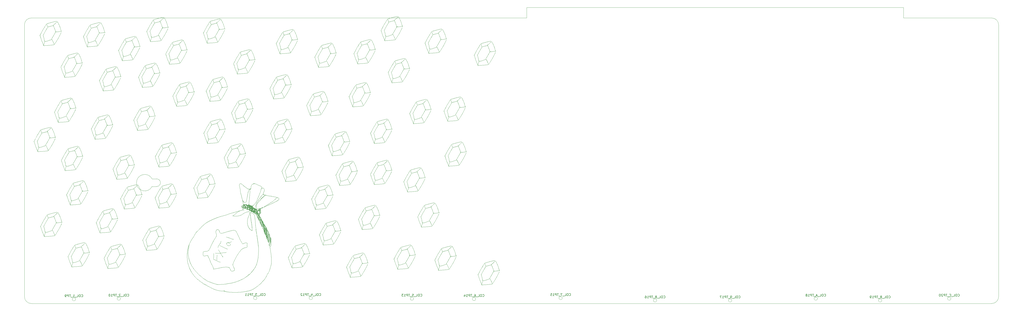
<source format=gbr>
%TF.GenerationSoftware,KiCad,Pcbnew,(5.99.0-12974-ge12f9a194d)*%
%TF.CreationDate,2021-10-29T16:05:09-04:00*%
%TF.ProjectId,FXTal_no_holes,46585461-6c5f-46e6-9f5f-686f6c65732e,rev?*%
%TF.SameCoordinates,PXe1237f8PYe7db780*%
%TF.FileFunction,Legend,Bot*%
%TF.FilePolarity,Positive*%
%FSLAX46Y46*%
G04 Gerber Fmt 4.6, Leading zero omitted, Abs format (unit mm)*
G04 Created by KiCad (PCBNEW (5.99.0-12974-ge12f9a194d)) date 2021-10-29 16:05:09*
%MOMM*%
%LPD*%
G01*
G04 APERTURE LIST*
%ADD10C,0.050000*%
%TA.AperFunction,Profile*%
%ADD11C,0.050000*%
%TD*%
%ADD12C,0.150000*%
%ADD13C,0.120000*%
G04 APERTURE END LIST*
D10*
X-169501801Y25779109D02*
X-169523581Y25846103D01*
X-169544544Y25913588D01*
X-169564800Y25981493D01*
X-169584459Y26049749D01*
X-169603631Y26118286D01*
X-169622426Y26187034D01*
X-169640955Y26255921D01*
X-169659327Y26324879D01*
X-169677653Y26393837D01*
X-169696043Y26462724D01*
X-169714606Y26531472D01*
X-169733452Y26600008D01*
X-169752693Y26668265D01*
X-169772437Y26736170D01*
X-169792795Y26803655D01*
X-169813877Y26870648D01*
X-45957500Y51671861D02*
X-45932466Y51725388D01*
X-45907244Y51778877D01*
X-45882093Y51832428D01*
X-45857273Y51886141D01*
X-45833042Y51940114D01*
X-45809658Y51994447D01*
X-45787382Y52049238D01*
X-45766471Y52104587D01*
X-97695251Y6896379D02*
X-97691017Y6933553D01*
X-66938694Y43489092D02*
X-66932476Y43459194D01*
X-142019891Y-7922437D02*
X-142066498Y-8000850D01*
X-142112407Y-8079690D01*
X-142157694Y-8158908D01*
X-142202433Y-8238455D01*
X-142246699Y-8318283D01*
X-142290568Y-8398345D01*
X-142334113Y-8478592D01*
X-142377409Y-8558975D01*
X-142420533Y-8639447D01*
X-142463557Y-8719958D01*
X-142506557Y-8800462D01*
X-142549608Y-8880909D01*
X-142592784Y-8961251D01*
X-142636161Y-9041441D01*
X-142679813Y-9121429D01*
X-142723815Y-9201169D01*
X-111998518Y57273004D02*
X-112049019Y57259026D01*
X-112100207Y57244317D01*
X-112151970Y57229246D01*
X-112204195Y57214180D01*
X-112256766Y57199486D01*
X-112309570Y57185532D01*
X-112362494Y57172685D01*
X-112415424Y57161313D01*
X-112468245Y57151783D01*
X-112520845Y57144462D01*
X-112555731Y57140990D01*
X-91382425Y-4166644D02*
X-91350011Y-4204790D01*
X-91320380Y-4212020D01*
X-176568557Y20581767D02*
X-176592077Y20502441D01*
X-176617432Y20422363D01*
X-176644160Y20341599D01*
X-176671797Y20260218D01*
X-176699881Y20178286D01*
X-176727950Y20095869D01*
X-176755541Y20013035D01*
X-176782192Y19929851D01*
X-176807440Y19846382D01*
X-176830822Y19762697D01*
X-176851876Y19678862D01*
X-176870139Y19594944D01*
X-176885149Y19511009D01*
X-176896443Y19427125D01*
X-176903559Y19343359D01*
X-176906033Y19259776D01*
X-115116673Y39127039D02*
X-115145475Y39074315D01*
X-115173201Y39020886D01*
X-115200243Y38967001D01*
X-115226988Y38912909D01*
X-115253826Y38858861D01*
X-115281147Y38805106D01*
X-115309338Y38751893D01*
X-115338790Y38699472D01*
X-6430007Y46381421D02*
X-6358460Y46388501D01*
X-6287034Y46396039D01*
X-6215719Y46404021D01*
X-6144508Y46412434D01*
X-6073390Y46421265D01*
X-6002357Y46430500D01*
X-5931399Y46440126D01*
X-5860508Y46450130D01*
X-5789675Y46460499D01*
X-5718889Y46471218D01*
X-5648143Y46482275D01*
X-5577427Y46493656D01*
X-5506732Y46505348D01*
X-5436048Y46517338D01*
X-5365368Y46529611D01*
X-5294680Y46542155D01*
X-25446706Y10331779D02*
X-25397775Y10344254D01*
X-25339167Y10359077D01*
X-25289713Y10368894D01*
X-25235308Y10372850D01*
X-25196372Y10335937D01*
X-25210565Y10305453D01*
X-135094321Y12519402D02*
X-135146269Y12521050D01*
X-135192996Y12499160D01*
X-135194599Y12486461D01*
X-150468994Y15785286D02*
X-150420063Y15797773D01*
X-150361455Y15812621D01*
X-150312002Y15822461D01*
X-150257597Y15826447D01*
X-150218661Y15789574D01*
X-150232854Y15759093D01*
X-70887600Y6894439D02*
X-70891295Y6842860D01*
X-70887600Y6808449D01*
X-68521167Y65159922D02*
X-68497147Y65104331D01*
X-68473918Y65048519D01*
X-68451390Y64992502D01*
X-68429477Y64936297D01*
X-68408090Y64879920D01*
X-68387141Y64823388D01*
X-68366540Y64766716D01*
X-68346201Y64709922D01*
X-68326035Y64653022D01*
X-68305952Y64596031D01*
X-68292567Y64557995D01*
X-104347008Y-454143D02*
X-104347008Y-416969D01*
X-97476176Y1935441D02*
X-97427460Y1916704D01*
X-97385159Y1935441D01*
X-150957812Y4771344D02*
X-150949994Y4709382D01*
X-150949998Y4643898D01*
X-150956627Y4575786D01*
X-150968684Y4505940D01*
X-150984971Y4435254D01*
X-151004291Y4364622D01*
X-151025447Y4294939D01*
X-151047240Y4227098D01*
X-151068473Y4161994D01*
X-151087948Y4100521D01*
X-151099364Y4061996D01*
X-121301195Y53045102D02*
X-121338270Y53010316D01*
X-121348291Y53010971D01*
X-71699720Y-16670286D02*
X-71718859Y-16618546D01*
X-71737869Y-16566763D01*
X-71756742Y-16514932D01*
X-71775470Y-16463052D01*
X-71794042Y-16411119D01*
X-71812449Y-16359132D01*
X-71830683Y-16307087D01*
X-71848735Y-16254981D01*
X-71866595Y-16202813D01*
X-71884253Y-16150580D01*
X-71895909Y-16115720D01*
X-93676891Y1869296D02*
X-93631976Y1841403D01*
X-93583118Y1853242D01*
X-93556903Y1894034D01*
X-115069108Y14025171D02*
X-115086088Y14084108D01*
X-115104620Y14142260D01*
X-115124539Y14199716D01*
X-115145681Y14256562D01*
X-115167880Y14312886D01*
X-115190971Y14368774D01*
X-115214789Y14424314D01*
X-115239169Y14479593D01*
X-115263947Y14534699D01*
X-115288955Y14589718D01*
X-115314031Y14644738D01*
X-115339008Y14699847D01*
X-115363722Y14755130D01*
X-115388007Y14810675D01*
X-115411698Y14866571D01*
X-115434630Y14922902D01*
X-81710910Y15896358D02*
X-81734430Y15817032D01*
X-81759785Y15736954D01*
X-81786513Y15656190D01*
X-81814150Y15574809D01*
X-81842234Y15492877D01*
X-81870303Y15410460D01*
X-81897894Y15327626D01*
X-81924545Y15244442D01*
X-81949793Y15160973D01*
X-81973175Y15077288D01*
X-81994229Y14993453D01*
X-82012492Y14909535D01*
X-82027502Y14825600D01*
X-82038796Y14741716D01*
X-82045912Y14657950D01*
X-82048386Y14574367D01*
X-157921249Y-5877210D02*
X-157898401Y-5923612D01*
X-157876162Y-5970296D01*
X-157854449Y-6017225D01*
X-157833183Y-6064358D01*
X-157812279Y-6111658D01*
X-157791658Y-6159086D01*
X-157771237Y-6206604D01*
X-157750934Y-6254172D01*
X-157730668Y-6301752D01*
X-157710357Y-6349306D01*
X-157696750Y-6380976D01*
X-63678895Y29896785D02*
X-63663383Y29847467D01*
X-63647625Y29798230D01*
X-63631649Y29749063D01*
X-63615484Y29699958D01*
X-63599161Y29650905D01*
X-63582708Y29601894D01*
X-63566155Y29552916D01*
X-63549530Y29503961D01*
X-63532864Y29455021D01*
X-63516185Y29406085D01*
X-63499523Y29357144D01*
X-63482907Y29308189D01*
X-63466366Y29259209D01*
X-63449929Y29210196D01*
X-63433626Y29161140D01*
X-63417486Y29112031D01*
X-39443326Y31492222D02*
X-39482603Y31523517D01*
X-39496904Y31537598D01*
X-131918528Y12266460D02*
X-131970037Y12223678D01*
X-132022603Y12182214D01*
X-132075988Y12141794D01*
X-132129953Y12102147D01*
X-132184257Y12063000D01*
X-132238663Y12024080D01*
X-132292930Y11985114D01*
X-132346819Y11945829D01*
X-132400090Y11905953D01*
X-132452505Y11865213D01*
X-132486853Y11837438D01*
X-130941025Y31156520D02*
X-130973663Y31200601D01*
X-131024426Y31206327D01*
X-131083783Y31205119D01*
X-131140246Y31201671D01*
X-131163804Y31200573D01*
X-8955322Y21276337D02*
X-8879566Y21282991D01*
X-8803763Y21289881D01*
X-8727930Y21297042D01*
X-8652083Y21304513D01*
X-8576239Y21312331D01*
X-8500413Y21320532D01*
X-8424622Y21329154D01*
X-8348881Y21338233D01*
X-8273207Y21347807D01*
X-8197616Y21357912D01*
X-8122124Y21368586D01*
X-8046746Y21379865D01*
X-7971499Y21391788D01*
X-7896400Y21404389D01*
X-7821464Y21417708D01*
X-7746706Y21431779D01*
X-60500190Y17122437D02*
X-60494853Y17172512D01*
X-60484845Y17208426D01*
X-95380146Y2815975D02*
X-95413219Y2815975D01*
X-107447660Y-12563328D02*
X-107421320Y-12613284D01*
X-107392317Y-12662114D01*
X-107360783Y-12709688D01*
X-107326849Y-12755880D01*
X-107290644Y-12800561D01*
X-107252301Y-12843603D01*
X-107211949Y-12884879D01*
X-107169720Y-12924261D01*
X-107125744Y-12961620D01*
X-107080152Y-12996828D01*
X-107033074Y-13029759D01*
X-106984642Y-13060283D01*
X-106934987Y-13088274D01*
X-106884238Y-13113603D01*
X-106832527Y-13136142D01*
X-106779984Y-13155763D01*
X-106726741Y-13172339D01*
X-106672928Y-13185741D01*
X-106618676Y-13195842D01*
X-106564115Y-13202514D01*
X-106509376Y-13205628D01*
X-106454591Y-13205058D01*
X-106399889Y-13200674D01*
X-106345402Y-13192350D01*
X-106291260Y-13179957D01*
X-106237595Y-13163367D01*
X-106184536Y-13142453D01*
X-106132214Y-13117087D01*
X-106080762Y-13087140D01*
X-106030308Y-13052484D01*
X-105980984Y-13012993D01*
X-105932920Y-12968538D01*
X-116984102Y34403433D02*
X-116967343Y34349826D01*
X-116951426Y34295946D01*
X-116935510Y34242067D01*
X-116918750Y34188459D01*
X-35334876Y83924305D02*
X-35368461Y83884787D01*
X-35399886Y83842576D01*
X-35424040Y83825350D01*
X-98344141Y3387607D02*
X-98342864Y3333924D01*
X-98341568Y3276042D01*
X-98343855Y3216576D01*
X-98355699Y3161423D01*
X-98373113Y3141545D01*
X-139696352Y76831937D02*
X-139688500Y76769945D01*
X-139688477Y76704441D01*
X-139695086Y76636318D01*
X-139707130Y76566468D01*
X-139723412Y76495781D01*
X-139742733Y76425150D01*
X-139763897Y76355465D01*
X-139785705Y76287618D01*
X-139806960Y76222500D01*
X-139826465Y76161003D01*
X-139837904Y76122457D01*
X-34713899Y80294486D02*
X-34681731Y80350464D01*
X-34649499Y80406416D01*
X-34617175Y80462322D01*
X-34584729Y80518163D01*
X-34552133Y80573918D01*
X-34519358Y80629568D01*
X-34486374Y80685094D01*
X-34453153Y80740475D01*
X-34419665Y80795691D01*
X-34385881Y80850724D01*
X-34351772Y80905552D01*
X-34317310Y80960157D01*
X-34282464Y81014519D01*
X-34247207Y81068617D01*
X-34211508Y81122433D01*
X-34175339Y81175945D01*
X-79257164Y37039476D02*
X-79294239Y37004690D01*
X-79304260Y37005345D01*
X-83582970Y33631775D02*
X-83553596Y33692189D01*
X-83523004Y33751978D01*
X-83491317Y33811206D01*
X-83458662Y33869938D01*
X-83425161Y33928237D01*
X-83390940Y33986168D01*
X-83356123Y34043794D01*
X-83320834Y34101180D01*
X-83285198Y34158388D01*
X-83249340Y34215484D01*
X-83213382Y34272531D01*
X-83177451Y34329594D01*
X-83141670Y34386735D01*
X-83106164Y34444019D01*
X-83071057Y34501510D01*
X-83036473Y34559272D01*
X-73064195Y47207414D02*
X-73081480Y47160302D01*
X-73081922Y47159260D01*
X-20500670Y69607123D02*
X-20433721Y69619683D01*
X-20366673Y69631768D01*
X-20299532Y69643385D01*
X-20232303Y69654540D01*
X-20164994Y69665239D01*
X-20097610Y69675490D01*
X-20030156Y69685299D01*
X-19962638Y69694672D01*
X-19895063Y69703616D01*
X-19827437Y69712138D01*
X-19782326Y69717587D01*
X-95648831Y2882121D02*
X-95648831Y2844814D01*
X-172424785Y19809580D02*
X-172464111Y19840875D01*
X-172478496Y19854956D01*
X-61947726Y28639088D02*
X-61938454Y28587001D01*
X-61930075Y28534423D01*
X-61922431Y28481431D01*
X-61915360Y28428104D01*
X-61908704Y28374518D01*
X-61902301Y28320750D01*
X-61895992Y28266877D01*
X-61889617Y28212977D01*
X-61883016Y28159127D01*
X-61876028Y28105403D01*
X-61868494Y28051883D01*
X-61860253Y27998644D01*
X-61851145Y27945763D01*
X-61841011Y27893317D01*
X-61829690Y27841384D01*
X-61817022Y27790040D01*
X-64066509Y12931437D02*
X-64144452Y12918009D01*
X-64222037Y12903494D01*
X-64299302Y12887996D01*
X-64376287Y12871623D01*
X-64453030Y12854480D01*
X-64529570Y12836673D01*
X-64605945Y12818309D01*
X-64682195Y12799493D01*
X-64758358Y12780331D01*
X-64834473Y12760930D01*
X-64910579Y12741394D01*
X-64986714Y12721831D01*
X-65062917Y12702347D01*
X-65139228Y12683046D01*
X-65215684Y12664036D01*
X-65292324Y12645422D01*
X-127143063Y71733417D02*
X-127160043Y71792354D01*
X-127178575Y71850507D01*
X-127198495Y71907963D01*
X-127219638Y71964810D01*
X-127241839Y72021136D01*
X-127264933Y72077027D01*
X-127288755Y72132571D01*
X-127313141Y72187856D01*
X-127337925Y72242969D01*
X-127362943Y72297997D01*
X-127388029Y72353027D01*
X-127413019Y72408148D01*
X-127437748Y72463447D01*
X-127462050Y72519010D01*
X-127485762Y72574925D01*
X-127508717Y72631280D01*
X-113283600Y58305343D02*
X-113266679Y58250601D01*
X-113252327Y58195207D01*
X-113240137Y58139266D01*
X-113229699Y58082882D01*
X-113220605Y58026161D01*
X-113212446Y57969207D01*
X-113204814Y57912125D01*
X-113197299Y57855019D01*
X-113189492Y57797994D01*
X-113180986Y57741155D01*
X-113174724Y57703416D01*
X-156368012Y38873754D02*
X-156404966Y38838968D01*
X-156414976Y38839623D01*
X-167249134Y10961138D02*
X-167270914Y11028132D01*
X-167291877Y11095617D01*
X-167312133Y11163522D01*
X-167331792Y11231778D01*
X-167350964Y11300315D01*
X-167369759Y11369063D01*
X-167388288Y11437950D01*
X-167406660Y11506908D01*
X-167424986Y11575866D01*
X-167443376Y11644753D01*
X-167461939Y11713501D01*
X-167480785Y11782037D01*
X-167500026Y11850294D01*
X-167519770Y11918199D01*
X-167540128Y11985684D01*
X-167561210Y12052677D01*
X-78780253Y79614771D02*
X-78837638Y79607043D01*
X-78896775Y79585495D01*
X-78956913Y79552585D01*
X-79017302Y79510769D01*
X-79057329Y79479156D01*
X-79096910Y79445405D01*
X-79135823Y79410243D01*
X-79173846Y79374399D01*
X-79210755Y79338599D01*
X-79263543Y79286576D01*
X-79312574Y79238748D01*
X-79357095Y79197572D01*
X-79370803Y79185749D01*
X-169813877Y26870648D02*
X-169835006Y26935324D01*
X-169856662Y26999775D01*
X-169878829Y27064007D01*
X-169901493Y27128027D01*
X-169924640Y27191841D01*
X-169948255Y27255456D01*
X-169972323Y27318877D01*
X-169996830Y27382111D01*
X-170021762Y27445164D01*
X-170047103Y27508043D01*
X-170072839Y27570753D01*
X-170098955Y27633302D01*
X-170125437Y27695695D01*
X-170152271Y27757938D01*
X-170179441Y27820038D01*
X-170206932Y27882002D01*
X-170234732Y27943834D01*
X-170262823Y28005543D01*
X-170291193Y28067133D01*
X-170319827Y28128612D01*
X-170348710Y28189985D01*
X-170377826Y28251259D01*
X-170407163Y28312439D01*
X-170436704Y28373533D01*
X-170466436Y28434547D01*
X-170496344Y28495487D01*
X-170526414Y28556358D01*
X-170556629Y28617169D01*
X-170586977Y28677923D01*
X-170617443Y28738629D01*
X-170648011Y28799292D01*
X-170678667Y28859918D01*
X-168953448Y14491473D02*
X-169010829Y14483742D01*
X-169069958Y14462186D01*
X-169130086Y14429265D01*
X-169190462Y14387436D01*
X-169230481Y14355816D01*
X-169270055Y14322058D01*
X-169308963Y14286891D01*
X-169346982Y14251043D01*
X-169383891Y14215243D01*
X-169436685Y14163225D01*
X-169485731Y14115413D01*
X-169530278Y14074263D01*
X-169543998Y14062452D01*
X-55430509Y29466572D02*
X-55394614Y29537991D01*
X-55358454Y29609243D01*
X-55322085Y29680363D01*
X-55285565Y29751382D01*
X-55248952Y29822334D01*
X-55212302Y29893251D01*
X-55175672Y29964166D01*
X-55139121Y30035112D01*
X-55102704Y30106122D01*
X-55066479Y30177228D01*
X-55030503Y30248463D01*
X-54994834Y30319860D01*
X-54959528Y30391451D01*
X-54924643Y30463270D01*
X-54890236Y30535349D01*
X-54856363Y30607720D01*
X-136790830Y25270467D02*
X-136787861Y25197237D01*
X-136779510Y25124604D01*
X-136766608Y25052483D01*
X-136749991Y24980790D01*
X-136730491Y24909437D01*
X-136708941Y24838339D01*
X-136686174Y24767411D01*
X-136663024Y24696567D01*
X-136640324Y24625721D01*
X-136618908Y24554788D01*
X-136605754Y24507408D01*
X-30981289Y67471322D02*
X-31035112Y67466645D01*
X-31088659Y67457915D01*
X-31137261Y67449362D01*
X-30462147Y15959335D02*
X-30488655Y15909256D01*
X-30513567Y15858307D01*
X-30537378Y15806783D01*
X-30560586Y15754977D01*
X-30583688Y15703183D01*
X-30607179Y15651695D01*
X-30616796Y15631251D01*
X-37697076Y60541620D02*
X-37680317Y60488032D01*
X-37664400Y60434183D01*
X-37648484Y60380309D01*
X-37631724Y60326646D01*
X-99502619Y12120577D02*
X-99459443Y12086023D01*
X-99416839Y12052146D01*
X-99374673Y12018919D01*
X-99332809Y11986320D01*
X-99291114Y11954323D01*
X-99249452Y11922903D01*
X-99207689Y11892037D01*
X-99165690Y11861699D01*
X-99123320Y11831865D01*
X-99080445Y11802510D01*
X-99036931Y11773610D01*
X-98992642Y11745140D01*
X-98947443Y11717075D01*
X-98901201Y11689391D01*
X-98853780Y11662063D01*
X-98805045Y11635066D01*
X-91882619Y-3223934D02*
X-91900678Y-3173414D01*
X-91921970Y-3122508D01*
X-91932229Y-3099976D01*
X-13561586Y25496573D02*
X-13565224Y25444994D01*
X-13561586Y25410584D01*
X-20034840Y45492155D02*
X-19976005Y45502391D01*
X-19917080Y45512080D01*
X-19858074Y45521245D01*
X-19798997Y45529909D01*
X-19739858Y45538095D01*
X-19680667Y45545827D01*
X-19621432Y45553128D01*
X-19562162Y45560021D01*
X-129437398Y28420728D02*
X-129458527Y28485404D01*
X-129480183Y28549855D01*
X-129502350Y28614087D01*
X-129525014Y28678107D01*
X-129548161Y28741921D01*
X-129571776Y28805536D01*
X-129595844Y28868957D01*
X-129620351Y28932191D01*
X-129645283Y28995244D01*
X-129670624Y29058123D01*
X-129696360Y29120833D01*
X-129722476Y29183382D01*
X-129748958Y29245775D01*
X-129775791Y29308018D01*
X-129802961Y29370118D01*
X-129830453Y29432082D01*
X-129858252Y29493914D01*
X-129886344Y29555623D01*
X-129914714Y29617213D01*
X-129943348Y29678692D01*
X-129972230Y29740065D01*
X-130001347Y29801339D01*
X-130030683Y29862519D01*
X-130060225Y29923613D01*
X-130089957Y29984627D01*
X-130119865Y30045567D01*
X-130149934Y30106438D01*
X-130180150Y30167249D01*
X-130210498Y30228003D01*
X-130240964Y30288709D01*
X-130271532Y30349372D01*
X-130302188Y30409998D01*
X-167442280Y9398377D02*
X-167417284Y9451904D01*
X-167392082Y9505393D01*
X-167366938Y9558944D01*
X-167342119Y9612657D01*
X-167317889Y9666630D01*
X-167294513Y9720963D01*
X-167272256Y9775754D01*
X-167251383Y9831103D01*
X-63693447Y72251285D02*
X-63755980Y72249390D01*
X-63818217Y72244048D01*
X-63880196Y72235776D01*
X-63941955Y72225089D01*
X-64003535Y72212504D01*
X-64064972Y72198537D01*
X-64126306Y72183703D01*
X-64187575Y72168518D01*
X-64248818Y72153500D01*
X-64310074Y72139163D01*
X-64350936Y72130238D01*
X-116015065Y31780750D02*
X-115997928Y31733461D01*
X-115980036Y31686371D01*
X-115961517Y31639447D01*
X-115942495Y31592653D01*
X-115923099Y31545953D01*
X-115903454Y31499312D01*
X-115883686Y31452696D01*
X-115863922Y31406068D01*
X-115844289Y31359394D01*
X-115824912Y31312637D01*
X-115805918Y31265764D01*
X-115787433Y31218739D01*
X-115769584Y31171526D01*
X-115752497Y31124090D01*
X-115736298Y31076396D01*
X-115721113Y31028408D01*
X-91461006Y-4038453D02*
X-91468576Y-3987250D01*
X-91477542Y-3939235D01*
X-25175111Y10644781D02*
X-25168893Y10614751D01*
X-186230886Y-8330893D02*
X-186213771Y-8378204D01*
X-186195895Y-8425310D01*
X-186177387Y-8472246D01*
X-186158372Y-8519049D01*
X-186138979Y-8565753D01*
X-186119333Y-8612397D01*
X-186099562Y-8659014D01*
X-186079793Y-8705642D01*
X-186060153Y-8752316D01*
X-186040768Y-8799073D01*
X-186021765Y-8845949D01*
X-186003273Y-8892979D01*
X-185985416Y-8940200D01*
X-185968323Y-8987648D01*
X-185952120Y-9035358D01*
X-185936934Y-9083368D01*
X-133204667Y23499213D02*
X-133175271Y23559627D01*
X-133144663Y23619416D01*
X-133112965Y23678644D01*
X-133080303Y23737376D01*
X-133046800Y23795675D01*
X-133012579Y23853606D01*
X-132977766Y23911232D01*
X-132942482Y23968618D01*
X-132906853Y24025826D01*
X-132871002Y24082922D01*
X-132835053Y24139969D01*
X-132799130Y24197032D01*
X-132763356Y24254173D01*
X-132727856Y24311457D01*
X-132692753Y24368948D01*
X-132658170Y24426710D01*
X-29264515Y-22824949D02*
X-29208919Y-22749022D01*
X-29154560Y-22672260D01*
X-29101310Y-22594750D01*
X-29049041Y-22516578D01*
X-28997627Y-22437831D01*
X-28946940Y-22358593D01*
X-28896851Y-22278952D01*
X-28847235Y-22198994D01*
X-28797962Y-22118804D01*
X-28748906Y-22038470D01*
X-28699940Y-21958078D01*
X-28650934Y-21877713D01*
X-28601764Y-21797462D01*
X-28552299Y-21717411D01*
X-28502414Y-21637647D01*
X-28451980Y-21558256D01*
X-120755797Y9202875D02*
X-120734622Y9151707D01*
X-120711213Y9101505D01*
X-120686214Y9051994D01*
X-120660267Y9002900D01*
X-120634016Y8953949D01*
X-120608104Y8904866D01*
X-120583176Y8855376D01*
X-120559873Y8805206D01*
X-98782424Y4262849D02*
X-98745250Y4262849D01*
X-129039067Y47034033D02*
X-129029266Y46982188D01*
X-129020547Y46928779D01*
X-129008486Y46878618D01*
X-128984563Y46840490D01*
X-90844924Y-4612996D02*
X-90883326Y-4580918D01*
X-90936145Y-4584769D01*
X-90952477Y-4596592D01*
X-89708141Y-7089364D02*
X-89682909Y-7134618D01*
X-89658532Y-7180380D01*
X-106219332Y-22671735D02*
X-106214248Y-22733422D01*
X-106199987Y-22793623D01*
X-106178042Y-22852455D01*
X-106149904Y-22910036D01*
X-106117064Y-22966483D01*
X-106081013Y-23021914D01*
X-106043242Y-23076447D01*
X-106005243Y-23130199D01*
X-105968507Y-23183289D01*
X-105934524Y-23235833D01*
X-105914135Y-23270619D01*
X-101699852Y13499188D02*
X-101752107Y13493351D01*
X-101796155Y13469506D01*
X-101797615Y13466777D01*
X-100960141Y26226088D02*
X-100888616Y26233168D01*
X-100817206Y26240705D01*
X-100745903Y26248687D01*
X-100674698Y26257100D01*
X-100603583Y26265931D01*
X-100532550Y26275167D01*
X-100461589Y26284793D01*
X-100390693Y26294797D01*
X-100319852Y26305166D01*
X-100249059Y26315885D01*
X-100178304Y26326942D01*
X-100107580Y26338323D01*
X-100036877Y26350015D01*
X-99966188Y26362005D01*
X-99895503Y26374278D01*
X-99824814Y26386822D01*
X-89472530Y-11339234D02*
X-89501562Y-11297397D01*
X-89526240Y-11289624D01*
X-124619864Y71592526D02*
X-124641644Y71659520D01*
X-124662607Y71727005D01*
X-124682863Y71794910D01*
X-124702522Y71863166D01*
X-124721695Y71931703D01*
X-124740490Y72000451D01*
X-124759019Y72069338D01*
X-124777391Y72138296D01*
X-124795717Y72207254D01*
X-124814106Y72276141D01*
X-124832669Y72344888D01*
X-124851516Y72413425D01*
X-124870756Y72481681D01*
X-124890500Y72549587D01*
X-124910858Y72617071D01*
X-124931940Y72684064D01*
X-172856978Y12449552D02*
X-172883622Y12398606D01*
X-172911475Y12348307D01*
X-172940330Y12298546D01*
X-172969978Y12249209D01*
X-173000214Y12200185D01*
X-173030829Y12151363D01*
X-173061616Y12102630D01*
X-173092369Y12053874D01*
X-173122878Y12004985D01*
X-173152939Y11955849D01*
X-173172626Y11922899D01*
X-114619349Y48918310D02*
X-114612469Y48946620D01*
X-90328192Y-6159221D02*
X-90328192Y-6159221D01*
X-93375134Y-264040D02*
X-93358201Y-215389D01*
X-93342061Y-168922D01*
X-129333019Y47786376D02*
X-129315882Y47739087D01*
X-129297990Y47691997D01*
X-129279471Y47645073D01*
X-129260449Y47598279D01*
X-129241053Y47551579D01*
X-129221408Y47504938D01*
X-129201640Y47458321D01*
X-129181876Y47411693D01*
X-129162243Y47365019D01*
X-129142866Y47318263D01*
X-129123872Y47271390D01*
X-129105387Y47224364D01*
X-129087538Y47177151D01*
X-129070451Y47129715D01*
X-129054252Y47082021D01*
X-129039067Y47034033D01*
X7543636Y-24014995D02*
X7570367Y-23970445D01*
X7601419Y-23921336D01*
X7637865Y-23882386D01*
X7669710Y-23898710D01*
X-154054628Y-22331515D02*
X-154048410Y-22361545D01*
X-102828364Y60733443D02*
X-102761381Y60746003D01*
X-102694306Y60758088D01*
X-102627143Y60769704D01*
X-102559898Y60780859D01*
X-102492576Y60791559D01*
X-102425183Y60801810D01*
X-102357723Y60811619D01*
X-102290202Y60820992D01*
X-102222626Y60829936D01*
X-102154999Y60838458D01*
X-102109888Y60843907D01*
X-146961810Y3319707D02*
X-146955592Y3289809D01*
X-54779899Y51046915D02*
X-54783594Y50995297D01*
X-54779899Y50960925D01*
X-23132881Y3099568D02*
X-23161683Y3046844D01*
X-23189409Y2993415D01*
X-23216451Y2939530D01*
X-23243196Y2885438D01*
X-23270034Y2831390D01*
X-23297355Y2777635D01*
X-23325546Y2724422D01*
X-23354998Y2672001D01*
X-5313200Y24980503D02*
X-5277305Y25051922D01*
X-5241145Y25123174D01*
X-5204776Y25194294D01*
X-5168257Y25265313D01*
X-5131643Y25336265D01*
X-5094993Y25407182D01*
X-5058364Y25478097D01*
X-5021812Y25549043D01*
X-4985395Y25620053D01*
X-4949170Y25691159D01*
X-4913195Y25762394D01*
X-4877526Y25833791D01*
X-4842220Y25905382D01*
X-4807335Y25977201D01*
X-4772928Y26049280D01*
X-4739055Y26121651D01*
X-25230277Y10758420D02*
X-25206980Y10712608D01*
X-25184699Y10666394D01*
X-25175111Y10644781D01*
X-42933841Y37574332D02*
X-42975831Y37506928D01*
X-43017421Y37439287D01*
X-43058625Y37371420D01*
X-43099455Y37303335D01*
X-43139924Y37235044D01*
X-43180045Y37166556D01*
X-43219830Y37097882D01*
X-43259292Y37029030D01*
X-43298443Y36960011D01*
X-43337297Y36890835D01*
X-43375865Y36821512D01*
X-43414161Y36752052D01*
X-43452198Y36682464D01*
X-43489987Y36612759D01*
X-43527541Y36542947D01*
X-43564873Y36473037D01*
X-43601996Y36403039D01*
X-43638923Y36332964D01*
X-43675665Y36262821D01*
X-43712236Y36192620D01*
X-43748649Y36122372D01*
X-43784915Y36052085D01*
X-43821048Y35981771D01*
X-43857060Y35911438D01*
X-43892964Y35841097D01*
X-43928773Y35770758D01*
X-43964498Y35700431D01*
X-44000154Y35630126D01*
X-44035752Y35559852D01*
X-44071305Y35489619D01*
X-44106825Y35419438D01*
X-44142326Y35349318D01*
X-121530630Y11787193D02*
X-121552954Y11741476D01*
X-121577576Y11694047D01*
X-121600744Y11663103D01*
X-70695777Y42861897D02*
X-70625894Y42869199D01*
X-70555864Y42874795D01*
X-70485712Y42879004D01*
X-70415467Y42882143D01*
X-70345154Y42884530D01*
X-70274801Y42886484D01*
X-70204435Y42888322D01*
X-70134082Y42890361D01*
X-70063769Y42892921D01*
X-69993523Y42896318D01*
X-69946742Y42899204D01*
X-162693141Y-1675362D02*
X-162719694Y-1725441D01*
X-162744623Y-1776390D01*
X-162768438Y-1827914D01*
X-162791647Y-1879719D01*
X-162814760Y-1931513D01*
X-162838284Y-1983001D01*
X-162847923Y-2003445D01*
X-79349636Y75274679D02*
X-79362200Y75334793D01*
X-79375486Y75394742D01*
X-79389426Y75454542D01*
X-79403953Y75514208D01*
X-79418998Y75573755D01*
X-79434495Y75633199D01*
X-79450373Y75692555D01*
X-79466566Y75751838D01*
X-79483006Y75811064D01*
X-79499624Y75870248D01*
X-79516352Y75929406D01*
X-79533123Y75988551D01*
X-79549869Y76047701D01*
X-79566521Y76106870D01*
X-79583011Y76166073D01*
X-79599271Y76225326D01*
X-156480592Y38871770D02*
X-156428587Y38884184D01*
X-156378391Y38885099D01*
X-156368012Y38873754D01*
X-75820738Y-20055101D02*
X-75908286Y-20081332D01*
X-75995789Y-20108663D01*
X-76083258Y-20136995D01*
X-76170703Y-20166228D01*
X-76258134Y-20196264D01*
X-76345560Y-20227003D01*
X-76432993Y-20258347D01*
X-76520441Y-20290195D01*
X-76607916Y-20322449D01*
X-76695426Y-20355010D01*
X-76782983Y-20387778D01*
X-76870595Y-20420655D01*
X-76958274Y-20453540D01*
X-77046028Y-20486336D01*
X-77133869Y-20518942D01*
X-77221806Y-20551260D01*
X-77309849Y-20583190D01*
X-77398009Y-20614634D01*
X-77486294Y-20645492D01*
X-77574716Y-20675664D01*
X-77663285Y-20705053D01*
X-77752009Y-20733558D01*
X-77840900Y-20761080D01*
X-77929968Y-20787521D01*
X-78019221Y-20812780D01*
X-78108672Y-20836760D01*
X-78198329Y-20859360D01*
X-78288202Y-20880482D01*
X-78378302Y-20900026D01*
X-78468638Y-20917894D01*
X-78559221Y-20933985D01*
X-78650060Y-20948202D01*
X-183793545Y-1132771D02*
X-183847656Y-1135275D01*
X-183904476Y-1137794D01*
X-183961080Y-1141553D01*
X-184014164Y-1149961D01*
X-183994099Y-1165844D01*
X-93556903Y-1698478D02*
X-93567060Y-1645108D01*
X-93576501Y-1593168D01*
X-93585239Y-1542539D01*
X-93593283Y-1493105D01*
X-93604075Y-1420936D01*
X-93613368Y-1350793D01*
X-93621200Y-1282278D01*
X-93627607Y-1214994D01*
X-93632625Y-1148546D01*
X-93636292Y-1082534D01*
X-93638644Y-1016564D01*
X-93639717Y-950237D01*
X-80060307Y70258575D02*
X-80037050Y70212859D01*
X-80014779Y70166610D01*
X-80005142Y70144937D01*
X-143523253Y-10763798D02*
X-143526948Y-10815416D01*
X-143523253Y-10849788D01*
X-52378408Y68483221D02*
X-52349741Y68395491D01*
X-52321108Y68307457D01*
X-52292464Y68219178D01*
X-52263768Y68130710D01*
X-52234974Y68042110D01*
X-52206040Y67953436D01*
X-52176922Y67864743D01*
X-52147576Y67776090D01*
X-52117959Y67687533D01*
X-52088027Y67599128D01*
X-52057737Y67510934D01*
X-52027044Y67423007D01*
X-51995906Y67335404D01*
X-51964278Y67248183D01*
X-51932118Y67161399D01*
X-51899380Y67075109D01*
X-97496284Y2404415D02*
X-97485335Y2344603D01*
X-97481060Y2290284D01*
X-97479739Y2229480D01*
X-97482581Y2168725D01*
X-97490794Y2114548D01*
X-97510457Y2066029D01*
X-97535178Y2050535D01*
X-98481657Y68942141D02*
X-98502996Y68990006D01*
X-98528664Y69037371D01*
X-98556953Y69084407D01*
X-98586151Y69131285D01*
X-98614550Y69178176D01*
X-98640439Y69225250D01*
X-98662108Y69272677D01*
X-98677846Y69320627D01*
X5302425Y73662519D02*
X5250920Y73619737D01*
X5198361Y73578273D01*
X5144987Y73537853D01*
X5091035Y73498206D01*
X5036742Y73459059D01*
X4982345Y73420139D01*
X4928082Y73381173D01*
X4874190Y73341888D01*
X4820907Y73302012D01*
X4768470Y73261272D01*
X4734100Y73233497D01*
X-86130775Y73863259D02*
X-86148057Y73816147D01*
X-86148502Y73815105D01*
X-98462078Y45702464D02*
X-98435405Y45747012D01*
X-98404361Y45796109D01*
X-98367921Y45835024D01*
X-98336136Y45818616D01*
X5355077Y69603678D02*
X5387247Y69659656D01*
X5419483Y69715608D01*
X5451813Y69771514D01*
X5484265Y69827353D01*
X5516869Y69883106D01*
X5549653Y69938754D01*
X5582644Y69994275D01*
X5615873Y70049650D01*
X5649366Y70104860D01*
X5683153Y70159884D01*
X5717262Y70214702D01*
X5751722Y70269294D01*
X5786560Y70323640D01*
X5821807Y70377721D01*
X5857489Y70431516D01*
X5893636Y70485005D01*
X-89914781Y-6642879D02*
X-89930556Y-6594702D01*
X-89944794Y-6546582D01*
X-89958023Y-6498351D01*
X-89960289Y-6489950D01*
X-90737503Y-4823869D02*
X-90769917Y-4785655D01*
X-90799547Y-4778361D01*
X-70856776Y6985059D02*
X-70879036Y6939342D01*
X-70903651Y6891913D01*
X-70926759Y6860969D01*
X6774889Y-29405219D02*
X6781107Y-29435249D01*
X-90301602Y-26294145D02*
X-90264278Y-26220948D01*
X-90228795Y-26144845D01*
X-90194692Y-26066380D01*
X-90161509Y-25986097D01*
X-90128787Y-25904541D01*
X-90096066Y-25822255D01*
X-90062885Y-25739784D01*
X-90028784Y-25657673D01*
X-89993303Y-25576465D01*
X-89955982Y-25496706D01*
X-89916362Y-25418939D01*
X-89873982Y-25343709D01*
X-89828381Y-25271561D01*
X-89779101Y-25203038D01*
X-89725681Y-25138684D01*
X-89667660Y-25079046D01*
X-116042385Y-3255287D02*
X-116159959Y-3332700D01*
X-116276432Y-3411924D01*
X-116391831Y-3492889D01*
X-116506185Y-3575528D01*
X-116619518Y-3659772D01*
X-116731858Y-3745552D01*
X-116843233Y-3832800D01*
X-116953668Y-3921447D01*
X-117063191Y-4011425D01*
X-117171829Y-4102666D01*
X-117279608Y-4195099D01*
X-117386555Y-4288658D01*
X-117492696Y-4383274D01*
X-117598060Y-4478878D01*
X-117702673Y-4575401D01*
X-117806561Y-4672775D01*
X-117909751Y-4770932D01*
X-118012271Y-4869803D01*
X-118114147Y-4969319D01*
X-118215405Y-5069412D01*
X-118316073Y-5170014D01*
X-118416178Y-5271055D01*
X-118515747Y-5372468D01*
X-118614805Y-5474183D01*
X-118713381Y-5576133D01*
X-118811500Y-5678249D01*
X-118909190Y-5780462D01*
X-119006478Y-5882704D01*
X-119103391Y-5984905D01*
X-119199954Y-6086999D01*
X-119296196Y-6188915D01*
X-119392142Y-6290587D01*
X-90799547Y-8110523D02*
X-90832620Y-8085652D01*
X-161023885Y32888085D02*
X-160948105Y32894739D01*
X-160872282Y32901629D01*
X-160796432Y32908790D01*
X-160720572Y32916262D01*
X-160644717Y32924079D01*
X-160568883Y32932281D01*
X-160493087Y32940902D01*
X-160417345Y32949982D01*
X-160341672Y32959555D01*
X-160266085Y32969661D01*
X-160190601Y32980335D01*
X-160115234Y32991614D01*
X-160040001Y33003536D01*
X-159964919Y33016138D01*
X-159890002Y33029457D01*
X-159815268Y33043528D01*
X-156170368Y61638107D02*
X-156191664Y61685934D01*
X-156217301Y61733281D01*
X-156245571Y61780315D01*
X-156274763Y61827202D01*
X-156303168Y61874108D01*
X-156329075Y61921198D01*
X-156350775Y61968638D01*
X-156366557Y62016594D01*
X-181435296Y32359850D02*
X-181410306Y32413377D01*
X-181385117Y32466866D01*
X-181359990Y32520417D01*
X-181335185Y32574130D01*
X-181310964Y32628103D01*
X-181287585Y32682436D01*
X-181265311Y32737227D01*
X-181244400Y32792576D01*
X-116192429Y53526822D02*
X-116214689Y53481010D01*
X-116239303Y53433547D01*
X-116262411Y53402600D01*
X-89757751Y-6775171D02*
X-89808932Y-6777102D01*
X-89862402Y-6779315D01*
X-89869405Y-6779404D01*
X-173213901Y63049395D02*
X-173187014Y63094934D01*
X-173160246Y63140540D01*
X-173133592Y63186209D01*
X-173107046Y63231937D01*
X-173080599Y63277720D01*
X-173054246Y63323556D01*
X-173027980Y63369440D01*
X-173001794Y63415368D01*
X-172975682Y63461337D01*
X-172949636Y63507342D01*
X-172923651Y63553381D01*
X-172897718Y63599450D01*
X-172871833Y63645544D01*
X-172845987Y63691661D01*
X-172820174Y63737795D01*
X-172794388Y63783945D01*
X-172768621Y63830105D01*
X-172742868Y63876272D01*
X-172717121Y63922443D01*
X-172691374Y63968613D01*
X-172665619Y64014779D01*
X-172639851Y64060938D01*
X-172614062Y64107084D01*
X-172588246Y64153216D01*
X-172562397Y64199329D01*
X-172536506Y64245419D01*
X-172510568Y64291482D01*
X-172484576Y64337516D01*
X-172458524Y64383515D01*
X-172432404Y64429477D01*
X-172406210Y64475397D01*
X-172379934Y64521272D01*
X-82358610Y56805968D02*
X-82375567Y56864905D01*
X-82394078Y56923058D01*
X-82413981Y56980514D01*
X-82435108Y57037361D01*
X-82457297Y57093687D01*
X-82480380Y57149578D01*
X-82504194Y57205122D01*
X-82528572Y57260407D01*
X-82553351Y57315520D01*
X-82578365Y57370548D01*
X-82603448Y57425579D01*
X-82628436Y57480700D01*
X-82653164Y57535998D01*
X-82677466Y57591561D01*
X-82701177Y57647477D01*
X-82724132Y57703832D01*
X-95648831Y2844814D02*
X-95629351Y2798000D01*
X-95582685Y2778668D01*
X-137396429Y-7537469D02*
X-137419637Y-7476456D01*
X-137441271Y-7414964D01*
X-137461828Y-7353147D01*
X-137481808Y-7291158D01*
X-137501707Y-7229150D01*
X-137522022Y-7167277D01*
X-137543253Y-7105692D01*
X-137565895Y-7044550D01*
X-97302477Y2708422D02*
X-97260530Y2676667D01*
X-97219794Y2667147D01*
X-184636360Y73058450D02*
X-184540854Y73065022D01*
X-184445332Y73071781D01*
X-184349799Y73078716D01*
X-184254259Y73085816D01*
X-184158714Y73093071D01*
X-184063170Y73100469D01*
X-183967629Y73107999D01*
X-183872095Y73115650D01*
X-183776572Y73123411D01*
X-183681063Y73131272D01*
X-183585573Y73139220D01*
X-183490105Y73147245D01*
X-183394662Y73155336D01*
X-183299249Y73163482D01*
X-183203868Y73171672D01*
X-183108524Y73179894D01*
X-112739055Y12321651D02*
X-112714059Y12375134D01*
X-112688857Y12428591D01*
X-112663713Y12482119D01*
X-112638894Y12535815D01*
X-112614664Y12589779D01*
X-112591288Y12644107D01*
X-112569031Y12698896D01*
X-112548158Y12754245D01*
X-141567882Y79566181D02*
X-141592938Y79511730D01*
X-141621395Y79457252D01*
X-141652025Y79402964D01*
X-141683599Y79349085D01*
X-141714886Y79295830D01*
X-141744659Y79243419D01*
X-141755868Y79222739D01*
X-99295186Y3419489D02*
X-99375250Y3435481D01*
X-99457353Y3457138D01*
X-99540779Y3484052D01*
X-99624812Y3515814D01*
X-99708735Y3552017D01*
X-99791831Y3592251D01*
X-99873384Y3636108D01*
X-99952676Y3683180D01*
X-100028993Y3733058D01*
X-100101616Y3785333D01*
X-100169829Y3839597D01*
X-100232915Y3895442D01*
X-100290159Y3952459D01*
X-100340843Y4010239D01*
X-100384251Y4068375D01*
X-100419665Y4126456D01*
X-134261249Y-8998498D02*
X-134298203Y-9033284D01*
X-134308213Y-9032629D01*
X-162142544Y-3109139D02*
X-162139572Y-3182369D01*
X-162131212Y-3255002D01*
X-162118300Y-3327122D01*
X-162101670Y-3398816D01*
X-162082158Y-3470168D01*
X-162060600Y-3541266D01*
X-162037829Y-3612194D01*
X-162014682Y-3683038D01*
X-161991994Y-3753884D01*
X-161970599Y-3824817D01*
X-161957467Y-3872197D01*
X-186816409Y-3602921D02*
X-186841248Y-3653614D01*
X-186867085Y-3703894D01*
X-186893759Y-3753831D01*
X-186921106Y-3803493D01*
X-186948963Y-3852952D01*
X-186977167Y-3902277D01*
X-187005555Y-3951537D01*
X-187033963Y-4000804D01*
X-187062229Y-4050147D01*
X-187090189Y-4099636D01*
X-187117680Y-4149340D01*
X-187144539Y-4199331D01*
X-187170602Y-4249677D01*
X-187195707Y-4300449D01*
X-187219690Y-4351716D01*
X-187242388Y-4403550D01*
X-186211292Y80241570D02*
X-186257899Y80163160D01*
X-186303808Y80084325D01*
X-186349095Y80005114D01*
X-186393835Y79925574D01*
X-186438101Y79845754D01*
X-186481969Y79765701D01*
X-186525515Y79685464D01*
X-186568811Y79605090D01*
X-186611934Y79524628D01*
X-186654958Y79444125D01*
X-186697959Y79363629D01*
X-186741009Y79283189D01*
X-186784186Y79202853D01*
X-186827563Y79122668D01*
X-186871215Y79042682D01*
X-186915216Y78962944D01*
X-10600222Y-13635384D02*
X-10657603Y-13643115D01*
X-10716732Y-13664671D01*
X-10776860Y-13697593D01*
X-10837236Y-13739421D01*
X-10877255Y-13771042D01*
X-10916830Y-13804800D01*
X-10955738Y-13839967D01*
X-10993757Y-13875815D01*
X-11030665Y-13911615D01*
X-11083459Y-13963632D01*
X-11132505Y-14011445D01*
X-11177052Y-14052595D01*
X-11190772Y-14064406D01*
X-11194095Y49752477D02*
X-11235721Y49687823D01*
X-11277420Y49622953D01*
X-11319146Y49557880D01*
X-11360853Y49492617D01*
X-11402493Y49427179D01*
X-11444019Y49361578D01*
X-11485385Y49295828D01*
X-11526544Y49229942D01*
X-11567449Y49163934D01*
X-11608052Y49097816D01*
X-11648307Y49031603D01*
X-11688168Y48965307D01*
X-11727586Y48898943D01*
X-11766516Y48832522D01*
X-11804910Y48766060D01*
X-11842721Y48699568D01*
X7698020Y-28308256D02*
X7740357Y-28242070D01*
X7782464Y-28175986D01*
X7824339Y-28109988D01*
X7865982Y-28044063D01*
X7907393Y-27978196D01*
X7948572Y-27912373D01*
X7989518Y-27846580D01*
X8030231Y-27780802D01*
X8070711Y-27715025D01*
X8110958Y-27649235D01*
X8150971Y-27583417D01*
X8190750Y-27517557D01*
X8230295Y-27451641D01*
X8269606Y-27385654D01*
X8308682Y-27319582D01*
X8347522Y-27253411D01*
X8386128Y-27187127D01*
X8424498Y-27120714D01*
X8462632Y-27054160D01*
X8500530Y-26987449D01*
X8538192Y-26920567D01*
X8575618Y-26853500D01*
X8612806Y-26786233D01*
X8649757Y-26718753D01*
X8686471Y-26651044D01*
X8722947Y-26583093D01*
X8759186Y-26514886D01*
X8795186Y-26446407D01*
X8830948Y-26377643D01*
X8866471Y-26308580D01*
X8901755Y-26239202D01*
X8936800Y-26169497D01*
X-86060793Y73987481D02*
X-86083052Y73941669D01*
X-86107667Y73894205D01*
X-86130775Y73863259D01*
X-90088480Y-6527124D02*
X-90074214Y-6576717D01*
X-90059046Y-6624487D01*
X-90042861Y-6672650D01*
X-90038870Y-6684287D01*
X-71489924Y46606810D02*
X-71471654Y46540359D01*
X-71452408Y46474148D01*
X-71432517Y46408090D01*
X-71412310Y46342096D01*
X-71392118Y46276080D01*
X-71372269Y46209954D01*
X-71353093Y46143629D01*
X-71334920Y46077019D01*
X-71318079Y46010036D01*
X-71302901Y45942592D01*
X-71293868Y45897330D01*
X-87849376Y51586004D02*
X-87825356Y51530416D01*
X-87802126Y51474612D01*
X-87779597Y51418606D01*
X-87757679Y51362413D01*
X-87736286Y51306048D01*
X-87715326Y51249524D01*
X-87694712Y51192856D01*
X-87674354Y51136059D01*
X-87654164Y51079147D01*
X-87634053Y51022134D01*
X-87620644Y50984076D01*
X-68878089Y69285967D02*
X-68902906Y69235297D01*
X-68928727Y69185037D01*
X-68955389Y69135119D01*
X-68982728Y69085471D01*
X-69010581Y69036026D01*
X-69038783Y68986712D01*
X-69067169Y68937459D01*
X-69095578Y68888200D01*
X-69123843Y68838862D01*
X-69151802Y68789378D01*
X-69179291Y68739676D01*
X-69206145Y68689688D01*
X-69232200Y68639343D01*
X-69257294Y68588571D01*
X-69281261Y68537304D01*
X-69303937Y68485470D01*
X-114316665Y56861578D02*
X-114350900Y56805269D01*
X-114387154Y56749909D01*
X-114424983Y56695281D01*
X-114463945Y56641167D01*
X-114503596Y56587351D01*
X-114543492Y56533614D01*
X-114583190Y56479739D01*
X-114622247Y56425510D01*
X-114660219Y56370708D01*
X-114696663Y56315117D01*
X-114719890Y56277510D01*
X-176427005Y21291247D02*
X-176419187Y21229285D01*
X-176419191Y21163800D01*
X-176425820Y21095686D01*
X-176437877Y21025836D01*
X-176454164Y20955143D01*
X-176473484Y20884502D01*
X-176494640Y20814805D01*
X-176516433Y20746946D01*
X-176537666Y20681818D01*
X-176557141Y20620315D01*
X-176568557Y20581767D01*
X-27213200Y-19419497D02*
X-27177305Y-19348078D01*
X-27141145Y-19276826D01*
X-27104776Y-19205706D01*
X-27068257Y-19134687D01*
X-27031643Y-19063735D01*
X-26994993Y-18992818D01*
X-26958364Y-18921903D01*
X-26921812Y-18850957D01*
X-26885395Y-18779947D01*
X-26849170Y-18708841D01*
X-26813195Y-18637606D01*
X-26777526Y-18566209D01*
X-26742220Y-18494618D01*
X-26707335Y-18422799D01*
X-26672928Y-18350720D01*
X-26639055Y-18278349D01*
X-119830417Y10353019D02*
X-119821146Y10300930D01*
X-119812772Y10248348D01*
X-119805133Y10195350D01*
X-119798070Y10142014D01*
X-119791422Y10088418D01*
X-119785027Y10034639D01*
X-119778726Y9980755D01*
X-119772358Y9926842D01*
X-119765762Y9872979D01*
X-119758777Y9819244D01*
X-119751243Y9765712D01*
X-119743000Y9712463D01*
X-119733886Y9659574D01*
X-119723740Y9607122D01*
X-119712403Y9555185D01*
X-119699713Y9503839D01*
X-178517478Y23591402D02*
X-178521116Y23539823D01*
X-178517478Y23505413D01*
X-94172985Y1464086D02*
X-94200617Y1506316D01*
X-94239131Y1517797D01*
X-38090908Y84406640D02*
X-38073956Y84351885D01*
X-38059586Y84296480D01*
X-38047387Y84240531D01*
X-38036949Y84184143D01*
X-38027861Y84127419D01*
X-38019712Y84070466D01*
X-38012091Y84013387D01*
X-38004588Y83956287D01*
X-37996792Y83899270D01*
X-37988293Y83842443D01*
X-37982032Y83804713D01*
X-21649627Y4447620D02*
X-21699305Y4433742D01*
X-21748367Y4419316D01*
X-21796984Y4404640D01*
X-21845329Y4390010D01*
X-21893574Y4375724D01*
X-21941890Y4362079D01*
X-21990450Y4349371D01*
X-22039426Y4337897D01*
X-22088990Y4327955D01*
X-22139313Y4319841D01*
X-22173369Y4315593D01*
X-173935552Y4394445D02*
X-173865639Y4401747D01*
X-173795588Y4407343D01*
X-173725426Y4411551D01*
X-173655176Y4414690D01*
X-173584863Y4417078D01*
X-173514510Y4419032D01*
X-173444141Y4420869D01*
X-173373782Y4422909D01*
X-173303456Y4425468D01*
X-173233187Y4428865D01*
X-173186384Y4431751D01*
X-27107682Y39278813D02*
X-27100670Y39307123D01*
X-175608512Y68833186D02*
X-175660460Y68834835D01*
X-175707186Y68812944D01*
X-175708789Y68800246D01*
X-82923893Y41025027D02*
X-82986642Y41009862D01*
X-83049281Y40994413D01*
X-83111817Y40978696D01*
X-83174255Y40962726D01*
X-83236602Y40946519D01*
X-83298864Y40930091D01*
X-83361045Y40913455D01*
X-83423154Y40896628D01*
X-83485195Y40879625D01*
X-83547174Y40862461D01*
X-83609099Y40845152D01*
X-83670973Y40827712D01*
X-83732805Y40810157D01*
X-83794599Y40792503D01*
X-83856361Y40774764D01*
X-83918098Y40756955D01*
X-83979816Y40739093D01*
X-84041520Y40721193D01*
X-84103217Y40703269D01*
X-84164913Y40685337D01*
X-84226613Y40667412D01*
X-84288324Y40649510D01*
X-84350052Y40631646D01*
X-84411802Y40613835D01*
X-84473581Y40596092D01*
X-84535395Y40578433D01*
X-84597250Y40560873D01*
X-84659151Y40543427D01*
X-84721105Y40526110D01*
X-84783117Y40508939D01*
X-84845194Y40491927D01*
X-84907342Y40475091D01*
X-181503708Y-1118351D02*
X-181525047Y-1070486D01*
X-181550716Y-1023121D01*
X-181579004Y-976085D01*
X-181608203Y-929207D01*
X-181636601Y-882316D01*
X-181662490Y-835243D01*
X-181684159Y-787816D01*
X-181699897Y-739865D01*
X-105453031Y28958572D02*
X-105442173Y28894396D01*
X-105432646Y28840517D01*
X-105421269Y28783575D01*
X-105407445Y28725250D01*
X-105390573Y28667217D01*
X-105370057Y28611155D01*
X-105345297Y28558742D01*
X-105315695Y28511654D01*
X-105280652Y28471571D01*
X-105239571Y28440168D01*
X-105224431Y28431919D01*
X-64856423Y3256286D02*
X-64833070Y3210474D01*
X-64810834Y3164260D01*
X-64801257Y3142647D01*
X-97294142Y2026326D02*
X-97273505Y2038761D01*
X-115417597Y50942504D02*
X-115396384Y50891336D01*
X-115372957Y50841134D01*
X-115347955Y50791623D01*
X-115322017Y50742529D01*
X-115295781Y50693578D01*
X-115269886Y50644495D01*
X-115244970Y50595006D01*
X-115221673Y50544836D01*
X-46507965Y65647153D02*
X-46452371Y65723080D01*
X-46398016Y65799841D01*
X-46344772Y65877351D01*
X-46292512Y65955523D01*
X-46241108Y66034271D01*
X-46190432Y66113508D01*
X-46140355Y66193149D01*
X-46090751Y66273107D01*
X-46041491Y66353297D01*
X-45992447Y66433631D01*
X-45943491Y66514023D01*
X-45894496Y66594388D01*
X-45845334Y66674639D01*
X-45795876Y66754690D01*
X-45745995Y66834454D01*
X-45695562Y66913845D01*
X-41965599Y22783991D02*
X-42015277Y22770146D01*
X-42064339Y22755747D01*
X-42112956Y22741091D01*
X-42161301Y22726474D01*
X-42209546Y22712194D01*
X-42257862Y22698547D01*
X-42306422Y22685831D01*
X-42355398Y22674342D01*
X-42404962Y22664378D01*
X-42455285Y22656235D01*
X-42489341Y22651964D01*
X-16004998Y-15927999D02*
X-16039230Y-15984304D01*
X-16075476Y-16039662D01*
X-16113294Y-16094290D01*
X-16152244Y-16148403D01*
X-16191883Y-16202220D01*
X-16231770Y-16255958D01*
X-16271465Y-16309834D01*
X-16310524Y-16364064D01*
X-16348508Y-16418867D01*
X-16384974Y-16474459D01*
X-16408223Y-16512066D01*
X-98956320Y64507989D02*
X-98929445Y64553529D01*
X-98902688Y64599135D01*
X-98876045Y64644806D01*
X-98849508Y64690536D01*
X-98823071Y64736323D01*
X-98796727Y64782162D01*
X-98770468Y64828050D01*
X-98744290Y64873983D01*
X-98718184Y64919956D01*
X-98692144Y64965967D01*
X-98666164Y65012012D01*
X-98640237Y65058086D01*
X-98614356Y65104186D01*
X-98588514Y65150309D01*
X-98562705Y65196450D01*
X-98536922Y65242605D01*
X-98511159Y65288771D01*
X-98485408Y65334945D01*
X-98459663Y65381121D01*
X-98433918Y65427298D01*
X-98408165Y65473469D01*
X-98382398Y65519633D01*
X-98356610Y65565785D01*
X-98330795Y65611922D01*
X-98304946Y65658039D01*
X-98279056Y65704133D01*
X-98253119Y65750200D01*
X-98227127Y65796236D01*
X-98201075Y65842238D01*
X-98174955Y65888201D01*
X-98148761Y65934123D01*
X-98122485Y65979998D01*
X-16049720Y879714D02*
X-16068859Y931454D01*
X-16087869Y983237D01*
X-16106742Y1035068D01*
X-16125470Y1086948D01*
X-16144042Y1138881D01*
X-16162449Y1190868D01*
X-16180683Y1242913D01*
X-16198735Y1295019D01*
X-16216595Y1347187D01*
X-16234253Y1399420D01*
X-16245909Y1434280D01*
X-12240257Y43503019D02*
X-12230986Y43450930D01*
X-12222612Y43398348D01*
X-12214973Y43345350D01*
X-12207910Y43292014D01*
X-12201262Y43238418D01*
X-12194867Y43184639D01*
X-12188566Y43130755D01*
X-12182198Y43076842D01*
X-12175602Y43022979D01*
X-12168617Y42969244D01*
X-12161083Y42915712D01*
X-12152840Y42862463D01*
X-12143726Y42809574D01*
X-12133580Y42757122D01*
X-12122243Y42705185D01*
X-12109553Y42653839D01*
X-95294289Y2845211D02*
X-95281472Y2783892D01*
X-95267848Y2731268D01*
X-95251685Y2676717D01*
X-95233402Y2621390D01*
X-95213419Y2566438D01*
X-95192158Y2513010D01*
X-95170036Y2462258D01*
X-95153134Y2426640D01*
X-50032154Y-18153563D02*
X-50094687Y-18155455D01*
X-50156924Y-18160787D01*
X-50218902Y-18169046D01*
X-50280662Y-18179717D01*
X-50342241Y-18192284D01*
X-50403679Y-18206233D01*
X-50465013Y-18221050D01*
X-50526282Y-18236218D01*
X-50587525Y-18251225D01*
X-50648780Y-18265555D01*
X-50689643Y-18274478D01*
X-190227004Y31825524D02*
X-190249233Y31779743D01*
X-190273821Y31732306D01*
X-190296986Y31701302D01*
X-189452172Y29241206D02*
X-189430959Y29190038D01*
X-189407530Y29139836D01*
X-189382523Y29090325D01*
X-189356575Y29041231D01*
X-189330323Y28992280D01*
X-189304404Y28943197D01*
X-189279456Y28893707D01*
X-189256115Y28843537D01*
X-132311566Y29341346D02*
X-132374099Y29339454D01*
X-132436336Y29334122D01*
X-132498315Y29325863D01*
X-132560075Y29315192D01*
X-132621654Y29302625D01*
X-132683091Y29288676D01*
X-132744425Y29273859D01*
X-132805695Y29258691D01*
X-132866938Y29243684D01*
X-132928193Y29229354D01*
X-132969056Y29220431D01*
X-55837042Y12983824D02*
X-55761285Y12990478D01*
X-55685482Y12997368D01*
X-55609649Y13004529D01*
X-55533803Y13012001D01*
X-55457959Y13019818D01*
X-55382133Y13028020D01*
X-55306341Y13036641D01*
X-55230601Y13045721D01*
X-55154927Y13055294D01*
X-55079335Y13065400D01*
X-55003843Y13076074D01*
X-54928465Y13087353D01*
X-54853218Y13099275D01*
X-54778119Y13111877D01*
X-54703183Y13125196D01*
X-54628425Y13139267D01*
X-36428134Y19346392D02*
X-36376081Y19358806D01*
X-36325810Y19359722D01*
X-36315422Y19348376D01*
X-50542643Y-1369378D02*
X-50567707Y-1423798D01*
X-50596183Y-1478266D01*
X-50626833Y-1532557D01*
X-50652086Y-1575712D01*
X-50683528Y-1629120D01*
X-50713677Y-1681723D01*
X-50730630Y-1712807D01*
X-152599684Y-17044875D02*
X-152528137Y-17037795D01*
X-152456711Y-17030258D01*
X-152385396Y-17022276D01*
X-152314185Y-17013863D01*
X-152243067Y-17005032D01*
X-152172034Y-16995796D01*
X-152101076Y-16986170D01*
X-152030185Y-16976166D01*
X-151959352Y-16965797D01*
X-151888566Y-16955078D01*
X-151817820Y-16944021D01*
X-151747104Y-16932640D01*
X-151676409Y-16920948D01*
X-151605725Y-16908958D01*
X-151535045Y-16896685D01*
X-151464357Y-16884141D01*
X-187518084Y-4919356D02*
X-187512747Y-4869238D01*
X-187502738Y-4833366D01*
X-44866358Y74837190D02*
X-44898681Y74899223D01*
X-44931960Y74960204D01*
X-44965765Y75020429D01*
X-44999662Y75080192D01*
X-45033221Y75139788D01*
X-45066010Y75199513D01*
X-45097598Y75259662D01*
X-45127552Y75320528D01*
X-45155441Y75382408D01*
X-45180833Y75445597D01*
X-45196161Y75488594D01*
X-147021738Y21615512D02*
X-147058763Y21580726D01*
X-147068834Y21581381D01*
X-90505992Y-8151798D02*
X-90527523Y-8104983D01*
X-90576239Y-8085652D01*
X-97376957Y2282575D02*
X-97348008Y2214686D01*
X-97314074Y2147810D01*
X-97275353Y2082055D01*
X-97232042Y2017525D01*
X-97184339Y1954327D01*
X-97132440Y1892567D01*
X-97076542Y1832350D01*
X-97016843Y1773782D01*
X-96953539Y1716969D01*
X-96886828Y1662016D01*
X-96816907Y1609031D01*
X-96743973Y1558117D01*
X-96668222Y1509382D01*
X-96589852Y1462931D01*
X-96509061Y1418869D01*
X-96426044Y1377303D01*
X-163231304Y-4108735D02*
X-163214564Y-4162341D01*
X-163198678Y-4216221D01*
X-163182768Y-4270101D01*
X-163165952Y-4323708D01*
X-91954057Y3344745D02*
X-92019002Y3311092D01*
X-92082462Y3274943D01*
X-92144840Y3236965D01*
X-92206535Y3197822D01*
X-92267947Y3158179D01*
X-92329478Y3118701D01*
X-92391526Y3080054D01*
X-92454492Y3042903D01*
X-92518777Y3007913D01*
X-92584780Y2975749D01*
X-92629935Y2956204D01*
X-179466402Y76884060D02*
X-179430506Y76955502D01*
X-179394341Y77026775D01*
X-179357965Y77097911D01*
X-179321437Y77168944D01*
X-179284814Y77239907D01*
X-179248153Y77310832D01*
X-179211511Y77381752D01*
X-179174947Y77452700D01*
X-179138518Y77523708D01*
X-179102281Y77594809D01*
X-179066294Y77666037D01*
X-179030615Y77737423D01*
X-178995301Y77809000D01*
X-178960409Y77880802D01*
X-178925998Y77952860D01*
X-178892124Y78025208D01*
X-90568037Y-9020028D02*
X-90517799Y-9029871D01*
X-90469089Y-9059865D01*
X-90431153Y-9098210D01*
X-90394080Y-9149179D01*
X-90366811Y-9195617D01*
X-90339977Y-9249037D01*
X-90313556Y-9309388D01*
X-90287527Y-9376620D01*
X-90270381Y-9425238D01*
X-80584958Y-19389012D02*
X-80556291Y-19476721D01*
X-80527657Y-19564738D01*
X-80499013Y-19653006D01*
X-80470315Y-19741468D01*
X-80441520Y-19830065D01*
X-80412583Y-19918740D01*
X-80383460Y-20007436D01*
X-80354109Y-20096094D01*
X-80324485Y-20184658D01*
X-80294544Y-20273070D01*
X-80264243Y-20361273D01*
X-80233538Y-20449208D01*
X-80202384Y-20536818D01*
X-80170739Y-20624046D01*
X-80138558Y-20710834D01*
X-80105797Y-20797125D01*
X-94032359Y161807D02*
X-94033292Y111745D01*
X-94032359Y99762D01*
X-157201450Y-13710464D02*
X-157184498Y-13765219D01*
X-157170128Y-13820624D01*
X-157157929Y-13876573D01*
X-157147491Y-13932961D01*
X-157138403Y-13989685D01*
X-157130254Y-14046638D01*
X-157122633Y-14103717D01*
X-157115130Y-14160817D01*
X-157107334Y-14217834D01*
X-157098835Y-14274661D01*
X-157092574Y-14312391D01*
X-114094548Y57289065D02*
X-114123350Y57236373D01*
X-114151076Y57182963D01*
X-114178118Y57129087D01*
X-114204863Y57074999D01*
X-114231701Y57020951D01*
X-114259022Y56967197D01*
X-114287213Y56913988D01*
X-114316665Y56861578D01*
X-149428653Y21488645D02*
X-149401904Y21533118D01*
X-149370824Y21582191D01*
X-149334366Y21621124D01*
X-149302579Y21604797D01*
X-91196422Y-7287801D02*
X-91241799Y-7287801D01*
X-152915993Y59552000D02*
X-152935128Y59603706D01*
X-152954131Y59655462D01*
X-152972993Y59707271D01*
X-152991708Y59759134D01*
X-153010268Y59811054D01*
X-153028667Y59863033D01*
X-153046898Y59915073D01*
X-153064952Y59967175D01*
X-153082823Y60019341D01*
X-153100504Y60071575D01*
X-153112182Y60106434D01*
X-60526649Y-11101990D02*
X-60484300Y-11035804D01*
X-60442182Y-10969720D01*
X-60400297Y-10903722D01*
X-60358644Y-10837797D01*
X-60317224Y-10771930D01*
X-60276037Y-10706107D01*
X-60235084Y-10640314D01*
X-60194364Y-10574536D01*
X-60153878Y-10508759D01*
X-60113626Y-10442969D01*
X-60073609Y-10377151D01*
X-60033826Y-10311291D01*
X-59994278Y-10245375D01*
X-59954966Y-10179388D01*
X-59915889Y-10113316D01*
X-59877048Y-10047145D01*
X-59838443Y-9980861D01*
X-59800074Y-9914448D01*
X-59761941Y-9847894D01*
X-59724046Y-9781183D01*
X-59686388Y-9714301D01*
X-59648967Y-9647234D01*
X-59611783Y-9579967D01*
X-59574838Y-9512487D01*
X-59538131Y-9444778D01*
X-59501662Y-9376827D01*
X-59465432Y-9308620D01*
X-59429440Y-9240141D01*
X-59393688Y-9171377D01*
X-59358176Y-9102314D01*
X-59322903Y-9032936D01*
X-59287870Y-8963231D01*
X-159814475Y-19665308D02*
X-159785808Y-19753017D01*
X-159757174Y-19841034D01*
X-159728531Y-19929302D01*
X-159699834Y-20017764D01*
X-159671041Y-20106361D01*
X-159642107Y-20195036D01*
X-159612989Y-20283732D01*
X-159583643Y-20372390D01*
X-159554026Y-20460954D01*
X-159524094Y-20549366D01*
X-159493803Y-20637569D01*
X-159463111Y-20725504D01*
X-159431972Y-20813114D01*
X-159400345Y-20900342D01*
X-159368184Y-20987130D01*
X-159335447Y-21073421D01*
X-178407407Y48612140D02*
X-178396549Y48547964D01*
X-178387022Y48494085D01*
X-178375645Y48437143D01*
X-178361821Y48378818D01*
X-178344949Y48320785D01*
X-178324433Y48264723D01*
X-178299673Y48212310D01*
X-178270071Y48165222D01*
X-178235028Y48125139D01*
X-178193947Y48093736D01*
X-178178807Y48085487D01*
X-58832389Y12714611D02*
X-58765440Y12727174D01*
X-58698392Y12739267D01*
X-58631251Y12750895D01*
X-58564022Y12762062D01*
X-58496713Y12772773D01*
X-58429329Y12783032D01*
X-58361875Y12792845D01*
X-58294358Y12802215D01*
X-58226783Y12811148D01*
X-58159157Y12819647D01*
X-58114046Y12825074D01*
X-167802853Y-12618589D02*
X-167835210Y-12556586D01*
X-167868516Y-12495624D01*
X-167902342Y-12435408D01*
X-167936257Y-12375645D01*
X-167969828Y-12316043D01*
X-168002626Y-12256308D01*
X-168034219Y-12196148D01*
X-168064177Y-12135269D01*
X-168092067Y-12073379D01*
X-168117460Y-12010184D01*
X-168132788Y-11967185D01*
X-60819278Y71330535D02*
X-60840407Y71395211D01*
X-60862063Y71459661D01*
X-60884230Y71523894D01*
X-60906894Y71587914D01*
X-60930041Y71651728D01*
X-60953656Y71715342D01*
X-60977725Y71778763D01*
X-61002232Y71841997D01*
X-61027163Y71905051D01*
X-61052504Y71967930D01*
X-61078240Y72030640D01*
X-61104357Y72093189D01*
X-61130839Y72155581D01*
X-61157672Y72217825D01*
X-61184842Y72279925D01*
X-61212334Y72341888D01*
X-61240133Y72403721D01*
X-61268225Y72465430D01*
X-61296595Y72527020D01*
X-61325229Y72588498D01*
X-61354111Y72649872D01*
X-61383228Y72711145D01*
X-61412564Y72772326D01*
X-61442106Y72833420D01*
X-61471838Y72894434D01*
X-61501746Y72955374D01*
X-61531815Y73016245D01*
X-61562031Y73077056D01*
X-61592379Y73137810D01*
X-61622845Y73198516D01*
X-61653413Y73259179D01*
X-61684069Y73319805D01*
X-29399713Y12203839D02*
X-29384371Y12151795D01*
X-29367332Y12103402D01*
X-29346179Y12052398D01*
X-29321023Y12001914D01*
X-29291975Y11955085D01*
X-29259148Y11915044D01*
X-29212969Y11879311D01*
X-29192941Y11870728D01*
X-33850670Y-23392877D02*
X-33783721Y-23380317D01*
X-33716673Y-23368232D01*
X-33649532Y-23356615D01*
X-33582303Y-23345460D01*
X-33514994Y-23334761D01*
X-33447610Y-23324510D01*
X-33380156Y-23314701D01*
X-33312638Y-23305328D01*
X-33245063Y-23296384D01*
X-33177437Y-23287862D01*
X-33132326Y-23282413D01*
X-40094730Y16868172D02*
X-40067855Y16913712D01*
X-40041099Y16959318D01*
X-40014455Y17004989D01*
X-39987919Y17050719D01*
X-39961481Y17096506D01*
X-39935137Y17142345D01*
X-39908879Y17188233D01*
X-39882700Y17234166D01*
X-39856595Y17280139D01*
X-39830555Y17326150D01*
X-39804575Y17372195D01*
X-39778648Y17418269D01*
X-39752767Y17464369D01*
X-39726925Y17510492D01*
X-39701116Y17556633D01*
X-39675333Y17602788D01*
X-39649570Y17648954D01*
X-39623819Y17695128D01*
X-39598074Y17741305D01*
X-39572329Y17787481D01*
X-39546576Y17833653D01*
X-39520809Y17879817D01*
X-39495021Y17925969D01*
X-39469206Y17972105D01*
X-39443357Y18018222D01*
X-39417467Y18064316D01*
X-39391530Y18110383D01*
X-39365538Y18156420D01*
X-39339486Y18202422D01*
X-39313366Y18248385D01*
X-39287172Y18294307D01*
X-39260896Y18340182D01*
X-96682426Y3440127D02*
X-96662946Y3393313D01*
X-96616280Y3373981D01*
X-85239129Y59678417D02*
X-85288804Y59664573D01*
X-85337858Y59650173D01*
X-85386464Y59635517D01*
X-85434796Y59620900D01*
X-85483030Y59606620D01*
X-85531338Y59592973D01*
X-85579894Y59580257D01*
X-85628873Y59568768D01*
X-85678449Y59558804D01*
X-85728795Y59550661D01*
X-85762872Y59546390D01*
X-100192256Y4308357D02*
X-100192256Y4308357D01*
X-49597575Y-17537481D02*
X-49649080Y-17580263D01*
X-49701639Y-17621727D01*
X-49755013Y-17662147D01*
X-49808965Y-17701794D01*
X-49863258Y-17740941D01*
X-49917655Y-17779861D01*
X-49971918Y-17818827D01*
X-50025810Y-17858112D01*
X-50079093Y-17897988D01*
X-50131530Y-17938728D01*
X-50165900Y-17966503D01*
X-18284391Y5305664D02*
X-18338309Y5300987D01*
X-18391889Y5292256D01*
X-18440495Y5283703D01*
X-94693817Y430491D02*
X-94646174Y451758D01*
X-94631905Y476000D01*
X-69522879Y68051421D02*
X-69526517Y67999803D01*
X-69522879Y67965432D01*
X-98501436Y4023136D02*
X-98448581Y3996825D01*
X-98398047Y3969630D01*
X-98349510Y3941326D01*
X-98302648Y3911689D01*
X-98257135Y3880492D01*
X-98212650Y3847510D01*
X-98168867Y3812517D01*
X-98125464Y3775288D01*
X-98082116Y3735597D01*
X-98038501Y3693219D01*
X-97994294Y3647927D01*
X-97949173Y3599497D01*
X-97902812Y3547703D01*
X-97854889Y3492319D01*
X-97805081Y3433120D01*
X-97753062Y3369880D01*
X-53950827Y19532659D02*
X-53967807Y19591596D01*
X-53986339Y19649749D01*
X-54006259Y19707205D01*
X-54027402Y19764052D01*
X-54049603Y19820378D01*
X-54072697Y19876269D01*
X-54096519Y19931813D01*
X-54120905Y19987098D01*
X-54145689Y20042211D01*
X-54170707Y20097239D01*
X-54195793Y20152269D01*
X-54220783Y20207390D01*
X-54245512Y20262689D01*
X-54269814Y20318252D01*
X-54293526Y20374167D01*
X-54316481Y20430522D01*
X-58939943Y20045554D02*
X-58986548Y19967141D01*
X-59032454Y19888301D01*
X-59077735Y19809083D01*
X-59122466Y19729536D01*
X-59166725Y19649708D01*
X-59210585Y19569646D01*
X-59254122Y19489399D01*
X-59297412Y19409016D01*
X-59340529Y19328544D01*
X-59383550Y19248033D01*
X-59426550Y19167529D01*
X-59469604Y19087082D01*
X-59512787Y19006740D01*
X-59556175Y18926550D01*
X-59599844Y18846562D01*
X-59643867Y18766822D01*
X-95309767Y2361156D02*
X-95338126Y2403044D01*
X-95375913Y2414866D01*
X-116389643Y15775522D02*
X-116449405Y15762660D01*
X-116509038Y15749303D01*
X-116568554Y15735492D01*
X-116627965Y15721268D01*
X-116687282Y15706674D01*
X-116746517Y15691749D01*
X-116805681Y15676535D01*
X-116864786Y15661074D01*
X-116923842Y15645406D01*
X-116982862Y15629574D01*
X-117041857Y15613618D01*
X-117100838Y15597580D01*
X-117159816Y15581500D01*
X-117218804Y15565421D01*
X-117277812Y15549383D01*
X-117336852Y15533428D01*
X-104355078Y-6522494D02*
X-104309310Y-6554299D01*
X-104253514Y-6562681D01*
X-104201077Y-6566111D01*
X-104146641Y-6568729D01*
X-104094761Y-6572476D01*
X-104040443Y-6581700D01*
X-104023819Y-6587581D01*
X-102935786Y68064254D02*
X-102982393Y67985842D01*
X-103028302Y67907007D01*
X-103073589Y67827796D01*
X-103118328Y67748257D01*
X-103162594Y67668438D01*
X-103206462Y67588388D01*
X-103250007Y67508153D01*
X-103293304Y67427782D01*
X-103336427Y67347323D01*
X-103379451Y67266824D01*
X-103422451Y67186331D01*
X-103465502Y67105894D01*
X-103508679Y67025560D01*
X-103552055Y66945377D01*
X-103595707Y66865393D01*
X-103639709Y66785655D01*
X-29197575Y-14087481D02*
X-29249080Y-14130263D01*
X-29301639Y-14171727D01*
X-29355013Y-14212147D01*
X-29408965Y-14251794D01*
X-29463258Y-14290941D01*
X-29517655Y-14329861D01*
X-29571918Y-14368827D01*
X-29625810Y-14408112D01*
X-29679093Y-14447988D01*
X-29731530Y-14488728D01*
X-29765900Y-14516503D01*
X-73992070Y-16867798D02*
X-73938034Y-16845767D01*
X-73882179Y-16828093D01*
X-73824830Y-16814179D01*
X-73766310Y-16803429D01*
X-73706944Y-16795246D01*
X-73647054Y-16789034D01*
X-73586965Y-16784197D01*
X-73527001Y-16780137D01*
X-73467485Y-16776259D01*
X-73408741Y-16771966D01*
X-73370167Y-16768579D01*
X-45962924Y70946624D02*
X-45975511Y71006738D01*
X-45988817Y71066687D01*
X-46002775Y71126487D01*
X-46017317Y71186153D01*
X-46032375Y71245700D01*
X-46047882Y71305145D01*
X-46063769Y71364501D01*
X-46079969Y71423784D01*
X-46096414Y71483010D01*
X-46113036Y71542194D01*
X-46129768Y71601351D01*
X-46146541Y71660497D01*
X-46163287Y71719647D01*
X-46179940Y71778816D01*
X-46196430Y71838019D01*
X-46212690Y71897272D01*
X-185651564Y27514535D02*
X-185575808Y27521191D01*
X-185500005Y27528084D01*
X-185424173Y27535253D01*
X-185348327Y27542732D01*
X-185272485Y27550560D01*
X-185196662Y27558772D01*
X-185120875Y27567406D01*
X-185045140Y27576498D01*
X-184969473Y27586084D01*
X-184893890Y27596201D01*
X-184818408Y27606886D01*
X-184743043Y27618176D01*
X-184667812Y27630106D01*
X-184592730Y27642715D01*
X-184517814Y27656037D01*
X-184443080Y27670110D01*
X-77823369Y-13234407D02*
X-77875317Y-13232864D01*
X-77922043Y-13254781D01*
X-77923646Y-13267480D01*
X-114020167Y13231421D02*
X-113948620Y13238501D01*
X-113877194Y13246039D01*
X-113805879Y13254021D01*
X-113734668Y13262434D01*
X-113663550Y13271265D01*
X-113592517Y13280500D01*
X-113521559Y13290126D01*
X-113450668Y13300130D01*
X-113379835Y13310499D01*
X-113309049Y13321218D01*
X-113238303Y13332275D01*
X-113167587Y13343656D01*
X-113096892Y13355348D01*
X-113026208Y13367338D01*
X-112955528Y13379611D01*
X-112884840Y13392155D01*
X-11432881Y29349568D02*
X-11461683Y29296844D01*
X-11489409Y29243415D01*
X-11516451Y29189530D01*
X-11543196Y29135438D01*
X-11570034Y29081390D01*
X-11597355Y29027635D01*
X-11625546Y28974422D01*
X-11654998Y28922001D01*
X4356068Y-21948599D02*
X4301957Y-21951101D01*
X4245137Y-21953614D01*
X4188533Y-21957361D01*
X4135449Y-21965732D01*
X4155514Y-21981539D01*
X-96463218Y1604712D02*
X-96483670Y1652071D01*
X-96506181Y1698723D01*
X-96532015Y1745895D01*
X-96558340Y1788563D01*
X-96562437Y1794815D01*
X-113445922Y58342014D02*
X-113487570Y58277373D01*
X-113529285Y58212512D01*
X-113571023Y58147446D01*
X-113612736Y58082187D01*
X-113654379Y58016750D01*
X-113695905Y57951148D01*
X-113737268Y57885395D01*
X-113778421Y57819504D01*
X-113819319Y57753489D01*
X-113859914Y57687364D01*
X-113900161Y57621143D01*
X-113940013Y57554838D01*
X-113979424Y57488465D01*
X-114018348Y57422036D01*
X-114056738Y57355565D01*
X-114094548Y57289065D01*
X-46388374Y70325780D02*
X-46356206Y70381780D01*
X-46323974Y70437748D01*
X-46291650Y70493665D01*
X-46259206Y70549512D01*
X-46226612Y70605270D01*
X-46193840Y70660920D01*
X-46160860Y70716443D01*
X-46127644Y70771818D01*
X-46094163Y70827028D01*
X-46060388Y70882053D01*
X-46026290Y70936873D01*
X-45991841Y70991470D01*
X-45957010Y71045824D01*
X-45921771Y71099917D01*
X-45886093Y71153728D01*
X-45849947Y71207239D01*
X-184622602Y80549611D02*
X-184653652Y80496662D01*
X-184684336Y80443593D01*
X-184714721Y80390424D01*
X-184744873Y80337180D01*
X-184774857Y80283881D01*
X-184804740Y80230552D01*
X-184834587Y80177214D01*
X-184864464Y80123888D01*
X-184894438Y80070599D01*
X-184924573Y80017368D01*
X-184954937Y79964218D01*
X-184985594Y79911170D01*
X-185016611Y79858248D01*
X-185048053Y79805474D01*
X-185079987Y79752869D01*
X-185112478Y79700457D01*
X-69657287Y3401145D02*
X-69640172Y3353856D01*
X-69622296Y3306766D01*
X-69603788Y3259841D01*
X-69584773Y3213046D01*
X-69565380Y3166344D01*
X-69545734Y3119700D01*
X-69525964Y3073080D01*
X-69506194Y3026446D01*
X-69486554Y2979765D01*
X-69467169Y2933000D01*
X-69448167Y2886116D01*
X-69429674Y2839078D01*
X-69411818Y2791850D01*
X-69394725Y2744396D01*
X-69378522Y2696681D01*
X-69363336Y2648670D01*
X-172864332Y-12981201D02*
X-172905958Y-13045855D01*
X-172947657Y-13110725D01*
X-172989384Y-13175798D01*
X-173031090Y-13241061D01*
X-173072730Y-13306499D01*
X-173114257Y-13372100D01*
X-173155623Y-13437850D01*
X-173196781Y-13503736D01*
X-173237686Y-13569744D01*
X-173278289Y-13635862D01*
X-173318544Y-13702075D01*
X-173358405Y-13768371D01*
X-173397823Y-13834735D01*
X-173436753Y-13901156D01*
X-173475147Y-13967618D01*
X-173512958Y-14034110D01*
X-26448158Y-17845755D02*
X-26437953Y-17794220D01*
X-26427364Y-17743170D01*
X-26400665Y-17711479D01*
X-96087113Y3269471D02*
X-96033281Y3241434D01*
X-95979286Y3214143D01*
X-95925166Y3187513D01*
X-95870957Y3161459D01*
X-95816695Y3135897D01*
X-95762416Y3110742D01*
X-95708158Y3085908D01*
X-95653955Y3061310D01*
X-95599846Y3036865D01*
X-95545866Y3012487D01*
X-95492052Y2988091D01*
X-95438439Y2963592D01*
X-95385065Y2938906D01*
X-95331966Y2913947D01*
X-95279178Y2888631D01*
X-95226738Y2862873D01*
X-95174682Y2836587D01*
X-95123047Y2809690D01*
X-95071868Y2782096D01*
X-95021182Y2753720D01*
X-94971027Y2724477D01*
X-94921437Y2694283D01*
X-94872450Y2663053D01*
X-94824102Y2630701D01*
X-94776430Y2597143D01*
X-94729469Y2562294D01*
X-94683256Y2526069D01*
X-94637828Y2488384D01*
X-94593220Y2449153D01*
X-94549470Y2408291D01*
X-94506614Y2365714D01*
X-94464688Y2321336D01*
X-37952134Y75195700D02*
X-37856651Y75202249D01*
X-37761150Y75208987D01*
X-37665634Y75215905D01*
X-37570107Y75222992D01*
X-37474574Y75230236D01*
X-37379037Y75237626D01*
X-37283501Y75245151D01*
X-37187969Y75252801D01*
X-37092444Y75260564D01*
X-36996931Y75268429D01*
X-36901433Y75276385D01*
X-36805954Y75284421D01*
X-36710497Y75292526D01*
X-36615066Y75300689D01*
X-36519666Y75308899D01*
X-36424298Y75317144D01*
X-102904035Y64588687D02*
X-102885765Y64522236D01*
X-102866519Y64456026D01*
X-102846629Y64389970D01*
X-102826422Y64323980D01*
X-102806229Y64257971D01*
X-102786380Y64191854D01*
X-102767205Y64125544D01*
X-102749031Y64058952D01*
X-102732191Y63991993D01*
X-102717012Y63924578D01*
X-102707979Y63879339D01*
X-97393361Y2865584D02*
X-97397590Y2813867D01*
X-97381058Y2787003D01*
X-117245378Y35274044D02*
X-117249016Y35222465D01*
X-117245378Y35188055D01*
X-170178336Y5021639D02*
X-170172118Y4991609D01*
X-147016976Y3433346D02*
X-146993679Y3387629D01*
X-146971398Y3341380D01*
X-146961810Y3319707D01*
X-97422333Y11158552D02*
X-97442386Y11206040D01*
X-97489483Y11225220D01*
X-97496813Y11224698D01*
X-87288988Y31780750D02*
X-87271851Y31733461D01*
X-87253959Y31686371D01*
X-87235440Y31639447D01*
X-87216418Y31592653D01*
X-87197022Y31545953D01*
X-87177377Y31499312D01*
X-87157609Y31452696D01*
X-87137845Y31406068D01*
X-87118212Y31359394D01*
X-87098835Y31312637D01*
X-87079841Y31265764D01*
X-87061356Y31218739D01*
X-87043507Y31171526D01*
X-87026420Y31124090D01*
X-87010221Y31076396D01*
X-86995036Y31028408D01*
X-140921208Y-8463642D02*
X-140963186Y-8531045D01*
X-141004766Y-8598685D01*
X-141045961Y-8666551D01*
X-141086784Y-8734633D01*
X-141127247Y-8802921D01*
X-141167362Y-8871405D01*
X-141207144Y-8940076D01*
X-141246603Y-9008923D01*
X-141285752Y-9077937D01*
X-141324605Y-9147108D01*
X-141363173Y-9216426D01*
X-141401470Y-9285880D01*
X-141439507Y-9355462D01*
X-141477298Y-9425161D01*
X-141514855Y-9494967D01*
X-141552190Y-9564871D01*
X-141589317Y-9634863D01*
X-141626247Y-9704932D01*
X-141662993Y-9775069D01*
X-141699568Y-9845263D01*
X-141735985Y-9915506D01*
X-141772255Y-9985787D01*
X-141808392Y-10056097D01*
X-141844408Y-10126425D01*
X-141880316Y-10196761D01*
X-141916128Y-10267096D01*
X-141951857Y-10337420D01*
X-141987515Y-10407722D01*
X-142023115Y-10477994D01*
X-142058670Y-10548224D01*
X-142094192Y-10618404D01*
X-142129693Y-10688524D01*
X-19023369Y79165593D02*
X-19075317Y79167136D01*
X-19122043Y79145219D01*
X-19123646Y79132520D01*
X-124423808Y71038092D02*
X-124442943Y71089798D01*
X-124461944Y71141554D01*
X-124480804Y71193363D01*
X-124499515Y71245226D01*
X-124518069Y71297146D01*
X-124536458Y71349125D01*
X-124554675Y71401165D01*
X-124572711Y71453267D01*
X-124590559Y71505433D01*
X-124608210Y71557667D01*
X-124619864Y71592526D01*
X-39260896Y18340182D02*
X-39228726Y18396159D01*
X-39196490Y18452106D01*
X-39164160Y18508006D01*
X-39131707Y18563838D01*
X-39099103Y18619583D01*
X-39066320Y18675222D01*
X-39033328Y18730736D01*
X-39000100Y18786104D01*
X-38966606Y18841308D01*
X-38932819Y18896329D01*
X-38898710Y18951146D01*
X-38864250Y19005741D01*
X-38829412Y19060095D01*
X-38794166Y19114187D01*
X-38758483Y19167998D01*
X-38722336Y19221509D01*
X-96550134Y3506273D02*
X-96550134Y3543579D01*
X-97273505Y3837002D02*
X-97292545Y3884082D01*
X-97327215Y3903148D01*
X-37152696Y58918666D02*
X-37131478Y58867498D01*
X-37108036Y58817294D01*
X-37083012Y58767778D01*
X-37057049Y58718675D01*
X-37030789Y58669708D01*
X-37004872Y58620601D01*
X-36979942Y58571079D01*
X-36956639Y58520865D01*
X-116262411Y53402600D02*
X-116279693Y53355488D01*
X-116280138Y53354446D01*
X-98240954Y3072224D02*
X-98187609Y3069716D01*
X-98150741Y3104842D01*
X-98145836Y3130167D01*
X-54529471Y31746090D02*
X-54477417Y31758504D01*
X-54427146Y31759419D01*
X-54416758Y31748074D01*
X-135971944Y75067299D02*
X-135923012Y75079725D01*
X-135864400Y75094538D01*
X-135814938Y75104361D01*
X-135760515Y75108334D01*
X-135721512Y75071454D01*
X-135735671Y75040973D01*
X-108568632Y36969626D02*
X-108509835Y36979862D01*
X-108450928Y36989551D01*
X-108391925Y36998716D01*
X-108332839Y37007380D01*
X-108273686Y37015566D01*
X-108214478Y37023298D01*
X-108155229Y37030599D01*
X-108095954Y37037492D01*
X-180451593Y-7492561D02*
X-180409256Y-7426363D01*
X-180367149Y-7360267D01*
X-180325274Y-7294259D01*
X-180283631Y-7228325D01*
X-180242221Y-7162449D01*
X-180201042Y-7096618D01*
X-180160097Y-7030817D01*
X-180119384Y-6965033D01*
X-180078905Y-6899250D01*
X-180038659Y-6833455D01*
X-179998647Y-6767633D01*
X-179958870Y-6701769D01*
X-179919327Y-6635850D01*
X-179880018Y-6569861D01*
X-179840945Y-6503788D01*
X-179802107Y-6437617D01*
X-179763505Y-6371333D01*
X-179725139Y-6304921D01*
X-179687009Y-6238369D01*
X-179649115Y-6171660D01*
X-179611458Y-6104782D01*
X-179574039Y-6037719D01*
X-179536856Y-5970457D01*
X-179499912Y-5902983D01*
X-179463205Y-5835281D01*
X-179426737Y-5767337D01*
X-179390507Y-5699138D01*
X-179354516Y-5630668D01*
X-179318764Y-5561914D01*
X-179283252Y-5492861D01*
X-179247979Y-5423494D01*
X-179212946Y-5353801D01*
X-132836103Y70967580D02*
X-132862655Y70917545D01*
X-132887585Y70866611D01*
X-132911400Y70815081D01*
X-132934609Y70763257D01*
X-132957721Y70711444D01*
X-132981246Y70659943D01*
X-132990884Y70639497D01*
X-114133152Y-20775069D02*
X-114097220Y-20845499D01*
X-114060240Y-20915147D01*
X-114022401Y-20984148D01*
X-113983888Y-21052637D01*
X-113944889Y-21120749D01*
X-113905592Y-21188620D01*
X-113866182Y-21256384D01*
X-113826847Y-21324178D01*
X-113787775Y-21392136D01*
X-113749151Y-21460393D01*
X-113711163Y-21529086D01*
X-113673999Y-21598348D01*
X-113637844Y-21668316D01*
X-113602887Y-21739125D01*
X-113569313Y-21810909D01*
X-113537310Y-21883805D01*
X-63875612Y49004332D02*
X-63823607Y49016746D01*
X-63773411Y49017661D01*
X-63763032Y49006316D01*
X-32386888Y58773278D02*
X-32364040Y58726876D01*
X-32341801Y58680191D01*
X-32320089Y58633263D01*
X-32298822Y58586129D01*
X-32277919Y58538829D01*
X-32257298Y58491401D01*
X-32236877Y58443883D01*
X-32216574Y58396315D01*
X-32196307Y58348735D01*
X-32175996Y58301181D01*
X-32162389Y58269511D01*
X-72207985Y-15024181D02*
X-72229114Y-14959505D01*
X-72250770Y-14895054D01*
X-72272937Y-14830822D01*
X-72295601Y-14766802D01*
X-72318748Y-14702988D01*
X-72342363Y-14639373D01*
X-72366431Y-14575952D01*
X-72390938Y-14512718D01*
X-72415870Y-14449665D01*
X-72441211Y-14386786D01*
X-72466947Y-14324076D01*
X-72493063Y-14261527D01*
X-72519545Y-14199134D01*
X-72546379Y-14136891D01*
X-72573549Y-14074791D01*
X-72601040Y-14012827D01*
X-72628840Y-13950995D01*
X-72656931Y-13889286D01*
X-72685301Y-13827696D01*
X-72713935Y-13766217D01*
X-72742818Y-13704844D01*
X-72771934Y-13643570D01*
X-72801271Y-13582390D01*
X-72830812Y-13521296D01*
X-72860544Y-13460282D01*
X-72890452Y-13399342D01*
X-72920522Y-13338471D01*
X-72950737Y-13277660D01*
X-72981085Y-13216906D01*
X-73011551Y-13156200D01*
X-73042119Y-13095537D01*
X-73072775Y-13034911D01*
X-63048922Y12162955D02*
X-63081245Y12224957D01*
X-63114525Y12285920D01*
X-63148331Y12346136D01*
X-63182233Y12405898D01*
X-63215799Y12465501D01*
X-63248598Y12525235D01*
X-63280199Y12585396D01*
X-63310171Y12646275D01*
X-63338084Y12708165D01*
X-63363506Y12771360D01*
X-63378857Y12814359D01*
X-22173369Y4315593D02*
X-22225317Y4317136D01*
X-22272043Y4295219D01*
X-22273646Y4282520D01*
X-85183434Y58182331D02*
X-85237545Y58179813D01*
X-85294365Y58177273D01*
X-85350969Y58173497D01*
X-85404054Y58165086D01*
X-85383988Y58149258D01*
X-124366261Y47358148D02*
X-124310667Y47434075D01*
X-124256312Y47510836D01*
X-124203067Y47588346D01*
X-124150806Y47666518D01*
X-124099400Y47745266D01*
X-124048721Y47824504D01*
X-123998640Y47904145D01*
X-123949030Y47984103D01*
X-123899763Y48064292D01*
X-123850711Y48144626D01*
X-123801744Y48225019D01*
X-123752737Y48305383D01*
X-123703559Y48385634D01*
X-123654083Y48465685D01*
X-123604182Y48545449D01*
X-123553726Y48624840D01*
X-96343362Y3444360D02*
X-96364893Y3491175D01*
X-96413609Y3510506D01*
X-93762881Y772598D02*
X-93731315Y717989D01*
X-93710614Y665710D01*
X-93693499Y608366D01*
X-93679548Y548330D01*
X-93668338Y487976D01*
X-93659445Y429677D01*
X-93652445Y375808D01*
X-93648184Y339739D01*
X-134373829Y-9000482D02*
X-134321824Y-8988068D01*
X-134271628Y-8987153D01*
X-134261249Y-8998498D01*
X-135589754Y75210571D02*
X-135534158Y75286497D01*
X-135479799Y75363254D01*
X-135426549Y75440758D01*
X-135374280Y75518922D01*
X-135322866Y75597662D01*
X-135272178Y75676891D01*
X-135222090Y75756525D01*
X-135172473Y75836476D01*
X-135123201Y75916660D01*
X-135074145Y75996991D01*
X-135025178Y76077383D01*
X-134976173Y76157750D01*
X-134927002Y76238008D01*
X-134877538Y76318070D01*
X-134827652Y76397850D01*
X-134777218Y76477263D01*
X-29368893Y-22685249D02*
X-29408219Y-22653954D01*
X-29422604Y-22639873D01*
X-62184131Y10173685D02*
X-62205260Y10238361D01*
X-62226916Y10302811D01*
X-62249083Y10367044D01*
X-62271747Y10431064D01*
X-62294894Y10494878D01*
X-62318509Y10558492D01*
X-62342578Y10621913D01*
X-62367085Y10685147D01*
X-62392016Y10748201D01*
X-62417357Y10811080D01*
X-62443093Y10873790D01*
X-62469210Y10936339D01*
X-62495692Y10998731D01*
X-62522525Y11060975D01*
X-62549695Y11123075D01*
X-62577187Y11185038D01*
X-62604986Y11246871D01*
X-62633078Y11308580D01*
X-62661448Y11370170D01*
X-62690082Y11431648D01*
X-62718964Y11493022D01*
X-62748081Y11554295D01*
X-62777417Y11615476D01*
X-62806959Y11676570D01*
X-62836691Y11737584D01*
X-62866599Y11798524D01*
X-62896668Y11859395D01*
X-62926884Y11920206D01*
X-62957232Y11980960D01*
X-62987698Y12041666D01*
X-63018266Y12102329D01*
X-63048922Y12162955D01*
X-89406384Y-11773415D02*
X-89390915Y-11708318D01*
X-89376887Y-11642660D01*
X-89364278Y-11576367D01*
X-89353067Y-11509368D01*
X-89343230Y-11441591D01*
X-89334747Y-11372964D01*
X-89327594Y-11303415D01*
X-89321751Y-11232871D01*
X-89317194Y-11161260D01*
X-89313902Y-11088510D01*
X-89311852Y-11014550D01*
X-89311023Y-10939307D01*
X-89311392Y-10862709D01*
X-89312937Y-10784684D01*
X-89315637Y-10705160D01*
X-89319468Y-10624065D01*
X-174136106Y12626426D02*
X-174164908Y12573702D01*
X-174192634Y12520273D01*
X-174219676Y12466388D01*
X-174246421Y12412296D01*
X-174273260Y12358248D01*
X-174300580Y12304493D01*
X-174328772Y12251280D01*
X-174358224Y12198859D01*
X-94276305Y2001587D02*
X-94277482Y2054920D01*
X-94279391Y2108293D01*
X-94280406Y2154516D01*
X-108470736Y24781992D02*
X-108492996Y24736211D01*
X-108517611Y24688774D01*
X-108540719Y24657770D01*
X-74954095Y-14584047D02*
X-74975429Y-14536220D01*
X-75001084Y-14488873D01*
X-75029356Y-14441839D01*
X-75058540Y-14394952D01*
X-75086930Y-14348046D01*
X-75112821Y-14300956D01*
X-75134508Y-14253516D01*
X-75150284Y-14205560D01*
X-114361512Y51243468D02*
X-114346170Y51191379D01*
X-114329128Y51142971D01*
X-114307969Y51091961D01*
X-114282802Y51041478D01*
X-114253737Y50994647D01*
X-114220884Y50954596D01*
X-114174659Y50918830D01*
X-114154608Y50910225D01*
X-178445522Y-2649892D02*
X-178467302Y-2582921D01*
X-178488265Y-2515457D01*
X-178508521Y-2447569D01*
X-178528180Y-2379328D01*
X-178547352Y-2310804D01*
X-178566147Y-2242068D01*
X-178584676Y-2173189D01*
X-178603048Y-2104238D01*
X-178621374Y-2035286D01*
X-178639764Y-1966402D01*
X-178658327Y-1897658D01*
X-178677173Y-1829123D01*
X-178696414Y-1760868D01*
X-178716158Y-1692963D01*
X-178736516Y-1625479D01*
X-178757598Y-1558486D01*
X-132725771Y80324067D02*
X-132700239Y80305480D01*
X-48965151Y46981989D02*
X-48916219Y46994476D01*
X-48857606Y47009323D01*
X-48808144Y47019164D01*
X-48753721Y47023150D01*
X-48714718Y46986276D01*
X-48728878Y46955795D01*
X-99811917Y2985440D02*
X-99859347Y3005872D01*
X-99908384Y3030187D01*
X-99960650Y3057918D01*
X-100009677Y3084365D01*
X-100055863Y3109398D01*
X-153092206Y68426786D02*
X-153070993Y68375618D01*
X-153047566Y68325414D01*
X-153022564Y68275898D01*
X-152996626Y68226795D01*
X-152970390Y68177828D01*
X-152944495Y68128721D01*
X-152919579Y68079199D01*
X-152896282Y68028985D01*
X-95413219Y2849048D02*
X-95434750Y2895863D01*
X-95483466Y2915193D01*
X-150197400Y16098288D02*
X-150191182Y16068258D01*
X-138182538Y7450514D02*
X-138186176Y7398896D01*
X-138182538Y7364525D01*
X-79827738Y78712674D02*
X-79879213Y78669923D01*
X-79931753Y78628477D01*
X-79985118Y78588066D01*
X-80039070Y78548419D01*
X-80093369Y78509267D01*
X-80147775Y78470337D01*
X-80202050Y78431359D01*
X-80255954Y78392062D01*
X-80309248Y78352176D01*
X-80361691Y78311429D01*
X-80396063Y78283653D01*
X-19175111Y-4505219D02*
X-19168893Y-4535249D01*
X-99502552Y39999106D02*
X-99453571Y40011593D01*
X-99394949Y40026440D01*
X-99345493Y40036280D01*
X-99291087Y40040266D01*
X-99252116Y40003393D01*
X-99266279Y39972912D01*
X-49955797Y-4297125D02*
X-49934622Y-4348293D01*
X-49911213Y-4398495D01*
X-49886214Y-4448006D01*
X-49860267Y-4497100D01*
X-49834016Y-4546051D01*
X-49808104Y-4595134D01*
X-49783176Y-4644624D01*
X-49759873Y-4694794D01*
X-16025111Y70344781D02*
X-16018893Y70314751D01*
X-156322901Y19816610D02*
X-156340186Y19769498D01*
X-156340628Y19768456D01*
X-92994663Y7561938D02*
X-93026515Y7515213D01*
X-93059258Y7468055D01*
X-93092996Y7420350D01*
X-93127832Y7371987D01*
X-93163870Y7322854D01*
X-93201213Y7272836D01*
X-93239965Y7221823D01*
X-93280227Y7169702D01*
X-93322105Y7116360D01*
X-93365702Y7061684D01*
X-93395771Y7024437D01*
X-97751210Y3735534D02*
X-97726587Y3785505D01*
X-97703917Y3830217D01*
X-97663305Y3862889D01*
X-97605362Y3857042D01*
X-97538588Y3847886D01*
X-97468023Y3841745D01*
X-97409342Y3839146D01*
X-97340180Y3838457D01*
X-50290122Y-24992513D02*
X-50267274Y-25038915D01*
X-50245035Y-25085600D01*
X-50223323Y-25132528D01*
X-50202056Y-25179662D01*
X-50181153Y-25226962D01*
X-50160532Y-25274390D01*
X-50140111Y-25321908D01*
X-50119808Y-25369476D01*
X-50099541Y-25417056D01*
X-50079230Y-25464610D01*
X-50065623Y-25496280D01*
X-93796747Y-13646136D02*
X-93766449Y-13688313D01*
X-93747138Y-13695745D01*
X-101836971Y67523181D02*
X-101878961Y67455766D01*
X-101920551Y67388114D01*
X-101961755Y67320238D01*
X-102002585Y67252146D01*
X-102043054Y67183849D01*
X-102083175Y67115356D01*
X-102122961Y67046678D01*
X-102162423Y66977823D01*
X-102201576Y66908803D01*
X-102240431Y66839626D01*
X-102279000Y66770303D01*
X-102317298Y66700843D01*
X-102355336Y66631257D01*
X-102393127Y66561553D01*
X-102430684Y66491743D01*
X-102468019Y66421836D01*
X-102505146Y66351842D01*
X-102542076Y66281770D01*
X-102578822Y66211631D01*
X-102615398Y66141435D01*
X-102651816Y66071190D01*
X-102688087Y66000908D01*
X-102724226Y65930597D01*
X-102760245Y65860269D01*
X-102796156Y65789932D01*
X-102831973Y65719596D01*
X-102867707Y65649272D01*
X-102903371Y65578969D01*
X-102938979Y65508697D01*
X-102974543Y65438467D01*
X-103010074Y65368287D01*
X-103045587Y65298167D01*
X-141085282Y63273100D02*
X-141135752Y63259108D01*
X-141186921Y63244388D01*
X-141238674Y63229307D01*
X-141290893Y63214234D01*
X-141343463Y63199536D01*
X-141396268Y63185581D01*
X-141449189Y63172735D01*
X-141502113Y63161368D01*
X-141554921Y63151845D01*
X-141607498Y63144536D01*
X-141642362Y63141073D01*
X-92076956Y-4931422D02*
X-92094636Y-4880376D01*
X-92115025Y-4821314D01*
X-92131646Y-4773113D01*
X-92150103Y-4719546D01*
X-92169893Y-4662063D01*
X-92190512Y-4602115D01*
X-92211459Y-4541152D01*
X-92232230Y-4480627D01*
X-92252322Y-4421991D01*
X-92271233Y-4366693D01*
X-92288459Y-4316186D01*
X-92310041Y-4252582D01*
X-92325003Y-4207919D01*
X-129757676Y48786104D02*
X-129736458Y48734936D01*
X-129713016Y48684732D01*
X-129687992Y48635216D01*
X-129662029Y48586113D01*
X-129635769Y48537146D01*
X-129609852Y48488039D01*
X-129584922Y48438517D01*
X-129561619Y48388303D01*
X-51231439Y18863660D02*
X-51231439Y18837334D01*
X-159525682Y60219014D02*
X-159567672Y60151610D01*
X-159609262Y60083969D01*
X-159650465Y60016102D01*
X-159691296Y59948018D01*
X-159731765Y59879727D01*
X-159771885Y59811239D01*
X-159811670Y59742564D01*
X-159851132Y59673713D01*
X-159890284Y59604694D01*
X-159929137Y59535518D01*
X-159967706Y59466195D01*
X-160006002Y59396735D01*
X-160044038Y59327147D01*
X-160081827Y59257442D01*
X-160119381Y59187630D01*
X-160156714Y59117720D01*
X-160193837Y59047722D01*
X-160230763Y58977647D01*
X-160267506Y58907504D01*
X-160304077Y58837303D01*
X-160340489Y58767055D01*
X-160376756Y58696768D01*
X-160412888Y58626454D01*
X-160448901Y58556121D01*
X-160484804Y58485780D01*
X-160520613Y58415441D01*
X-160556339Y58345114D01*
X-160591994Y58274809D01*
X-160627592Y58204535D01*
X-160663145Y58134302D01*
X-160698665Y58064121D01*
X-160734166Y57994001D01*
X-31216239Y62790182D02*
X-31228826Y62850296D01*
X-31242132Y62910245D01*
X-31256089Y62970045D01*
X-31270630Y63029711D01*
X-31285687Y63089258D01*
X-31301190Y63148702D01*
X-31317074Y63208058D01*
X-31333268Y63267342D01*
X-31349706Y63326568D01*
X-31366320Y63385752D01*
X-31383041Y63444909D01*
X-31399801Y63504055D01*
X-31416532Y63563205D01*
X-31433167Y63622374D01*
X-31449637Y63681577D01*
X-31465874Y63740830D01*
X-136294339Y61623952D02*
X-136316141Y61690923D01*
X-136337120Y61758387D01*
X-136357387Y61826275D01*
X-136377053Y61894516D01*
X-136396228Y61963040D01*
X-136415023Y62031776D01*
X-136433549Y62100655D01*
X-136451916Y62169606D01*
X-136470235Y62238558D01*
X-136488616Y62307442D01*
X-136507171Y62376186D01*
X-136526009Y62444721D01*
X-136545242Y62512976D01*
X-136564981Y62580881D01*
X-136585335Y62648365D01*
X-136606415Y62715358D01*
X-17022590Y72352308D02*
X-16984023Y72301789D01*
X-16947426Y72249979D01*
X-16912616Y72196998D01*
X-16879414Y72142971D01*
X-16847636Y72088020D01*
X-16817101Y72032265D01*
X-16787627Y71975831D01*
X-16759032Y71918838D01*
X-16731136Y71861410D01*
X-16703755Y71803669D01*
X-16676708Y71745736D01*
X-16649813Y71687735D01*
X-16622889Y71629787D01*
X-16595754Y71572015D01*
X-16568226Y71514541D01*
X-16540122Y71457487D01*
X-92982360Y6321704D02*
X-93043790Y6308687D01*
X-93107540Y6287330D01*
X-93172812Y6258351D01*
X-93238810Y6222471D01*
X-93304733Y6180410D01*
X-93369785Y6132886D01*
X-93433167Y6080619D01*
X-93494081Y6024329D01*
X-93551728Y5964736D01*
X-93605310Y5902558D01*
X-93654030Y5838516D01*
X-93697088Y5773328D01*
X-93733688Y5707715D01*
X-93763029Y5642396D01*
X-93784315Y5578091D01*
X-93796747Y5515518D01*
X-96330927Y1439348D02*
X-96333210Y1492092D01*
X-96335028Y1538566D01*
X-98728713Y2584464D02*
X-98741015Y2634093D01*
X-98760149Y2680589D01*
X-98786998Y2724849D01*
X-98822442Y2767771D01*
X-98867362Y2810253D01*
X-98907799Y2842366D01*
X-98954433Y2875114D01*
X-99007635Y2908877D01*
X-99067777Y2944033D01*
X-92717777Y-3393531D02*
X-92700200Y-3459077D01*
X-92681982Y-3525371D01*
X-92663106Y-3592456D01*
X-92643551Y-3660375D01*
X-92623300Y-3729171D01*
X-92602334Y-3798888D01*
X-92580632Y-3869568D01*
X-92558177Y-3941256D01*
X-92542779Y-3989628D01*
X-92527032Y-4038479D01*
X-92510930Y-4087823D01*
X-92494468Y-4137672D01*
X-92870706Y-3285978D02*
X-92923557Y-3287322D01*
X-92973677Y-3289218D01*
X-93015433Y-3290079D01*
X-13407985Y77375819D02*
X-13429114Y77440495D01*
X-13450770Y77504946D01*
X-13472937Y77569178D01*
X-13495601Y77633198D01*
X-13518748Y77697012D01*
X-13542363Y77760627D01*
X-13566431Y77824048D01*
X-13590938Y77887282D01*
X-13615870Y77950335D01*
X-13641211Y78013214D01*
X-13666947Y78075924D01*
X-13693063Y78138473D01*
X-13719545Y78200866D01*
X-13746379Y78263109D01*
X-13773549Y78325209D01*
X-13801040Y78387173D01*
X-13828840Y78449005D01*
X-13856931Y78510714D01*
X-13885301Y78572304D01*
X-13913935Y78633783D01*
X-13942818Y78695156D01*
X-13971934Y78756430D01*
X-14001271Y78817610D01*
X-14030812Y78878704D01*
X-14060544Y78939718D01*
X-14090452Y79000658D01*
X-14120522Y79061529D01*
X-14150737Y79122340D01*
X-14181085Y79183094D01*
X-14211551Y79243800D01*
X-14242119Y79304463D01*
X-14272775Y79365089D01*
X-99663089Y3254125D02*
X-99650872Y3201996D01*
X-99640091Y3152404D01*
X-99638218Y3142471D01*
X-152787009Y6200887D02*
X-152770250Y6147280D01*
X-152754333Y6093400D01*
X-152738417Y6039521D01*
X-152721657Y5985913D01*
X2706068Y72551401D02*
X2651957Y72548899D01*
X2595137Y72546386D01*
X2538533Y72542639D01*
X2485449Y72534268D01*
X2505514Y72518461D01*
X-99406708Y3312068D02*
X-99352671Y3314134D01*
X-99300428Y3315634D01*
X-99278517Y3316170D01*
X-187069998Y78634808D02*
X-187094813Y78584138D01*
X-187120630Y78533878D01*
X-187147286Y78483959D01*
X-187174618Y78434312D01*
X-187202463Y78384866D01*
X-187230656Y78335552D01*
X-187259035Y78286300D01*
X-187287436Y78237040D01*
X-187315696Y78187703D01*
X-187343652Y78138218D01*
X-187371140Y78088517D01*
X-187397997Y78038528D01*
X-187424059Y77988183D01*
X-187449163Y77937412D01*
X-187473146Y77886145D01*
X-187495844Y77834311D01*
X-160890535Y-937836D02*
X-160932513Y-1005240D01*
X-160974093Y-1072881D01*
X-161015288Y-1140748D01*
X-161056111Y-1208832D01*
X-161096574Y-1277123D01*
X-161136689Y-1345611D01*
X-161176471Y-1414286D01*
X-161215930Y-1483137D01*
X-161255079Y-1552156D01*
X-161293932Y-1621332D01*
X-161332500Y-1690655D01*
X-161370797Y-1760115D01*
X-161408834Y-1829703D01*
X-161446625Y-1899408D01*
X-161484182Y-1969220D01*
X-161521517Y-2039130D01*
X-161558644Y-2109128D01*
X-161595574Y-2179203D01*
X-161632320Y-2249346D01*
X-161668895Y-2319547D01*
X-161705312Y-2389795D01*
X-161741582Y-2460082D01*
X-161777719Y-2530396D01*
X-161813735Y-2600729D01*
X-161849643Y-2671070D01*
X-161885455Y-2741409D01*
X-161921183Y-2811736D01*
X-161956842Y-2882041D01*
X-161992442Y-2952315D01*
X-162027996Y-3022548D01*
X-162063518Y-3092729D01*
X-162099019Y-3162849D01*
X-107271248Y21198079D02*
X-107254133Y21150766D01*
X-107236257Y21103656D01*
X-107217748Y21056714D01*
X-107198734Y21009905D01*
X-107179340Y20963192D01*
X-107159695Y20916541D01*
X-107139924Y20869915D01*
X-107120155Y20823280D01*
X-107100514Y20776601D01*
X-107081129Y20729840D01*
X-107062127Y20682964D01*
X-107043634Y20635937D01*
X-107025778Y20588723D01*
X-107008685Y20541286D01*
X-106992482Y20493592D01*
X-106977296Y20445604D01*
X-35073071Y83256761D02*
X-35094410Y83304588D01*
X-35120078Y83351935D01*
X-35148367Y83398969D01*
X-35177565Y83445856D01*
X-35205963Y83492761D01*
X-35231852Y83539851D01*
X-35253521Y83587291D01*
X-35269259Y83635247D01*
X-98745250Y4229776D02*
X-98725770Y4182962D01*
X-98679104Y4163630D01*
X-89517906Y-9908896D02*
X-89510939Y-9973327D01*
X-89504456Y-10033685D01*
X-89498436Y-10090294D01*
X-89492856Y-10143478D01*
X-89487691Y-10193559D01*
X-89480675Y-10263572D01*
X-89474465Y-10328426D01*
X-89468984Y-10389212D01*
X-89464155Y-10447023D01*
X-89459899Y-10502952D01*
X-89456138Y-10558091D01*
X-89452795Y-10613531D01*
X-89451760Y-10632267D01*
X-102009214Y27019838D02*
X-102026171Y27078775D01*
X-102044682Y27136928D01*
X-102064585Y27194384D01*
X-102085712Y27251231D01*
X-102107901Y27307557D01*
X-102130984Y27363448D01*
X-102154798Y27418992D01*
X-102179176Y27474277D01*
X-102203955Y27529390D01*
X-102228969Y27584418D01*
X-102254052Y27639448D01*
X-102279040Y27694569D01*
X-102303768Y27749868D01*
X-102328070Y27805431D01*
X-102351781Y27861346D01*
X-102374736Y27917701D01*
X-99239556Y26456672D02*
X-99276510Y26421886D01*
X-99286520Y26422541D01*
X-183849239Y363315D02*
X-183898918Y349471D01*
X-183947979Y335071D01*
X-183996597Y320415D01*
X-184044942Y305798D01*
X-184093187Y291518D01*
X-184141503Y277871D01*
X-184190064Y265155D01*
X-184239040Y253666D01*
X-184288604Y243702D01*
X-184338927Y235559D01*
X-184372983Y231288D01*
X-180968721Y-2509134D02*
X-180985701Y-2450195D01*
X-181004233Y-2392039D01*
X-181024153Y-2334577D01*
X-181045296Y-2277722D01*
X-181067497Y-2221389D01*
X-181090591Y-2165489D01*
X-181114413Y-2109937D01*
X-181138799Y-2054645D01*
X-181163583Y-1999527D01*
X-181188601Y-1944496D01*
X-181213687Y-1889464D01*
X-181238677Y-1834346D01*
X-181263406Y-1779055D01*
X-181287708Y-1723502D01*
X-181311420Y-1667603D01*
X-181334375Y-1611270D01*
X-98840367Y2526521D02*
X-98819531Y2478452D01*
X-98782424Y2460375D01*
X-116600588Y36508722D02*
X-116625405Y36458051D01*
X-116651226Y36407787D01*
X-116677889Y36357862D01*
X-116705230Y36308206D01*
X-116733084Y36258750D01*
X-116761289Y36209425D01*
X-116789679Y36160161D01*
X-116818093Y36110889D01*
X-116846366Y36061539D01*
X-116874333Y36012042D01*
X-116901833Y35962330D01*
X-116928699Y35912331D01*
X-116954770Y35861978D01*
X-116979881Y35811200D01*
X-117003868Y35759928D01*
X-117026568Y35708093D01*
X-95227217Y2377692D02*
X-95230393Y2324291D01*
X-95194898Y2287469D01*
X-95169273Y2282575D01*
X-39721138Y31209250D02*
X-39672207Y31221725D01*
X-39613599Y31236548D01*
X-39564145Y31246365D01*
X-39509741Y31250321D01*
X-39470805Y31213408D01*
X-39484998Y31182924D01*
X-178369968Y62678581D02*
X-178341301Y62590874D01*
X-178312668Y62502861D01*
X-178284024Y62414599D01*
X-178255328Y62326146D01*
X-178226534Y62237559D01*
X-178197600Y62148895D01*
X-178168482Y62060212D01*
X-178139136Y61971565D01*
X-178109519Y61883014D01*
X-178079587Y61794613D01*
X-178049297Y61706422D01*
X-178018604Y61618497D01*
X-177987466Y61530896D01*
X-177955838Y61443674D01*
X-177923678Y61356890D01*
X-177890940Y61270601D01*
X-137180826Y4559148D02*
X-137156837Y4503557D01*
X-137133626Y4447744D01*
X-137111107Y4391728D01*
X-137089194Y4335522D01*
X-137067802Y4279146D01*
X-137046842Y4222613D01*
X-137026230Y4165942D01*
X-137005879Y4109148D01*
X-136985702Y4052248D01*
X-136965613Y3995257D01*
X-136952226Y3957221D01*
X-63352134Y28897057D02*
X-63323490Y28809348D01*
X-63294877Y28721331D01*
X-63266251Y28633063D01*
X-63237568Y28544603D01*
X-63208785Y28456008D01*
X-63179859Y28367336D01*
X-63150746Y28278644D01*
X-63121401Y28189991D01*
X-63091783Y28101434D01*
X-63061846Y28013031D01*
X-63031548Y27924839D01*
X-63000845Y27836917D01*
X-62969692Y27749322D01*
X-62938048Y27662112D01*
X-62905867Y27575344D01*
X-62873106Y27489076D01*
X-147090794Y10790879D02*
X-147112128Y10838706D01*
X-147137783Y10886053D01*
X-147166055Y10933087D01*
X-147195239Y10979974D01*
X-147223629Y11026880D01*
X-147249520Y11073970D01*
X-147271207Y11121410D01*
X-147286983Y11169366D01*
X-95892777Y2013890D02*
X-95916946Y2058323D01*
X-95917515Y2059399D01*
X-92725979Y-3314950D02*
X-92712073Y-3369372D01*
X-92697733Y-3424166D01*
X-92682957Y-3479366D01*
X-92667740Y-3535004D01*
X-92652077Y-3591116D01*
X-92635964Y-3647734D01*
X-92619396Y-3704892D01*
X-92602369Y-3762625D01*
X-92584879Y-3820965D01*
X-92566920Y-3879946D01*
X-92548489Y-3939603D01*
X-92529582Y-3999968D01*
X-92510193Y-4061077D01*
X-92490318Y-4122961D01*
X-92469952Y-4185655D01*
X-92449092Y-4249194D01*
X2292318Y-30171187D02*
X2299330Y-30142877D01*
X-107525580Y-9380523D02*
X-107551592Y-9425761D01*
X-107538018Y-9481858D01*
X-107488576Y-9512366D01*
X-107436366Y-9528614D01*
X-107376461Y-9540427D01*
X-107313603Y-9548930D01*
X-107252537Y-9555247D01*
X-107198005Y-9560504D01*
X-107143662Y-9567808D01*
X-107134526Y-9569965D01*
X-163549465Y-3319879D02*
X-163544226Y-3269707D01*
X-163534120Y-3233890D01*
X-84229876Y71704126D02*
X-84214534Y71652037D01*
X-84197492Y71603629D01*
X-84176333Y71552619D01*
X-84151166Y71502136D01*
X-84122101Y71455305D01*
X-84089248Y71415254D01*
X-84043023Y71379489D01*
X-84022972Y71370884D01*
X-157897304Y2512860D02*
X-157960042Y2497695D01*
X-158022671Y2482246D01*
X-158085197Y2466529D01*
X-158147628Y2450559D01*
X-158209969Y2434352D01*
X-158272225Y2417924D01*
X-158334403Y2401288D01*
X-158396509Y2384461D01*
X-158458548Y2367458D01*
X-158520527Y2350294D01*
X-158582451Y2332985D01*
X-158644326Y2315545D01*
X-158706159Y2297990D01*
X-158767954Y2280336D01*
X-158829719Y2262597D01*
X-158891459Y2244788D01*
X-158953180Y2226926D01*
X-159014888Y2209026D01*
X-159076589Y2191102D01*
X-159138289Y2173170D01*
X-159199994Y2155245D01*
X-159261709Y2137343D01*
X-159323440Y2119479D01*
X-159385195Y2101668D01*
X-159446978Y2083925D01*
X-159508795Y2066266D01*
X-159570652Y2048706D01*
X-159632556Y2031260D01*
X-159694512Y2013943D01*
X-159756527Y1996772D01*
X-159818605Y1979760D01*
X-159880753Y1962924D01*
X-60715032Y-2410031D02*
X-60792974Y-2423482D01*
X-60870554Y-2438018D01*
X-60947813Y-2453533D01*
X-61024789Y-2469921D01*
X-61101522Y-2487077D01*
X-61178051Y-2504894D01*
X-61254414Y-2523268D01*
X-61330652Y-2542091D01*
X-61406803Y-2561258D01*
X-61482906Y-2580664D01*
X-61559000Y-2600202D01*
X-61635125Y-2619767D01*
X-61711320Y-2639252D01*
X-61787624Y-2658553D01*
X-61864076Y-2677564D01*
X-61940714Y-2696178D01*
X-169874065Y64389245D02*
X-169849075Y64442772D01*
X-169823886Y64496259D01*
X-169798759Y64549805D01*
X-169773954Y64603508D01*
X-169749732Y64657465D01*
X-169726354Y64711774D01*
X-169704079Y64766533D01*
X-169683168Y64821838D01*
X-143987364Y8263579D02*
X-143961700Y8244926D01*
X-174963590Y46673406D02*
X-174980547Y46732343D01*
X-174999058Y46790496D01*
X-175018961Y46847952D01*
X-175040088Y46904799D01*
X-175062277Y46961125D01*
X-175085360Y47017016D01*
X-175109174Y47072560D01*
X-175133552Y47127845D01*
X-175158331Y47182958D01*
X-175183345Y47237986D01*
X-175208428Y47293017D01*
X-175233416Y47348138D01*
X-175258144Y47403436D01*
X-175282446Y47458999D01*
X-175306157Y47514915D01*
X-175329112Y47571270D01*
X-24284391Y20455664D02*
X-24338309Y20450987D01*
X-24391889Y20442256D01*
X-24440495Y20433703D01*
X-90806030Y-27167138D02*
X-90775969Y-27111971D01*
X-90745321Y-27057075D01*
X-90714171Y-27002407D01*
X-90682602Y-26947928D01*
X-90650699Y-26893597D01*
X-90618544Y-26839373D01*
X-90586222Y-26785217D01*
X-90553816Y-26731087D01*
X-90521410Y-26676943D01*
X-90489088Y-26622745D01*
X-90456934Y-26568452D01*
X-90425030Y-26514024D01*
X-90393462Y-26459419D01*
X-90362312Y-26404598D01*
X-90331664Y-26349520D01*
X-90301602Y-26294145D01*
X-165669175Y37074852D02*
X-165686460Y37027740D01*
X-165686902Y37026698D01*
X-135090485Y10599850D02*
X-135121513Y10546899D01*
X-135152181Y10493828D01*
X-135182555Y10440659D01*
X-135212700Y10387415D01*
X-135242682Y10334118D01*
X-135272565Y10280791D01*
X-135302415Y10227456D01*
X-135332298Y10174136D01*
X-135362278Y10120853D01*
X-135392422Y10067630D01*
X-135422793Y10014489D01*
X-135453458Y9961452D01*
X-135484483Y9908543D01*
X-135515931Y9855783D01*
X-135547869Y9803196D01*
X-135580361Y9750802D01*
X-89472530Y-11339234D02*
X-89501562Y-11297397D01*
X-89526240Y-11289624D01*
X-53255634Y46801146D02*
X-53245893Y46749304D01*
X-53237180Y46695909D01*
X-53225124Y46645780D01*
X-53201262Y46607736D01*
X-153954483Y15471093D02*
X-153884600Y15478395D01*
X-153814570Y15483991D01*
X-153744418Y15488200D01*
X-153674173Y15491339D01*
X-153603860Y15493727D01*
X-153533507Y15495680D01*
X-153463141Y15497518D01*
X-153392788Y15499557D01*
X-153322475Y15502116D01*
X-153252229Y15505513D01*
X-153205448Y15508399D01*
X-166910203Y74604410D02*
X-166902385Y74542448D01*
X-166902389Y74476964D01*
X-166909018Y74408852D01*
X-166921075Y74339006D01*
X-166937362Y74268320D01*
X-166956682Y74197689D01*
X-166977838Y74128005D01*
X-166999631Y74060165D01*
X-167020864Y73995060D01*
X-167040339Y73933587D01*
X-167051755Y73895062D01*
X-180995824Y33500204D02*
X-181032766Y33465538D01*
X-181042787Y33466205D01*
X-95471031Y1612914D02*
X-95500003Y1637785D01*
X-58832522Y-5167915D02*
X-58853652Y-5103239D01*
X-58875308Y-5038789D01*
X-58897477Y-4974556D01*
X-58920144Y-4910536D01*
X-58943294Y-4846722D01*
X-58966912Y-4783108D01*
X-58990984Y-4719687D01*
X-59015496Y-4656453D01*
X-59040432Y-4593399D01*
X-59065779Y-4530520D01*
X-59091520Y-4467810D01*
X-59117642Y-4405261D01*
X-59144130Y-4342869D01*
X-59170969Y-4280625D01*
X-59198145Y-4218525D01*
X-59225643Y-4156562D01*
X-59253449Y-4094729D01*
X-59281547Y-4033020D01*
X-59309923Y-3971430D01*
X-59338563Y-3909952D01*
X-59367451Y-3848578D01*
X-59396573Y-3787305D01*
X-59425915Y-3726124D01*
X-59455461Y-3665030D01*
X-59485198Y-3604016D01*
X-59515110Y-3543076D01*
X-59545183Y-3482205D01*
X-59575401Y-3421394D01*
X-59605752Y-3360640D01*
X-59636219Y-3299934D01*
X-59666789Y-3239271D01*
X-59697445Y-3178645D01*
X-100593232Y6342341D02*
X-100558355Y6299878D01*
X-100523564Y6257228D01*
X-100489821Y6217248D01*
X-100452335Y6174247D01*
X-100413962Y6131206D01*
X-100402996Y6119033D01*
X-54847897Y22955176D02*
X-54910646Y22939999D01*
X-54973285Y22924538D01*
X-55035821Y22908811D01*
X-55098259Y22892832D01*
X-55160606Y22876616D01*
X-55222868Y22860178D01*
X-55285049Y22843535D01*
X-55347158Y22826701D01*
X-55409199Y22809691D01*
X-55471178Y22792521D01*
X-55533103Y22775206D01*
X-55594977Y22757761D01*
X-55656809Y22740201D01*
X-55718603Y22722543D01*
X-55780365Y22704800D01*
X-55842102Y22686988D01*
X-55903820Y22669124D01*
X-55965524Y22651220D01*
X-56027221Y22633294D01*
X-56088917Y22615360D01*
X-56150617Y22597434D01*
X-56212328Y22579531D01*
X-56274056Y22561665D01*
X-56335806Y22543853D01*
X-56397585Y22526110D01*
X-56459399Y22508450D01*
X-56521254Y22490890D01*
X-56583155Y22473444D01*
X-56645109Y22456127D01*
X-56707121Y22438956D01*
X-56769198Y22421944D01*
X-56831346Y22405108D01*
X-81841482Y51822541D02*
X-81799133Y51888727D01*
X-81757017Y51954811D01*
X-81715133Y52020809D01*
X-81673482Y52086734D01*
X-81632065Y52152601D01*
X-81590881Y52218424D01*
X-81549931Y52284217D01*
X-81509215Y52349995D01*
X-81468733Y52415772D01*
X-81428486Y52481562D01*
X-81388472Y52547380D01*
X-81348694Y52613240D01*
X-81309150Y52679156D01*
X-81269842Y52745143D01*
X-81230768Y52811215D01*
X-81191930Y52877386D01*
X-81153328Y52943670D01*
X-81114962Y53010083D01*
X-81076831Y53076637D01*
X-81038937Y53143348D01*
X-81001279Y53210230D01*
X-80963858Y53277297D01*
X-80926674Y53344564D01*
X-80889727Y53412044D01*
X-80853016Y53479753D01*
X-80816544Y53547704D01*
X-80780309Y53615911D01*
X-80744311Y53684390D01*
X-80708552Y53753154D01*
X-80673031Y53822217D01*
X-80637748Y53891595D01*
X-80602703Y53961300D01*
X-155407045Y63207748D02*
X-155453484Y63166526D01*
X-155497673Y63123495D01*
X-155540132Y63079056D01*
X-155581382Y63033612D01*
X-155621942Y62987566D01*
X-155662331Y62941320D01*
X-155703071Y62895276D01*
X-155744681Y62849835D01*
X-155787681Y62805401D01*
X-155832592Y62762376D01*
X-155863849Y62734673D01*
X-58083486Y35733758D02*
X-58146224Y35718581D01*
X-58208853Y35703120D01*
X-58271380Y35687393D01*
X-58333811Y35671413D01*
X-58396151Y35655197D01*
X-58458408Y35638760D01*
X-58520586Y35622117D01*
X-58582691Y35605282D01*
X-58644731Y35588273D01*
X-58706709Y35571103D01*
X-58768633Y35553787D01*
X-58830509Y35536342D01*
X-58892341Y35518783D01*
X-58954137Y35501124D01*
X-59015902Y35483381D01*
X-59077642Y35465570D01*
X-59139363Y35447705D01*
X-59201071Y35429802D01*
X-59262772Y35411876D01*
X-59324472Y35393942D01*
X-59386176Y35376016D01*
X-59447891Y35358112D01*
X-59509623Y35340247D01*
X-59571377Y35322435D01*
X-59633160Y35304691D01*
X-59694977Y35287032D01*
X-59756835Y35269471D01*
X-59818739Y35252025D01*
X-59880695Y35234708D01*
X-59942709Y35217537D01*
X-60004787Y35200525D01*
X-60066935Y35183689D01*
X-86657428Y33081310D02*
X-86642086Y33029266D01*
X-86625047Y32980873D01*
X-86603894Y32929869D01*
X-86578738Y32879385D01*
X-86549690Y32832556D01*
X-86516863Y32792515D01*
X-86470684Y32756782D01*
X-86450656Y32748199D01*
X-36900812Y19278659D02*
X-36842015Y19288890D01*
X-36783108Y19298563D01*
X-36724105Y19307707D01*
X-36665019Y19316346D01*
X-36605866Y19324508D01*
X-36546658Y19332219D01*
X-36487409Y19339505D01*
X-36428134Y19346392D01*
X-149563061Y25139101D02*
X-149609500Y25097879D01*
X-149653689Y25054848D01*
X-149696148Y25010409D01*
X-149737397Y24964965D01*
X-149777957Y24918919D01*
X-149818347Y24872673D01*
X-149859087Y24826629D01*
X-149900697Y24781188D01*
X-149943697Y24736754D01*
X-149988607Y24693729D01*
X-150019864Y24666026D01*
X-51180772Y65323038D02*
X-51171028Y65271196D01*
X-51162301Y65217800D01*
X-51150213Y65167672D01*
X-51126268Y65129628D01*
X-79815700Y38553290D02*
X-79836829Y38617966D01*
X-79858485Y38682417D01*
X-79880652Y38746649D01*
X-79903316Y38810669D01*
X-79926463Y38874483D01*
X-79950078Y38938098D01*
X-79974146Y39001519D01*
X-79998653Y39064753D01*
X-80023585Y39127806D01*
X-80048926Y39190685D01*
X-80074662Y39253395D01*
X-80100778Y39315944D01*
X-80127260Y39378337D01*
X-80154094Y39440580D01*
X-80181264Y39502680D01*
X-80208755Y39564644D01*
X-80236555Y39626476D01*
X-80264646Y39688185D01*
X-80293016Y39749775D01*
X-80321650Y39811254D01*
X-80350533Y39872627D01*
X-80379649Y39933901D01*
X-80408986Y39995081D01*
X-80438527Y40056175D01*
X-80468259Y40117189D01*
X-80498167Y40178129D01*
X-80528237Y40239000D01*
X-80558452Y40299811D01*
X-80588800Y40360565D01*
X-80619266Y40421271D01*
X-80649834Y40481934D01*
X-80680490Y40542560D01*
X-98617059Y4295922D02*
X-98617059Y4333096D01*
X-183941165Y32492009D02*
X-183908997Y32547986D01*
X-183876765Y32603934D01*
X-183844441Y32659833D01*
X-183811995Y32715665D01*
X-183779399Y32771411D01*
X-183746624Y32827050D01*
X-183713640Y32882563D01*
X-183680419Y32937932D01*
X-183646931Y32993136D01*
X-183613147Y33048157D01*
X-183579038Y33102974D01*
X-183544576Y33157569D01*
X-183509731Y33211922D01*
X-183474473Y33266014D01*
X-183438775Y33319825D01*
X-183402606Y33373336D01*
X-47009351Y73955731D02*
X-47042936Y73916206D01*
X-47074361Y73873939D01*
X-47098515Y73856644D01*
X-61339052Y-12368683D02*
X-61283458Y-12292756D01*
X-61229102Y-12215994D01*
X-61175859Y-12138484D01*
X-61123599Y-12060312D01*
X-61072195Y-11981565D01*
X-61021518Y-11902327D01*
X-60971442Y-11822686D01*
X-60921838Y-11742728D01*
X-60872578Y-11662538D01*
X-60823534Y-11582204D01*
X-60774578Y-11501812D01*
X-60725583Y-11421447D01*
X-60676421Y-11341196D01*
X-60626963Y-11261145D01*
X-60577082Y-11181381D01*
X-60526649Y-11101990D01*
X-18944923Y3678D02*
X-18912753Y59656D01*
X-18880517Y115608D01*
X-18848187Y171514D01*
X-18815735Y227353D01*
X-18783131Y283106D01*
X-18750347Y338754D01*
X-18717356Y394275D01*
X-18684127Y449650D01*
X-18650634Y504860D01*
X-18616847Y559884D01*
X-18582738Y614702D01*
X-18548278Y669294D01*
X-18513440Y723640D01*
X-18478193Y777721D01*
X-18442511Y831516D01*
X-18406364Y885005D01*
X-56137476Y31517490D02*
X-56065929Y31524570D01*
X-55994502Y31532108D01*
X-55923187Y31540090D01*
X-55851975Y31548503D01*
X-55780855Y31557334D01*
X-55709819Y31566569D01*
X-55638857Y31576195D01*
X-55567961Y31586199D01*
X-55497120Y31596568D01*
X-55426326Y31607287D01*
X-55355569Y31618344D01*
X-55284840Y31629725D01*
X-55214130Y31641417D01*
X-55143429Y31653407D01*
X-55072728Y31665680D01*
X-55002017Y31678224D01*
X-141574465Y-13773433D02*
X-141597985Y-13852782D01*
X-141623340Y-13932881D01*
X-141650068Y-14013662D01*
X-141677705Y-14095058D01*
X-141705789Y-14177003D01*
X-141733858Y-14259431D01*
X-141761449Y-14342274D01*
X-141788100Y-14425465D01*
X-141813348Y-14508939D01*
X-141836730Y-14592628D01*
X-141857784Y-14676466D01*
X-141876047Y-14760386D01*
X-141891057Y-14844322D01*
X-141902351Y-14928207D01*
X-141909467Y-15011973D01*
X-141911941Y-15095556D01*
X-60482463Y17170591D02*
X-60499745Y17123479D01*
X-60500190Y17122437D01*
X-21466796Y75331251D02*
X-21491613Y75280580D01*
X-21517434Y75230316D01*
X-21544096Y75180391D01*
X-21571435Y75130735D01*
X-21599288Y75081279D01*
X-21627489Y75031954D01*
X-21655876Y74982690D01*
X-21684284Y74933418D01*
X-21712550Y74884068D01*
X-21740509Y74834571D01*
X-21767997Y74784859D01*
X-21794851Y74734860D01*
X-21820907Y74684507D01*
X-21846000Y74633729D01*
X-21869967Y74582457D01*
X-21892643Y74530622D01*
X-127155499Y54955790D02*
X-127182144Y54904844D01*
X-127209997Y54854545D01*
X-127238854Y54804784D01*
X-127268506Y54755447D01*
X-127298748Y54706424D01*
X-127329373Y54657601D01*
X-127360175Y54608868D01*
X-127390945Y54560113D01*
X-127421479Y54511223D01*
X-127451568Y54462087D01*
X-127471279Y54429137D01*
X-44675111Y-5555219D02*
X-44668893Y-5585249D01*
X-176365088Y42593267D02*
X-176452648Y42567025D01*
X-176540163Y42539683D01*
X-176627642Y42511343D01*
X-176715097Y42482101D01*
X-176802537Y42452059D01*
X-176889972Y42421314D01*
X-176977412Y42389967D01*
X-177064868Y42358115D01*
X-177152349Y42325858D01*
X-177239866Y42293295D01*
X-177327428Y42260525D01*
X-177415045Y42227648D01*
X-177502729Y42194761D01*
X-177590488Y42161965D01*
X-177678332Y42129359D01*
X-177766272Y42097041D01*
X-177854318Y42065111D01*
X-177942480Y42033667D01*
X-178030768Y42002809D01*
X-178119192Y41972636D01*
X-178207762Y41943246D01*
X-178296488Y41914740D01*
X-178385380Y41887215D01*
X-178474448Y41860772D01*
X-178563703Y41835509D01*
X-178653153Y41811525D01*
X-178742810Y41788919D01*
X-178832684Y41767791D01*
X-178922784Y41748239D01*
X-179013120Y41730363D01*
X-179103703Y41714261D01*
X-179194542Y41700033D01*
X-154431659Y-2046175D02*
X-154406127Y-2064696D01*
X-145523138Y38721619D02*
X-145507796Y38669530D01*
X-145490754Y38621121D01*
X-145469595Y38570112D01*
X-145444428Y38519628D01*
X-145415363Y38472797D01*
X-145382510Y38432746D01*
X-145336285Y38396981D01*
X-145316234Y38388376D01*
X-19778758Y-1468199D02*
X-19751871Y-1422660D01*
X-19725105Y-1377054D01*
X-19698453Y-1331385D01*
X-19671908Y-1285657D01*
X-19645465Y-1239874D01*
X-19619116Y-1194038D01*
X-19592853Y-1148154D01*
X-19566672Y-1102226D01*
X-19540564Y-1056257D01*
X-19514524Y-1010251D01*
X-19488544Y-964212D01*
X-19462617Y-918144D01*
X-19436737Y-872049D01*
X-19410897Y-825933D01*
X-19385091Y-779798D01*
X-19359311Y-733649D01*
X-19333551Y-687489D01*
X-19307803Y-641322D01*
X-19282062Y-595151D01*
X-19256321Y-548981D01*
X-19230572Y-502814D01*
X-19204809Y-456656D01*
X-19179026Y-410509D01*
X-19153215Y-364377D01*
X-19127369Y-318265D01*
X-19101483Y-272175D01*
X-19075549Y-226111D01*
X-19049560Y-180078D01*
X-19023510Y-134079D01*
X-18997391Y-88117D01*
X-18971198Y-42197D01*
X-18944923Y3678D01*
X-97282368Y2836083D02*
X-97349124Y2838593D01*
X-97415168Y2846793D01*
X-97480496Y2860389D01*
X-97545103Y2879087D01*
X-97608983Y2902592D01*
X-97672133Y2930610D01*
X-97734547Y2962848D01*
X-97796220Y2999009D01*
X-97857147Y3038801D01*
X-97917324Y3081928D01*
X-97976744Y3128096D01*
X-98035404Y3177012D01*
X-98093298Y3228380D01*
X-98150421Y3281906D01*
X-98206769Y3337296D01*
X-98262336Y3394255D01*
X-98317117Y3452490D01*
X-98371108Y3511705D01*
X-98424303Y3571607D01*
X-98476698Y3631901D01*
X-98528287Y3692292D01*
X-98579066Y3752487D01*
X-98629029Y3812191D01*
X-98678172Y3871109D01*
X-98726490Y3928947D01*
X-98773977Y3985412D01*
X-98820629Y4040208D01*
X-98866441Y4093041D01*
X-98911407Y4143616D01*
X-98955524Y4191640D01*
X-98998785Y4236819D01*
X-99041186Y4278856D01*
X-93660355Y2071834D02*
X-93685093Y2109008D01*
X-97914326Y4395140D02*
X-97918427Y4353865D01*
X-112555731Y57140990D02*
X-112609842Y57138478D01*
X-112666662Y57135956D01*
X-112723266Y57132201D01*
X-112776351Y57123817D01*
X-112756285Y57107997D01*
X-185957836Y-1996239D02*
X-186004443Y-2074652D01*
X-186050352Y-2153491D01*
X-186095639Y-2232708D01*
X-186140379Y-2312254D01*
X-186184645Y-2392081D01*
X-186228513Y-2472139D01*
X-186272059Y-2552382D01*
X-186315355Y-2632760D01*
X-186358478Y-2713224D01*
X-186401502Y-2793727D01*
X-186444503Y-2874220D01*
X-186487553Y-2954654D01*
X-186530730Y-3034982D01*
X-186574107Y-3115154D01*
X-186617759Y-3195122D01*
X-186661760Y-3274838D01*
X-128970673Y9083655D02*
X-128989811Y9135395D01*
X-129008822Y9187178D01*
X-129027695Y9239009D01*
X-129046422Y9290889D01*
X-129064994Y9342822D01*
X-129083402Y9394810D01*
X-129101636Y9446855D01*
X-129119687Y9498961D01*
X-129137547Y9551129D01*
X-129155205Y9603362D01*
X-129166861Y9638222D01*
X-95818296Y1778279D02*
X-95821832Y1828695D01*
X-95822530Y1844425D01*
X-133957804Y11287370D02*
X-134008274Y11273378D01*
X-134059443Y11258658D01*
X-134111195Y11243577D01*
X-134163415Y11228504D01*
X-134215985Y11213806D01*
X-134268789Y11199851D01*
X-134321711Y11187005D01*
X-134374635Y11175638D01*
X-134427443Y11166115D01*
X-134480019Y11158806D01*
X-134514884Y11155343D01*
X-150326384Y23569460D02*
X-150347680Y23617287D01*
X-150373317Y23664634D01*
X-150401587Y23711668D01*
X-150430779Y23758555D01*
X-150459184Y23805461D01*
X-150485091Y23852551D01*
X-150506791Y23899991D01*
X-150522573Y23947947D01*
X-35201261Y83737376D02*
X-35263791Y83735481D01*
X-35326019Y83730140D01*
X-35387985Y83721867D01*
X-35449728Y83711181D01*
X-35511289Y83698596D01*
X-35572708Y83684628D01*
X-35634025Y83669794D01*
X-35695278Y83654610D01*
X-35756510Y83639592D01*
X-35817758Y83625255D01*
X-35858619Y83616330D01*
X-69561905Y68017819D02*
X-69579190Y67970704D01*
X-69579632Y67969665D01*
X-136192078Y22131847D02*
X-136215598Y22052521D01*
X-136240953Y21972443D01*
X-136267681Y21891679D01*
X-136295318Y21810298D01*
X-136323402Y21728366D01*
X-136351471Y21645949D01*
X-136379062Y21563115D01*
X-136405713Y21479931D01*
X-136430961Y21396462D01*
X-136454343Y21312777D01*
X-136475397Y21228942D01*
X-136493660Y21145024D01*
X-136508670Y21061089D01*
X-136519964Y20977205D01*
X-136527080Y20893439D01*
X-136529554Y20809856D01*
X-109481273Y54814020D02*
X-109493837Y54874126D01*
X-109507122Y54934069D01*
X-109521062Y54993866D01*
X-109535589Y55053531D01*
X-109550635Y55113079D01*
X-109566131Y55172525D01*
X-109582009Y55231884D01*
X-109598202Y55291172D01*
X-109614642Y55350402D01*
X-109631260Y55409591D01*
X-109647988Y55468753D01*
X-109664759Y55527902D01*
X-109681505Y55587055D01*
X-109698157Y55646226D01*
X-109714647Y55705430D01*
X-109730907Y55764681D01*
X-148415166Y70205580D02*
X-148388279Y70251119D01*
X-148361513Y70296725D01*
X-148334861Y70342394D01*
X-148308316Y70388122D01*
X-148281873Y70433905D01*
X-148255523Y70479741D01*
X-148229261Y70525625D01*
X-148203079Y70571553D01*
X-148176970Y70617522D01*
X-148150929Y70663528D01*
X-148124947Y70709567D01*
X-148099019Y70755635D01*
X-148073137Y70801730D01*
X-148047295Y70847846D01*
X-148021486Y70893981D01*
X-147995703Y70940130D01*
X-147969940Y70986290D01*
X-147944189Y71032457D01*
X-147918444Y71078628D01*
X-147892698Y71124798D01*
X-147866944Y71170965D01*
X-147841175Y71217123D01*
X-147815386Y71263270D01*
X-147789568Y71309402D01*
X-147763715Y71355514D01*
X-147737821Y71401604D01*
X-147711878Y71447668D01*
X-147685880Y71493701D01*
X-147659820Y71539700D01*
X-147633692Y71585662D01*
X-147607487Y71631582D01*
X-147581200Y71677457D01*
X-90340628Y-5997958D02*
X-90344729Y-5956683D01*
X-138173145Y42573820D02*
X-138173145Y42547494D01*
X-20872775Y49065089D02*
X-20905132Y49127092D01*
X-20938439Y49188054D01*
X-20972265Y49248270D01*
X-21006179Y49308033D01*
X-21039751Y49367635D01*
X-21072549Y49427370D01*
X-21104142Y49487530D01*
X-21134100Y49548409D01*
X-21161990Y49610299D01*
X-21187383Y49673494D01*
X-21202711Y49716493D01*
X-66015562Y44586055D02*
X-65973213Y44652241D01*
X-65931097Y44718325D01*
X-65889213Y44784323D01*
X-65847563Y44850248D01*
X-65806145Y44916114D01*
X-65764962Y44981937D01*
X-65724012Y45047730D01*
X-65683296Y45113508D01*
X-65642814Y45179285D01*
X-65602566Y45245075D01*
X-65562553Y45310893D01*
X-65522774Y45376753D01*
X-65483231Y45442670D01*
X-65443922Y45508656D01*
X-65404849Y45574728D01*
X-65366011Y45640899D01*
X-65327408Y45707184D01*
X-65289042Y45773596D01*
X-65250911Y45840151D01*
X-65213017Y45906862D01*
X-65175360Y45973744D01*
X-65137938Y46040811D01*
X-65100754Y46108078D01*
X-65063807Y46175558D01*
X-65027097Y46243267D01*
X-64990624Y46311217D01*
X-64954389Y46379425D01*
X-64918391Y46447904D01*
X-64882632Y46516667D01*
X-64847111Y46585731D01*
X-64811828Y46655109D01*
X-64776783Y46724814D01*
X-60700348Y68676367D02*
X-60675314Y68729894D01*
X-60650094Y68783381D01*
X-60624948Y68836928D01*
X-60600137Y68890630D01*
X-60575922Y68944588D01*
X-60552562Y68998897D01*
X-60530318Y69053656D01*
X-60509451Y69108961D01*
X-168195019Y74411000D02*
X-168173806Y74359832D01*
X-168150377Y74309630D01*
X-168125370Y74260119D01*
X-168099422Y74211025D01*
X-168073170Y74162074D01*
X-168047252Y74112991D01*
X-168022304Y74063501D01*
X-167998963Y74013331D01*
X-75975255Y-19945696D02*
X-75945881Y-19885282D01*
X-75915289Y-19825493D01*
X-75883602Y-19766265D01*
X-75850947Y-19707533D01*
X-75817446Y-19649234D01*
X-75783225Y-19591303D01*
X-75748408Y-19533677D01*
X-75713119Y-19476291D01*
X-75677483Y-19419083D01*
X-75641625Y-19361987D01*
X-75605667Y-19304940D01*
X-75569736Y-19247877D01*
X-75533955Y-19190736D01*
X-75498449Y-19133452D01*
X-75463342Y-19075961D01*
X-75428758Y-19018199D01*
X-115809752Y73940254D02*
X-115802872Y73968564D01*
X-91824808Y-5820290D02*
X-91774314Y-5820284D01*
X-91766864Y-5820290D01*
X-13600744Y25463103D02*
X-13617995Y25415890D01*
X-13618471Y25414817D01*
X-113009598Y-19091204D02*
X-112959349Y-19110357D01*
X-112908651Y-19128252D01*
X-112857638Y-19145257D01*
X-112806444Y-19161744D01*
X-112755201Y-19178080D01*
X-112704042Y-19194636D01*
X-112683632Y-19201403D01*
X-154109793Y-22217876D02*
X-154086497Y-22263688D01*
X-154064216Y-22309902D01*
X-154054628Y-22331515D01*
X-143706112Y54918352D02*
X-143699233Y54946662D01*
X-50770738Y-24105101D02*
X-50858286Y-24131332D01*
X-50945789Y-24158663D01*
X-51033258Y-24186995D01*
X-51120703Y-24216228D01*
X-51208134Y-24246264D01*
X-51295560Y-24277003D01*
X-51382993Y-24308347D01*
X-51470441Y-24340195D01*
X-51557916Y-24372449D01*
X-51645426Y-24405010D01*
X-51732983Y-24437778D01*
X-51820595Y-24470655D01*
X-51908274Y-24503540D01*
X-51996028Y-24536336D01*
X-52083869Y-24568942D01*
X-52171806Y-24601260D01*
X-52259849Y-24633190D01*
X-52348009Y-24664634D01*
X-52436294Y-24695492D01*
X-52524716Y-24725664D01*
X-52613285Y-24755053D01*
X-52702009Y-24783558D01*
X-52790900Y-24811080D01*
X-52879968Y-24837521D01*
X-52969221Y-24862780D01*
X-53058672Y-24886760D01*
X-53148329Y-24909360D01*
X-53238202Y-24930482D01*
X-53328302Y-24950026D01*
X-53418638Y-24967894D01*
X-53509221Y-24983985D01*
X-53600060Y-24998202D01*
X-146579223Y38420655D02*
X-146558010Y38369487D01*
X-146534583Y38319285D01*
X-146509581Y38269774D01*
X-146483643Y38220680D01*
X-146457407Y38171729D01*
X-146431512Y38122646D01*
X-146406596Y38073156D01*
X-146383299Y38022986D01*
X-17266796Y-18118749D02*
X-17291613Y-18169420D01*
X-17317434Y-18219684D01*
X-17344096Y-18269609D01*
X-17371435Y-18319265D01*
X-17399288Y-18368721D01*
X-17427489Y-18418046D01*
X-17455876Y-18467310D01*
X-17484284Y-18516582D01*
X-17512550Y-18565932D01*
X-17540509Y-18615429D01*
X-17567997Y-18665141D01*
X-17594851Y-18715140D01*
X-17620907Y-18765493D01*
X-17646000Y-18816271D01*
X-17669967Y-18867543D01*
X-17692643Y-18919378D01*
X-170046255Y-12136122D02*
X-170109004Y-12151287D01*
X-170171643Y-12166736D01*
X-170234179Y-12182453D01*
X-170296617Y-12198423D01*
X-170358964Y-12214630D01*
X-170421226Y-12231058D01*
X-170483407Y-12247694D01*
X-170545516Y-12264521D01*
X-170607557Y-12281524D01*
X-170669536Y-12298688D01*
X-170731461Y-12315997D01*
X-170793335Y-12333437D01*
X-170855167Y-12350992D01*
X-170916961Y-12368646D01*
X-170978723Y-12386385D01*
X-171040460Y-12404194D01*
X-171102178Y-12422056D01*
X-171163882Y-12439956D01*
X-171225579Y-12457880D01*
X-171287275Y-12475812D01*
X-171348975Y-12493737D01*
X-171410686Y-12511639D01*
X-171472414Y-12529503D01*
X-171534164Y-12547314D01*
X-171595943Y-12565057D01*
X-171657757Y-12582716D01*
X-171719612Y-12600276D01*
X-171781513Y-12617722D01*
X-171843467Y-12635039D01*
X-171905479Y-12652210D01*
X-171967556Y-12669222D01*
X-172029704Y-12686058D01*
X-46212690Y71897272D02*
X-46229647Y71956211D01*
X-46248158Y72014367D01*
X-46268061Y72071829D01*
X-46289188Y72128684D01*
X-46311377Y72185017D01*
X-46334460Y72240917D01*
X-46358274Y72296469D01*
X-46382652Y72351761D01*
X-46407431Y72406879D01*
X-46432445Y72461910D01*
X-46457528Y72516942D01*
X-46482516Y72572060D01*
X-46507244Y72627351D01*
X-46531546Y72682904D01*
X-46555257Y72738803D01*
X-46578212Y72795136D01*
X-68981013Y10319867D02*
X-69015248Y10263561D01*
X-69051501Y10208203D01*
X-69089331Y10153576D01*
X-69128293Y10099462D01*
X-69167943Y10045645D01*
X-69207839Y9991907D01*
X-69247537Y9938031D01*
X-69286594Y9883801D01*
X-69324566Y9828998D01*
X-69361010Y9773406D01*
X-69384237Y9735799D01*
X-158808926Y43145452D02*
X-158886869Y43132023D01*
X-158964454Y43117503D01*
X-159041719Y43102000D01*
X-159118704Y43085619D01*
X-159195446Y43068468D01*
X-159271986Y43050654D01*
X-159348362Y43032281D01*
X-159424611Y43013458D01*
X-159500775Y42994291D01*
X-159576890Y42974886D01*
X-159652995Y42955351D01*
X-159729130Y42935791D01*
X-159805334Y42916313D01*
X-159881644Y42897023D01*
X-159958100Y42878029D01*
X-160034740Y42859437D01*
X-90071943Y-9813778D02*
X-90071943Y-9813778D01*
X-54665466Y31040314D02*
X-54655203Y31091854D01*
X-54644647Y31142941D01*
X-54617974Y31174722D01*
X-100192256Y4308357D02*
X-100248762Y4310115D01*
X-100305483Y4306780D01*
X-100362521Y4298281D01*
X-100419975Y4284545D01*
X-100477945Y4265499D01*
X-100524759Y4246391D01*
X-100560159Y4229776D01*
X-97537823Y2859763D02*
X-97574683Y2907928D01*
X-97614765Y2951641D01*
X-97657694Y2991461D01*
X-97703097Y3027946D01*
X-97750599Y3061655D01*
X-97799826Y3093147D01*
X-97850404Y3122981D01*
X-97901957Y3151715D01*
X-97954111Y3179908D01*
X-98006493Y3208118D01*
X-98058727Y3236905D01*
X-98110440Y3266827D01*
X-98161257Y3298443D01*
X-98210803Y3332311D01*
X-98258704Y3368990D01*
X-98304586Y3409038D01*
X-104656173Y-10450234D02*
X-104605215Y-10446629D01*
X-104549982Y-10428287D01*
X-104510659Y-10396606D01*
X-104541873Y-10353737D01*
X-104595319Y-10343871D01*
X-53244786Y50412709D02*
X-53226516Y50346258D01*
X-53207271Y50280048D01*
X-53187383Y50213992D01*
X-53167180Y50148002D01*
X-53146994Y50081993D01*
X-53127155Y50015876D01*
X-53107993Y49949566D01*
X-53089838Y49882974D01*
X-53073021Y49816015D01*
X-53057872Y49748600D01*
X-53048862Y49703361D01*
X-169305612Y25251001D02*
X-169305612Y25224543D01*
X-94850980Y1030037D02*
X-94796565Y1032660D01*
X-94746309Y1039801D01*
X-94685842Y1056201D01*
X-94632945Y1080275D01*
X-94587717Y1111818D01*
X-94550261Y1150625D01*
X-94520677Y1196493D01*
X-94499064Y1249216D01*
X-94491279Y1278084D01*
X-84487712Y69378968D02*
X-84480833Y69407279D01*
X-98509638Y3059921D02*
X-98549293Y3092299D01*
X-98600655Y3088760D01*
X-147222954Y21042160D02*
X-147197289Y21023507D01*
X-174600846Y45983373D02*
X-174574097Y46027846D01*
X-174543017Y46076919D01*
X-174506560Y46115852D01*
X-174474773Y46099525D01*
X-163911680Y75160300D02*
X-163873113Y75109781D01*
X-163836516Y75057971D01*
X-163801706Y75004991D01*
X-163768504Y74950965D01*
X-163736726Y74896016D01*
X-163706191Y74840264D01*
X-163676717Y74783834D01*
X-163648122Y74726847D01*
X-163620226Y74669426D01*
X-163592845Y74611693D01*
X-163565798Y74553771D01*
X-163538903Y74495783D01*
X-163511979Y74437850D01*
X-163484844Y74380096D01*
X-163457316Y74322642D01*
X-163429212Y74265611D01*
X-60815309Y-3158140D02*
X-60861779Y-3199362D01*
X-60905987Y-3242393D01*
X-60948457Y-3286832D01*
X-60989711Y-3332276D01*
X-61030272Y-3378322D01*
X-61070661Y-3424568D01*
X-61111403Y-3470612D01*
X-61153020Y-3516053D01*
X-61196033Y-3560487D01*
X-61240966Y-3603512D01*
X-61272245Y-3631215D01*
X-138917122Y-14984166D02*
X-138841344Y-14977512D01*
X-138765524Y-14970622D01*
X-138689680Y-14963461D01*
X-138613827Y-14955990D01*
X-138537980Y-14948172D01*
X-138462155Y-14939971D01*
X-138386367Y-14931349D01*
X-138310631Y-14922270D01*
X-138234964Y-14912696D01*
X-138159381Y-14902591D01*
X-138083896Y-14891917D01*
X-138008527Y-14880638D01*
X-137933288Y-14868715D01*
X-137858194Y-14856114D01*
X-137783262Y-14842795D01*
X-137708506Y-14828724D01*
X-66827965Y43319362D02*
X-66772393Y43395289D01*
X-66718054Y43472050D01*
X-66664821Y43549560D01*
X-66612568Y43627732D01*
X-66561167Y43706480D01*
X-66510490Y43785718D01*
X-66460410Y43865359D01*
X-66410800Y43945317D01*
X-66361533Y44025506D01*
X-66312482Y44105840D01*
X-66263518Y44186233D01*
X-66214515Y44266598D01*
X-66165345Y44346849D01*
X-66115881Y44426900D01*
X-66065996Y44506664D01*
X-66015562Y44586055D01*
X-78550198Y75431576D02*
X-78478651Y75438656D01*
X-78407225Y75446194D01*
X-78335910Y75454176D01*
X-78264699Y75462589D01*
X-78193581Y75471420D01*
X-78122548Y75480655D01*
X-78051590Y75490282D01*
X-77980699Y75500286D01*
X-77909866Y75510654D01*
X-77839080Y75521374D01*
X-77768334Y75532431D01*
X-77697618Y75543812D01*
X-77626923Y75555504D01*
X-77556239Y75567494D01*
X-77485559Y75579767D01*
X-77414871Y75592311D01*
X-97356187Y3936221D02*
X-97303082Y3918613D01*
X-97252035Y3902325D01*
X-97202925Y3887319D01*
X-97132632Y3867130D01*
X-97066029Y3849613D01*
X-97002711Y3834638D01*
X-96942276Y3822078D01*
X-96884321Y3811805D01*
X-96828443Y3803690D01*
X-96774240Y3797605D01*
X-96721308Y3793422D01*
X-96686527Y3791626D01*
X-93519729Y2109008D02*
X-93495632Y2153198D01*
X-93494990Y2154516D01*
X-113621076Y55736397D02*
X-113663066Y55668990D01*
X-113704657Y55601347D01*
X-113745863Y55533478D01*
X-113786695Y55465393D01*
X-113827167Y55397102D01*
X-113867292Y55328616D01*
X-113907081Y55259943D01*
X-113946547Y55191093D01*
X-113985703Y55122077D01*
X-114024562Y55052905D01*
X-114063136Y54983585D01*
X-114101438Y54914129D01*
X-114139480Y54844546D01*
X-114177275Y54774846D01*
X-114214835Y54705039D01*
X-114252174Y54635134D01*
X-114289303Y54565142D01*
X-114326236Y54495072D01*
X-114362984Y54424934D01*
X-114399561Y54354739D01*
X-114435979Y54284495D01*
X-114472251Y54214214D01*
X-114508389Y54143904D01*
X-114544406Y54073576D01*
X-114580314Y54003240D01*
X-114616127Y53932904D01*
X-114651856Y53862581D01*
X-114687514Y53792278D01*
X-114723115Y53722006D01*
X-114758669Y53651776D01*
X-114794191Y53581596D01*
X-114829692Y53511476D01*
X-102409000Y20909550D02*
X-102448277Y20940738D01*
X-102462578Y20954794D01*
X-183280765Y37793862D02*
X-183334647Y37789216D01*
X-183388162Y37780513D01*
X-183436737Y37771902D01*
X-79588952Y56242802D02*
X-79625906Y56208016D01*
X-79635915Y56208671D01*
X-74169473Y-16925477D02*
X-74182060Y-16865385D01*
X-74195366Y-16805452D01*
X-74209323Y-16745663D01*
X-74223864Y-16686004D01*
X-74238921Y-16626459D01*
X-74254424Y-16567014D01*
X-74270308Y-16507655D01*
X-74286502Y-16448366D01*
X-74302940Y-16389133D01*
X-74319554Y-16329942D01*
X-74336275Y-16270776D01*
X-74353035Y-16211622D01*
X-74369766Y-16152465D01*
X-74386401Y-16093290D01*
X-74402871Y-16034083D01*
X-74419108Y-15974829D01*
X-96401174Y1604712D02*
X-96451288Y1604751D01*
X-96463218Y1604712D01*
X-102705731Y21548519D02*
X-102685029Y21501003D01*
X-102664067Y21453885D01*
X-102642839Y21407105D01*
X-102621336Y21360601D01*
X-102599550Y21314311D01*
X-102577475Y21268175D01*
X-102555100Y21222130D01*
X-102532420Y21176115D01*
X-102509426Y21130068D01*
X-102486110Y21083929D01*
X-102470383Y21053087D01*
X-53169115Y46557333D02*
X-53102132Y46569896D01*
X-53035057Y46581989D01*
X-52967894Y46593617D01*
X-52900649Y46604784D01*
X-52833327Y46615495D01*
X-52765934Y46625754D01*
X-52698474Y46635567D01*
X-52630953Y46644937D01*
X-52563377Y46653870D01*
X-52495750Y46662369D01*
X-52450639Y46667796D01*
X-187242388Y-4403550D02*
X-187267400Y-4458014D01*
X-187295843Y-4512497D01*
X-187326479Y-4566781D01*
X-187358071Y-4620654D01*
X-187389378Y-4673899D01*
X-187419165Y-4726302D01*
X-187430375Y-4746980D01*
X-8880578Y43094899D02*
X-8968126Y43068668D01*
X-9055629Y43041337D01*
X-9143098Y43013005D01*
X-9230543Y42983772D01*
X-9317974Y42953736D01*
X-9405400Y42922997D01*
X-9492833Y42891653D01*
X-9580281Y42859805D01*
X-9667756Y42827551D01*
X-9755266Y42794990D01*
X-9842823Y42762222D01*
X-9930435Y42729345D01*
X-10018114Y42696460D01*
X-10105868Y42663664D01*
X-10193709Y42631058D01*
X-10281646Y42598740D01*
X-10369689Y42566810D01*
X-10457849Y42535366D01*
X-10546134Y42504508D01*
X-10634556Y42474336D01*
X-10723125Y42444947D01*
X-10811849Y42416442D01*
X-10900740Y42388920D01*
X-10989808Y42362479D01*
X-11079061Y42337220D01*
X-11168512Y42313240D01*
X-11258169Y42290640D01*
X-11348042Y42269518D01*
X-11438142Y42249974D01*
X-11528478Y42232106D01*
X-11619061Y42216015D01*
X-11709900Y42201798D01*
X-142521673Y-13655164D02*
X-142497653Y-13710755D01*
X-142474423Y-13766568D01*
X-142451894Y-13822584D01*
X-142429977Y-13878790D01*
X-142408583Y-13935166D01*
X-142387624Y-13991699D01*
X-142367010Y-14048370D01*
X-142346652Y-14105164D01*
X-142326462Y-14162064D01*
X-142306350Y-14219055D01*
X-142292941Y-14257091D01*
X-101956497Y13094244D02*
X-101968178Y13017475D01*
X-101974233Y12939952D01*
X-101975234Y12861802D01*
X-101971753Y12783156D01*
X-101964362Y12704143D01*
X-101953633Y12624892D01*
X-101940138Y12545531D01*
X-101924450Y12466189D01*
X-101907140Y12386997D01*
X-101888781Y12308083D01*
X-101869944Y12229575D01*
X-101851202Y12151604D01*
X-101833126Y12074298D01*
X-101816289Y11997785D01*
X-101801263Y11922196D01*
X-101788619Y11847659D01*
X-1018471Y68764817D02*
X-1013134Y68814989D01*
X-1003125Y68850806D01*
X-101699587Y1833841D02*
X-101772616Y1805882D01*
X-101846566Y1774796D01*
X-101921355Y1740742D01*
X-101996901Y1703881D01*
X-102073123Y1664371D01*
X-102149940Y1622373D01*
X-102227270Y1578046D01*
X-102305031Y1531549D01*
X-102383141Y1483043D01*
X-102461520Y1432686D01*
X-102540086Y1380639D01*
X-102618757Y1327061D01*
X-102697451Y1272112D01*
X-102776088Y1215951D01*
X-102854584Y1158738D01*
X-102932860Y1100632D01*
X-103010833Y1041793D01*
X-103088422Y982382D01*
X-103165544Y922556D01*
X-103242120Y862476D01*
X-103318066Y802302D01*
X-103393302Y742193D01*
X-103467746Y682309D01*
X-103541317Y622809D01*
X-103613932Y563853D01*
X-103685511Y505601D01*
X-103755971Y448212D01*
X-103825231Y391845D01*
X-103893210Y336661D01*
X-103959826Y282819D01*
X-104024997Y230479D01*
X-104088642Y179799D01*
X-54518623Y50176304D02*
X-54501882Y50122641D01*
X-54485997Y50068767D01*
X-54470087Y50014918D01*
X-54453271Y49961330D01*
X-44946706Y-5868221D02*
X-44897775Y-5855746D01*
X-44839167Y-5840923D01*
X-44789713Y-5831106D01*
X-44735308Y-5827150D01*
X-44696372Y-5864063D01*
X-44710565Y-5894547D01*
X-97488479Y3258358D02*
X-97524005Y3301250D01*
X-97559389Y3344874D01*
X-97590790Y3383819D01*
X-97628231Y3430213D01*
X-97649742Y3456796D01*
X-22439055Y15021651D02*
X-22414059Y15075134D01*
X-22388857Y15128591D01*
X-22363713Y15182119D01*
X-22338894Y15235815D01*
X-22314664Y15289779D01*
X-22291288Y15344107D01*
X-22269031Y15398896D01*
X-22248158Y15454245D01*
X-19063057Y78363905D02*
X-19052193Y78299691D01*
X-19042656Y78245795D01*
X-19031265Y78188845D01*
X-19017423Y78130517D01*
X-19000533Y78072484D01*
X-18979998Y78016421D01*
X-18955221Y77964005D01*
X-18925604Y77916910D01*
X-18890551Y77876810D01*
X-18849464Y77845381D01*
X-18834324Y77837120D01*
X-189613038Y32969582D02*
X-189637877Y32918889D01*
X-189663714Y32868609D01*
X-189690388Y32818672D01*
X-189717735Y32769010D01*
X-189745592Y32719551D01*
X-189773796Y32670226D01*
X-189802184Y32620966D01*
X-189830592Y32571699D01*
X-189858858Y32522356D01*
X-189886818Y32472867D01*
X-189914309Y32423163D01*
X-189941168Y32373172D01*
X-189967231Y32322826D01*
X-189992336Y32272054D01*
X-190016319Y32220787D01*
X-190039017Y32168953D01*
X-63647938Y30073394D02*
X-63670257Y30027582D01*
X-63694836Y29980119D01*
X-63717921Y29949172D01*
X-93139390Y-3356225D02*
X-93119911Y-3403139D01*
X-93073244Y-3422371D01*
X-165599192Y37199074D02*
X-165621452Y37153262D01*
X-165646067Y37105798D01*
X-165669175Y37074852D01*
X-158710633Y38544083D02*
X-158656563Y38566080D01*
X-158600680Y38583727D01*
X-158543309Y38597619D01*
X-158484773Y38608352D01*
X-158425394Y38616522D01*
X-158365496Y38622725D01*
X-158305402Y38627557D01*
X-158245434Y38631613D01*
X-158185917Y38635490D01*
X-158127172Y38639783D01*
X-158088598Y38643170D01*
X-95177476Y2476911D02*
X-95200812Y2430529D01*
X-95224219Y2383651D01*
X-95227217Y2377692D01*
X-90448049Y-5530836D02*
X-90448049Y-5530836D01*
X-54356830Y13452269D02*
X-54350612Y13422371D01*
X-95375913Y2414866D02*
X-95427601Y2412683D01*
X-95475132Y2410765D01*
X-31831528Y64638693D02*
X-31854735Y64699706D01*
X-31876367Y64761198D01*
X-31896920Y64823015D01*
X-31916889Y64885004D01*
X-31936772Y64947012D01*
X-31957065Y65008885D01*
X-31978262Y65070470D01*
X-32000861Y65131612D01*
X-132545590Y30892465D02*
X-132608328Y30877300D01*
X-132670957Y30861851D01*
X-132733484Y30846134D01*
X-132795915Y30830164D01*
X-132858255Y30813957D01*
X-132920512Y30797529D01*
X-132982690Y30780893D01*
X-133044795Y30764066D01*
X-133106835Y30747063D01*
X-133168813Y30729899D01*
X-133230737Y30712590D01*
X-133292613Y30695150D01*
X-133354445Y30677595D01*
X-133416241Y30659941D01*
X-133478006Y30642202D01*
X-133539746Y30624393D01*
X-133601467Y30606531D01*
X-133663175Y30588631D01*
X-133724876Y30570707D01*
X-133786576Y30552775D01*
X-133848280Y30534850D01*
X-133909995Y30516948D01*
X-133971727Y30499084D01*
X-134033481Y30481273D01*
X-134095264Y30463530D01*
X-134157081Y30445871D01*
X-134218939Y30428311D01*
X-134280843Y30410865D01*
X-134342799Y30393548D01*
X-134404813Y30376377D01*
X-134466891Y30359365D01*
X-134529039Y30342529D01*
X-72089055Y-17678349D02*
X-72064059Y-17624866D01*
X-72038857Y-17571409D01*
X-72013713Y-17517881D01*
X-71988894Y-17464185D01*
X-71964664Y-17410221D01*
X-71941288Y-17355893D01*
X-71919031Y-17301104D01*
X-71898158Y-17245755D01*
X-44891229Y36508722D02*
X-44916046Y36458051D01*
X-44941867Y36407787D01*
X-44968529Y36357862D01*
X-44995868Y36308206D01*
X-45023720Y36258750D01*
X-45051922Y36209425D01*
X-45080309Y36160161D01*
X-45108717Y36110889D01*
X-45136982Y36061539D01*
X-45164941Y36012042D01*
X-45192430Y35962330D01*
X-45219284Y35912331D01*
X-45245339Y35861978D01*
X-45270433Y35811200D01*
X-45294400Y35759928D01*
X-45317076Y35708093D01*
X-49140772Y-17064406D02*
X-49187242Y-17105628D01*
X-49231449Y-17148659D01*
X-49273917Y-17193098D01*
X-49315167Y-17238541D01*
X-49355721Y-17284587D01*
X-49396101Y-17330834D01*
X-49436829Y-17376878D01*
X-49478426Y-17422318D01*
X-49521416Y-17466752D01*
X-49566319Y-17509778D01*
X-49597575Y-17537481D01*
X-95132100Y1232576D02*
X-95078863Y1237625D01*
X-95047085Y1278482D01*
X-95045184Y1294621D01*
X-47616040Y67824409D02*
X-47577473Y67773890D01*
X-47540876Y67722080D01*
X-47506067Y67669100D01*
X-47472864Y67615074D01*
X-47441086Y67560125D01*
X-47410551Y67504373D01*
X-47381077Y67447943D01*
X-47352483Y67390956D01*
X-47324586Y67333535D01*
X-47297205Y67275802D01*
X-47270158Y67217880D01*
X-47243264Y67159892D01*
X-47216340Y67101959D01*
X-47189205Y67044205D01*
X-47161676Y66986751D01*
X-47133573Y66929720D01*
X-189931200Y30649319D02*
X-189902533Y30561589D01*
X-189873899Y30473555D01*
X-189845256Y30385276D01*
X-189816559Y30296807D01*
X-189787766Y30208208D01*
X-189758832Y30119533D01*
X-189729714Y30030841D01*
X-189700368Y29942187D01*
X-189670751Y29853630D01*
X-189640819Y29765226D01*
X-189610528Y29677032D01*
X-189579836Y29589105D01*
X-189548697Y29501502D01*
X-189517070Y29414280D01*
X-189484909Y29327496D01*
X-189452172Y29241206D01*
X-92723994Y10983398D02*
X-92723994Y10901377D01*
X-89269859Y-12955705D02*
X-89250379Y-13002569D01*
X-89203713Y-13021851D01*
X-32053753Y-15227306D02*
X-32080397Y-15278252D01*
X-32108250Y-15328551D01*
X-32137105Y-15378312D01*
X-32166753Y-15427649D01*
X-32196989Y-15476673D01*
X-32227604Y-15525495D01*
X-32258391Y-15574228D01*
X-32289143Y-15622984D01*
X-32319653Y-15671873D01*
X-32349713Y-15721009D01*
X-32369400Y-15753959D01*
X-70896331Y51093879D02*
X-70925133Y51041193D01*
X-70952859Y50987783D01*
X-70979901Y50933905D01*
X-71006646Y50879814D01*
X-71033485Y50825767D01*
X-71060805Y50772019D01*
X-71088997Y50718827D01*
X-71118449Y50666444D01*
X-171796664Y28880423D02*
X-171843134Y28839201D01*
X-171887341Y28796170D01*
X-171929809Y28751731D01*
X-171971059Y28706288D01*
X-172011613Y28660242D01*
X-172051993Y28613995D01*
X-172092721Y28567951D01*
X-172134318Y28522511D01*
X-172177308Y28478077D01*
X-172222211Y28435051D01*
X-172253467Y28407348D01*
X-143699233Y54946662D02*
X-143632250Y54959225D01*
X-143565174Y54971319D01*
X-143498011Y54982946D01*
X-143430766Y54994113D01*
X-143363444Y55004824D01*
X-143296051Y55015084D01*
X-143228591Y55024897D01*
X-143161071Y55034267D01*
X-143093494Y55043199D01*
X-143025868Y55051699D01*
X-142980757Y55057126D01*
X-71762162Y-16539979D02*
X-71710109Y-16527565D01*
X-71659837Y-16526649D01*
X-71649449Y-16537995D01*
X-66761158Y52056830D02*
X-66812633Y52014048D01*
X-66865173Y51972583D01*
X-66918538Y51932164D01*
X-66972490Y51892517D01*
X-67026789Y51853370D01*
X-67081195Y51814449D01*
X-67135470Y51775483D01*
X-67189374Y51736199D01*
X-67242668Y51696323D01*
X-67295111Y51655583D01*
X-67329483Y51627808D01*
X-94979038Y1232576D02*
X-94948930Y1185424D01*
X-94920930Y1140823D01*
X-94882616Y1078275D01*
X-94848355Y1020364D01*
X-94817729Y966428D01*
X-94790324Y915804D01*
X-94765724Y867832D01*
X-94743512Y821848D01*
X-94716893Y762487D01*
X-94692795Y703917D01*
X-94681382Y674437D01*
X-39081640Y76527877D02*
X-39105162Y76448528D01*
X-39130521Y76368429D01*
X-39157255Y76287648D01*
X-39184900Y76206252D01*
X-39212995Y76124307D01*
X-39241075Y76041880D01*
X-39268678Y75959037D01*
X-39295341Y75875845D01*
X-39320602Y75792372D01*
X-39343996Y75708683D01*
X-39365061Y75624845D01*
X-39383334Y75540924D01*
X-39398353Y75456989D01*
X-39409653Y75373104D01*
X-39416773Y75289338D01*
X-39419249Y75205755D01*
X-61449648Y-12198953D02*
X-61443430Y-12228983D01*
X-153105170Y6989875D02*
X-153099833Y7039950D01*
X-153089825Y7075864D01*
X-46875736Y73768670D02*
X-46938266Y73766775D01*
X-47000494Y73761433D01*
X-47062460Y73753161D01*
X-47124203Y73742475D01*
X-47185764Y73729889D01*
X-47247183Y73715922D01*
X-47308500Y73701088D01*
X-47369753Y73685904D01*
X-47430985Y73670885D01*
X-47492233Y73656548D01*
X-47533094Y73647623D01*
X-55642643Y-21919378D02*
X-55667707Y-21973798D01*
X-55696183Y-22028266D01*
X-55726833Y-22082557D01*
X-55752086Y-22125712D01*
X-55783528Y-22179120D01*
X-55813677Y-22231723D01*
X-55830630Y-22262807D01*
X-18997575Y4062519D02*
X-19049080Y4019737D01*
X-19101639Y3978273D01*
X-19155013Y3937853D01*
X-19208965Y3898206D01*
X-19263258Y3859059D01*
X-19317655Y3820139D01*
X-19371918Y3781173D01*
X-19425810Y3741888D01*
X-19479093Y3702012D01*
X-19531530Y3661272D01*
X-19565900Y3633497D01*
X-48899713Y-3996161D02*
X-48884371Y-4048205D01*
X-48867332Y-4096598D01*
X-48846179Y-4147602D01*
X-48821023Y-4198086D01*
X-48791975Y-4244915D01*
X-48759148Y-4284956D01*
X-48712969Y-4320689D01*
X-48692941Y-4329272D01*
X-930630Y68937193D02*
X-952954Y68891476D01*
X-977576Y68844047D01*
X-1000744Y68813103D01*
X-165592842Y80580752D02*
X-165619520Y80529796D01*
X-165647401Y80479489D01*
X-165676277Y80429721D01*
X-165705943Y80380379D01*
X-165736191Y80331352D01*
X-165766815Y80282527D01*
X-165797608Y80233792D01*
X-165828363Y80185036D01*
X-165858875Y80136146D01*
X-165888936Y80087010D01*
X-165908623Y80054060D01*
X-109670160Y-17194727D02*
X-109632293Y-17244000D01*
X-109592467Y-17293288D01*
X-109551065Y-17342649D01*
X-109508469Y-17392145D01*
X-109465062Y-17441836D01*
X-109421225Y-17491781D01*
X-109377341Y-17542041D01*
X-109333793Y-17592677D01*
X-109290962Y-17643748D01*
X-109249232Y-17695315D01*
X-109208984Y-17747439D01*
X-109170601Y-17800178D01*
X-109134465Y-17853595D01*
X-109100959Y-17907748D01*
X-109070464Y-17962699D01*
X-109043363Y-18018508D01*
X-68558340Y2515453D02*
X-68488457Y2522755D01*
X-68418427Y2528351D01*
X-68348275Y2532559D01*
X-68278030Y2535698D01*
X-68207717Y2538086D01*
X-68137365Y2540039D01*
X-68066998Y2541877D01*
X-67996645Y2543916D01*
X-67926332Y2546476D01*
X-67856086Y2549873D01*
X-67809305Y2552759D01*
X-89476631Y-7428427D02*
X-89472801Y-7376959D01*
X-89475457Y-7323254D01*
X-89485504Y-7266553D01*
X-89500176Y-7216465D01*
X-89521134Y-7163331D01*
X-89542777Y-7118336D01*
X-64760776Y10120768D02*
X-64783984Y10181781D01*
X-64805617Y10243273D01*
X-64826175Y10305090D01*
X-64846154Y10367079D01*
X-64866053Y10429087D01*
X-64886368Y10490960D01*
X-64907599Y10552545D01*
X-64930241Y10613687D01*
X-101740465Y11538097D02*
X-101714725Y11488884D01*
X-101692881Y11436329D01*
X-101674581Y11380856D01*
X-101659476Y11322888D01*
X-101647213Y11262846D01*
X-101637442Y11201155D01*
X-101629810Y11138237D01*
X-101623966Y11074514D01*
X-101619560Y11010410D01*
X-101616239Y10946348D01*
X-101613653Y10882750D01*
X-101611450Y10820039D01*
X-101609279Y10758638D01*
X-101606788Y10698970D01*
X-101603626Y10641457D01*
X-101599442Y10586523D01*
X-65091770Y3751586D02*
X-65071068Y3704104D01*
X-65050107Y3657013D01*
X-65028878Y3610255D01*
X-65007375Y3563768D01*
X-64985590Y3517490D01*
X-64963514Y3471363D01*
X-64941140Y3425323D01*
X-64918460Y3379311D01*
X-64895466Y3333267D01*
X-64872150Y3287128D01*
X-64856423Y3256286D01*
X-131506836Y73257813D02*
X-131535638Y73205127D01*
X-131563364Y73151716D01*
X-131590406Y73097833D01*
X-131617151Y73043733D01*
X-131643990Y72989670D01*
X-131671310Y72935899D01*
X-131699502Y72882673D01*
X-131728954Y72830247D01*
X-80047872Y24107040D02*
X-80097550Y24093162D01*
X-80146612Y24078736D01*
X-80195229Y24064059D01*
X-80243574Y24049430D01*
X-80291819Y24035144D01*
X-80340135Y24021498D01*
X-80388695Y24008790D01*
X-80437671Y23997316D01*
X-80487235Y23987374D01*
X-80537558Y23979260D01*
X-80571614Y23975012D01*
X-182946464Y37452947D02*
X-183003845Y37445216D01*
X-183062974Y37423660D01*
X-183123102Y37390738D01*
X-183183478Y37348910D01*
X-183223497Y37317289D01*
X-183263072Y37283531D01*
X-183301980Y37248364D01*
X-183339999Y37212516D01*
X-183376907Y37176716D01*
X-183429701Y37124699D01*
X-183478747Y37076886D01*
X-183523294Y37035736D01*
X-183537014Y37023925D01*
X-116183343Y74964853D02*
X-116166228Y74917540D01*
X-116148352Y74870430D01*
X-116129844Y74823488D01*
X-116110829Y74776679D01*
X-116091436Y74729966D01*
X-116071790Y74683315D01*
X-116052019Y74636689D01*
X-116032250Y74590054D01*
X-116012610Y74543375D01*
X-115993225Y74496614D01*
X-115974222Y74449738D01*
X-115955730Y74402711D01*
X-115937873Y74355497D01*
X-115920780Y74308060D01*
X-115904577Y74260366D01*
X-115889391Y74212378D01*
X-132633829Y66513452D02*
X-132609843Y66457861D01*
X-132586640Y66402048D01*
X-132564133Y66346032D01*
X-132542233Y66289826D01*
X-132520851Y66233450D01*
X-132499901Y66176917D01*
X-132479292Y66120246D01*
X-132458938Y66063452D01*
X-132438749Y66006552D01*
X-132418638Y65949561D01*
X-132405229Y65911525D01*
X-22049720Y16056172D02*
X-22049720Y16029714D01*
X-144607548Y45820125D02*
X-144649196Y45755493D01*
X-144690911Y45690639D01*
X-144732649Y45625577D01*
X-144774362Y45560321D01*
X-144816005Y45494885D01*
X-144857531Y45429284D01*
X-144898894Y45363531D01*
X-144940047Y45297639D01*
X-144980945Y45231624D01*
X-145021540Y45165499D01*
X-145061787Y45099277D01*
X-145101639Y45032973D01*
X-145141050Y44966602D01*
X-145179974Y44900176D01*
X-145218364Y44833709D01*
X-145256174Y44767216D01*
X-134311520Y-9130657D02*
X-134330655Y-9078948D01*
X-134349657Y-9027183D01*
X-134368519Y-8975361D01*
X-134387234Y-8923481D01*
X-134405795Y-8871543D01*
X-134424194Y-8819545D01*
X-134442424Y-8767488D01*
X-134460479Y-8715370D01*
X-134478350Y-8663192D01*
X-134496031Y-8610951D01*
X-134507708Y-8576090D01*
X-175192058Y49160886D02*
X-175243533Y49118101D01*
X-175296073Y49076628D01*
X-175349438Y49036195D01*
X-175403390Y48996532D01*
X-175457689Y48957366D01*
X-175512095Y48918427D01*
X-175566370Y48879444D01*
X-175620274Y48840144D01*
X-175673568Y48800256D01*
X-175726011Y48759509D01*
X-175760383Y48731732D01*
X-64032510Y8532871D02*
X-64005761Y8577421D01*
X-63974681Y8626530D01*
X-63938223Y8665480D01*
X-63906436Y8649156D01*
X-83347358Y39352993D02*
X-83407120Y39340131D01*
X-83466753Y39326774D01*
X-83526269Y39312963D01*
X-83585680Y39298739D01*
X-83644997Y39284145D01*
X-83704232Y39269220D01*
X-83763396Y39254006D01*
X-83822501Y39238545D01*
X-83881557Y39222877D01*
X-83940577Y39207045D01*
X-83999572Y39191089D01*
X-84058553Y39175051D01*
X-84117531Y39158971D01*
X-84176519Y39142892D01*
X-84235527Y39126854D01*
X-84294567Y39110899D01*
X-24259873Y-3644794D02*
X-24235853Y-3700385D01*
X-24212624Y-3756197D01*
X-24190097Y-3812214D01*
X-24168184Y-3868419D01*
X-24146797Y-3924796D01*
X-24125847Y-3981328D01*
X-24105247Y-4037999D01*
X-24084908Y-4094794D01*
X-24064741Y-4151694D01*
X-24044659Y-4208685D01*
X-24031273Y-4246721D01*
X-168722147Y-16451476D02*
X-168668111Y-16429445D01*
X-168612256Y-16411771D01*
X-168554907Y-16397857D01*
X-168496387Y-16387107D01*
X-168437021Y-16378924D01*
X-168377132Y-16372712D01*
X-168317043Y-16367875D01*
X-168257079Y-16363815D01*
X-168197563Y-16359937D01*
X-168138819Y-16355644D01*
X-168100244Y-16352257D01*
X-22111586Y74096573D02*
X-22115224Y74044994D01*
X-22111586Y74010584D01*
X-18519473Y624523D02*
X-18532060Y684615D01*
X-18545366Y744548D01*
X-18559323Y804337D01*
X-18573864Y863996D01*
X-18588921Y923541D01*
X-18604424Y982986D01*
X-18620308Y1042345D01*
X-18636502Y1101634D01*
X-18652940Y1160867D01*
X-18669554Y1220058D01*
X-18686275Y1279224D01*
X-18703035Y1338378D01*
X-18719766Y1397535D01*
X-18736401Y1456710D01*
X-18752871Y1515917D01*
X-18769108Y1575171D01*
X-141187940Y36992699D02*
X-141132344Y37068626D01*
X-141077985Y37145387D01*
X-141024735Y37222897D01*
X-140972467Y37301069D01*
X-140921052Y37379817D01*
X-140870365Y37459055D01*
X-140820277Y37538696D01*
X-140770660Y37618654D01*
X-140721388Y37698843D01*
X-140672332Y37779177D01*
X-140623365Y37859570D01*
X-140574360Y37939935D01*
X-140525189Y38020186D01*
X-140475725Y38100237D01*
X-140425839Y38180001D01*
X-140375405Y38259392D01*
X-39426657Y75019620D02*
X-39419778Y75047931D01*
X-162508330Y79233203D02*
X-162525286Y79292143D01*
X-162543798Y79350298D01*
X-162563700Y79407757D01*
X-162584828Y79464607D01*
X-162607016Y79520934D01*
X-162630100Y79576827D01*
X-162653913Y79632372D01*
X-162678292Y79687657D01*
X-162703071Y79742768D01*
X-162728084Y79797794D01*
X-162753168Y79852821D01*
X-162778156Y79907936D01*
X-162802883Y79963228D01*
X-162827186Y80018782D01*
X-162850897Y80074686D01*
X-162873852Y80131027D01*
X-83760108Y52725829D02*
X-83847668Y52699587D01*
X-83935183Y52672245D01*
X-84022662Y52643905D01*
X-84110117Y52614663D01*
X-84197557Y52584621D01*
X-84284992Y52553876D01*
X-84372432Y52522529D01*
X-84459888Y52490677D01*
X-84547369Y52458420D01*
X-84634886Y52425857D01*
X-84722448Y52393087D01*
X-84810065Y52360210D01*
X-84897749Y52327323D01*
X-84985508Y52294527D01*
X-85073352Y52261921D01*
X-85161292Y52229603D01*
X-85249338Y52197673D01*
X-85337500Y52166229D01*
X-85425788Y52135371D01*
X-85514212Y52105198D01*
X-85602782Y52075808D01*
X-85691508Y52047302D01*
X-85780400Y52019777D01*
X-85869468Y51993334D01*
X-85958723Y51968071D01*
X-86048173Y51944087D01*
X-86137830Y51921481D01*
X-86227704Y51900353D01*
X-86317804Y51880801D01*
X-86408140Y51862925D01*
X-86498723Y51846823D01*
X-86589562Y51832595D01*
X-91618036Y8769100D02*
X-91585655Y8730887D01*
X-91556123Y8723591D01*
X-147633984Y75736298D02*
X-147685459Y75693516D01*
X-147737999Y75652052D01*
X-147791364Y75611632D01*
X-147845316Y75571985D01*
X-147899615Y75532838D01*
X-147954021Y75493918D01*
X-148008296Y75454952D01*
X-148062200Y75415667D01*
X-148115494Y75375791D01*
X-148167937Y75335051D01*
X-148202309Y75307276D01*
X-181918825Y74257409D02*
X-181898123Y74209893D01*
X-181877161Y74162775D01*
X-181855930Y74115995D01*
X-181834423Y74069491D01*
X-181812631Y74023201D01*
X-181790545Y73977065D01*
X-181768158Y73931020D01*
X-181745459Y73885005D01*
X-181722441Y73838958D01*
X-181699095Y73792819D01*
X-181683345Y73761977D01*
X-111617122Y49215834D02*
X-111541342Y49222488D01*
X-111465519Y49229378D01*
X-111389669Y49236539D01*
X-111313809Y49244010D01*
X-111237954Y49251828D01*
X-111162120Y49260029D01*
X-111086324Y49268651D01*
X-111010582Y49277730D01*
X-110934909Y49287304D01*
X-110859322Y49297409D01*
X-110783838Y49308083D01*
X-110708471Y49319362D01*
X-110633238Y49331285D01*
X-110558156Y49343886D01*
X-110483239Y49357205D01*
X-110408505Y49371276D01*
X-93970446Y604190D02*
X-93923213Y583349D01*
X-93872375Y583388D01*
X-93823456Y603348D01*
X-93809183Y612525D01*
X-93503192Y-305315D02*
X-93490162Y-353645D01*
X-93482555Y-359025D01*
X-96070444Y3006078D02*
X-96062242Y3022614D01*
X-109934014Y40992087D02*
X-109991395Y40984356D01*
X-110050524Y40962800D01*
X-110110652Y40929878D01*
X-110171028Y40888050D01*
X-110211047Y40856429D01*
X-110250622Y40822671D01*
X-110289530Y40787504D01*
X-110327549Y40751656D01*
X-110364457Y40715856D01*
X-110417251Y40663839D01*
X-110466297Y40616026D01*
X-110510844Y40574876D01*
X-110524564Y40563065D01*
X-109872237Y79992848D02*
X-109800690Y79999931D01*
X-109729264Y80007471D01*
X-109657949Y80015457D01*
X-109586738Y80023873D01*
X-109515620Y80032708D01*
X-109444587Y80041947D01*
X-109373629Y80051577D01*
X-109302738Y80061585D01*
X-109231905Y80071957D01*
X-109161119Y80082680D01*
X-109090373Y80093741D01*
X-109019657Y80105125D01*
X-108948962Y80116821D01*
X-108878278Y80128813D01*
X-108807598Y80141090D01*
X-108736910Y80153636D01*
X-86190041Y30895058D02*
X-86120128Y30902360D01*
X-86050078Y30907956D01*
X-85979916Y30912164D01*
X-85909666Y30915303D01*
X-85839352Y30917691D01*
X-85768999Y30919645D01*
X-85698631Y30921482D01*
X-85628272Y30923522D01*
X-85557946Y30926081D01*
X-85487677Y30929478D01*
X-85440874Y30932364D01*
X-131728954Y72830247D02*
X-131763189Y72773941D01*
X-131799442Y72718583D01*
X-131837272Y72663956D01*
X-131876234Y72609842D01*
X-131915884Y72556025D01*
X-131955780Y72502287D01*
X-131995479Y72448411D01*
X-132034536Y72394181D01*
X-132072508Y72339378D01*
X-132108952Y72283786D01*
X-132132179Y72246179D01*
X-35461586Y-18903427D02*
X-35465224Y-18955006D01*
X-35461586Y-18989416D01*
X-93945576Y2075935D02*
X-93964581Y2024826D01*
X-93989175Y1976855D01*
X-94027594Y1940721D01*
X-94048895Y1935441D01*
X-95413219Y2815975D02*
X-95413219Y2849048D01*
X-93529386Y12763647D02*
X-93463007Y12738911D01*
X-93397332Y12715280D01*
X-93332385Y12692345D01*
X-93268189Y12669700D01*
X-93204766Y12646935D01*
X-93142140Y12623642D01*
X-93080333Y12599414D01*
X-93019369Y12573842D01*
X-92959269Y12546518D01*
X-92900058Y12517034D01*
X-92841757Y12484982D01*
X-92784390Y12449954D01*
X-92727979Y12411542D01*
X-92672548Y12369338D01*
X-92618119Y12322932D01*
X-92564715Y12271918D01*
X-91241799Y-7287801D02*
X-91244384Y-7235259D01*
X-91248228Y-7183129D01*
X-91253425Y-7131000D01*
X-91260066Y-7078461D01*
X-91268242Y-7025102D01*
X-91278046Y-6970513D01*
X-91289568Y-6914282D01*
X-91302901Y-6856001D01*
X-91318136Y-6795257D01*
X-91335366Y-6731641D01*
X-91354680Y-6664742D01*
X-91376172Y-6594150D01*
X-91399933Y-6519455D01*
X-91426054Y-6440245D01*
X-91454627Y-6356111D01*
X-91485744Y-6266642D01*
X-51731370Y55314115D02*
X-51720512Y55249939D01*
X-51710985Y55196059D01*
X-51699608Y55139118D01*
X-51685784Y55080792D01*
X-51668912Y55022760D01*
X-51648396Y54966698D01*
X-51623636Y54914285D01*
X-51594034Y54867197D01*
X-51558991Y54827114D01*
X-51517910Y54795711D01*
X-51502770Y54787462D01*
X-95582685Y1534333D02*
X-95582685Y1534333D01*
X-96678192Y2543057D02*
X-96733316Y2577886D01*
X-96787060Y2610880D01*
X-96839414Y2642037D01*
X-96890370Y2671351D01*
X-96939917Y2698820D01*
X-96988046Y2724437D01*
X-97034747Y2748200D01*
X-97080012Y2770103D01*
X-97145194Y2799463D01*
X-97207090Y2824616D01*
X-97265667Y2845547D01*
X-97320893Y2862242D01*
X-97372737Y2874686D01*
X-97389260Y2877887D01*
X-85579648Y40143304D02*
X-85562696Y40088548D01*
X-85548326Y40033144D01*
X-85536127Y39977194D01*
X-85525689Y39920806D01*
X-85516601Y39864083D01*
X-85508452Y39807129D01*
X-85500831Y39750050D01*
X-85493328Y39692950D01*
X-85485532Y39635933D01*
X-85477033Y39579106D01*
X-85470772Y39541376D01*
X-89836332Y-10619964D02*
X-89799026Y-10619964D01*
X-19889055Y44421651D02*
X-19864059Y44475134D01*
X-19838857Y44528591D01*
X-19813713Y44582119D01*
X-19788894Y44635815D01*
X-19764664Y44689779D01*
X-19741288Y44744107D01*
X-19719031Y44798896D01*
X-19698158Y44854245D01*
X-54631273Y-25846721D02*
X-54614136Y-25894010D01*
X-54596244Y-25941100D01*
X-54577725Y-25988024D01*
X-54558703Y-26034818D01*
X-54539307Y-26081518D01*
X-54519662Y-26128159D01*
X-54499894Y-26174775D01*
X-54480130Y-26221403D01*
X-54460497Y-26268077D01*
X-54441120Y-26314834D01*
X-54422126Y-26361707D01*
X-54403641Y-26408732D01*
X-54385792Y-26455945D01*
X-54368705Y-26503381D01*
X-54352506Y-26551075D01*
X-54337321Y-26599063D01*
X-167389892Y72415115D02*
X-167322909Y72427678D01*
X-167255834Y72439772D01*
X-167188671Y72451399D01*
X-167121426Y72462566D01*
X-167054104Y72473277D01*
X-166986711Y72483537D01*
X-166919251Y72493350D01*
X-166851730Y72502720D01*
X-166784154Y72511652D01*
X-166716527Y72520152D01*
X-166671416Y72525579D01*
X-30372590Y-20647692D02*
X-30334023Y-20698211D01*
X-30297426Y-20750021D01*
X-30262616Y-20803002D01*
X-30229414Y-20857029D01*
X-30197636Y-20911980D01*
X-30167101Y-20967735D01*
X-30137627Y-21024169D01*
X-30109032Y-21081162D01*
X-30081136Y-21138590D01*
X-30053755Y-21196331D01*
X-30026708Y-21254264D01*
X-29999813Y-21312265D01*
X-29972889Y-21370213D01*
X-29945754Y-21427985D01*
X-29918226Y-21485459D01*
X-29890122Y-21542513D01*
X-29375111Y-22655219D02*
X-29368893Y-22685249D01*
X-175468949Y27858734D02*
X-175458085Y27794520D01*
X-175448548Y27740624D01*
X-175437157Y27683674D01*
X-175423315Y27625346D01*
X-175406425Y27567313D01*
X-175385890Y27511250D01*
X-175361113Y27458834D01*
X-175331496Y27411739D01*
X-175296443Y27371639D01*
X-175255356Y27340210D01*
X-175240216Y27331949D01*
X-106966448Y24057166D02*
X-106948178Y23990715D01*
X-106928933Y23924505D01*
X-106909044Y23858449D01*
X-106888841Y23792460D01*
X-106868655Y23726450D01*
X-106848816Y23660334D01*
X-106829654Y23594023D01*
X-106811500Y23527432D01*
X-106794683Y23460472D01*
X-106779534Y23393057D01*
X-106770524Y23347818D01*
X-118621933Y16565833D02*
X-118604981Y16511077D01*
X-118590611Y16455673D01*
X-118578412Y16399723D01*
X-118567974Y16343335D01*
X-118558886Y16286612D01*
X-118550737Y16229658D01*
X-118543116Y16172579D01*
X-118535613Y16115479D01*
X-118527817Y16058462D01*
X-118519318Y16001635D01*
X-118513057Y15963905D01*
X-104088642Y179799D02*
X-104139465Y141712D01*
X-104201640Y96450D01*
X-104251517Y60408D01*
X-104306251Y20971D01*
X-104364227Y-20750D01*
X-104423829Y-63643D01*
X-104483442Y-106595D01*
X-104541450Y-148496D01*
X-104596238Y-188232D01*
X-104646191Y-224693D01*
X-104689693Y-256766D01*
X-104739318Y-294215D01*
X-104767828Y-318412D01*
X-88658010Y-11926344D02*
X-88646452Y-11870808D01*
X-88635334Y-11816852D01*
X-88624644Y-11764418D01*
X-88614372Y-11713452D01*
X-88604507Y-11663895D01*
X-88585954Y-11568787D01*
X-88568894Y-11478643D01*
X-88553239Y-11393014D01*
X-88538900Y-11311447D01*
X-88525789Y-11233493D01*
X-88513817Y-11158700D01*
X-88502896Y-11086619D01*
X-88492935Y-11016797D01*
X-88483847Y-10948785D01*
X-88475543Y-10882132D01*
X-88467934Y-10816386D01*
X-88460932Y-10751098D01*
X-88454447Y-10685816D01*
X-88451370Y-10653037D01*
X-48098905Y65348438D02*
X-48023125Y65355092D01*
X-47947302Y65361982D01*
X-47871452Y65369143D01*
X-47795592Y65376615D01*
X-47719737Y65384432D01*
X-47643903Y65392634D01*
X-47568107Y65401255D01*
X-47492365Y65410335D01*
X-47416692Y65419908D01*
X-47341105Y65430014D01*
X-47265621Y65440688D01*
X-47190254Y65451967D01*
X-47115021Y65463889D01*
X-47039939Y65476491D01*
X-46965022Y65489810D01*
X-46890288Y65503881D01*
X-37927528Y61502984D02*
X-37949757Y61457172D01*
X-37974345Y61409708D01*
X-37997510Y61378762D01*
X-142294031Y39162679D02*
X-142381591Y39136437D01*
X-142469106Y39109096D01*
X-142556585Y39080755D01*
X-142644040Y39051514D01*
X-142731480Y39021471D01*
X-142818915Y38990727D01*
X-142906355Y38959379D01*
X-142993811Y38927527D01*
X-143081292Y38895270D01*
X-143168809Y38862707D01*
X-143256371Y38829938D01*
X-143343988Y38797060D01*
X-143431672Y38764174D01*
X-143519431Y38731378D01*
X-143607275Y38698771D01*
X-143695215Y38666453D01*
X-143783261Y38634523D01*
X-143871423Y38603079D01*
X-143959711Y38572221D01*
X-144048135Y38542048D01*
X-144136705Y38512659D01*
X-144225431Y38484152D01*
X-144314323Y38456628D01*
X-144403391Y38430185D01*
X-144492646Y38404922D01*
X-144582096Y38380938D01*
X-144671753Y38358332D01*
X-144761627Y38337204D01*
X-144851727Y38317652D01*
X-144942063Y38299776D01*
X-145032646Y38283674D01*
X-145123485Y38269446D01*
X-100341084Y6048786D02*
X-100303802Y6006794D01*
X-100268723Y5966728D01*
X-100235805Y5928498D01*
X-100190388Y5874392D01*
X-100149598Y5823900D01*
X-100113294Y5776713D01*
X-100081335Y5732520D01*
X-100045236Y5677719D01*
X-100016276Y5626960D01*
X-99994117Y5579508D01*
X-99985484Y5556793D01*
X-100711036Y39843663D02*
X-100635280Y39850317D01*
X-100559477Y39857207D01*
X-100483645Y39864368D01*
X-100407799Y39871840D01*
X-100331957Y39879657D01*
X-100256134Y39887859D01*
X-100180347Y39896480D01*
X-100104612Y39905560D01*
X-100028945Y39915133D01*
X-99953362Y39925239D01*
X-99877881Y39935913D01*
X-99802516Y39947192D01*
X-99727284Y39959114D01*
X-99652202Y39971716D01*
X-99577286Y39985035D01*
X-99502552Y39999106D01*
X-123553726Y48624840D02*
X-123511389Y48691026D01*
X-123469282Y48757110D01*
X-123427407Y48823108D01*
X-123385764Y48889033D01*
X-123344353Y48954900D01*
X-123303174Y49020723D01*
X-123262228Y49086516D01*
X-123221515Y49152294D01*
X-123181035Y49218071D01*
X-123140788Y49283861D01*
X-123100775Y49349679D01*
X-123060996Y49415539D01*
X-123021451Y49481455D01*
X-122982140Y49547442D01*
X-122943064Y49613514D01*
X-122904224Y49679685D01*
X-122865618Y49745970D01*
X-122827248Y49812382D01*
X-122789114Y49878937D01*
X-122751216Y49945648D01*
X-122713554Y50012530D01*
X-122676128Y50079597D01*
X-122638940Y50146864D01*
X-122601989Y50214344D01*
X-122565275Y50282053D01*
X-122528799Y50350003D01*
X-122492560Y50418211D01*
X-122456560Y50486690D01*
X-122420798Y50555453D01*
X-122385275Y50624517D01*
X-122349991Y50693895D01*
X-122314946Y50763600D01*
X-91060030Y-4650302D02*
X-91053825Y-4594463D01*
X-91050176Y-4541175D01*
X-91048051Y-4488774D01*
X-91047594Y-4443530D01*
X-107695904Y22197674D02*
X-107674691Y22146506D01*
X-107651264Y22096304D01*
X-107626262Y22046793D01*
X-107600324Y21997699D01*
X-107574088Y21948748D01*
X-107548193Y21899665D01*
X-107523277Y21850176D01*
X-107499980Y21800006D01*
X-96893166Y3531143D02*
X-96837451Y3520247D01*
X-96784640Y3509969D01*
X-96727756Y3498840D01*
X-96682426Y3489868D01*
X-160603462Y53673090D02*
X-160593721Y53621245D01*
X-160585008Y53567837D01*
X-160572952Y53517675D01*
X-160549090Y53479548D01*
X-45718978Y52238863D02*
X-45693446Y52220210D01*
X4096247Y-21977306D02*
X4069603Y-22028252D01*
X4041750Y-22078551D01*
X4012895Y-22128312D01*
X3983247Y-22177649D01*
X3953011Y-22226673D01*
X3922396Y-22275495D01*
X3891609Y-22324228D01*
X3860857Y-22372984D01*
X3830347Y-22421873D01*
X3800287Y-22471009D01*
X3780600Y-22503959D01*
X-46845909Y-20165720D02*
X-46867689Y-20098726D01*
X-46888652Y-20031241D01*
X-46908908Y-19963336D01*
X-46928567Y-19895080D01*
X-46947739Y-19826543D01*
X-46966534Y-19757795D01*
X-46985063Y-19688908D01*
X-47003435Y-19619950D01*
X-47021761Y-19550992D01*
X-47040151Y-19482105D01*
X-47058714Y-19413357D01*
X-47077560Y-19344821D01*
X-47096801Y-19276564D01*
X-47116545Y-19208659D01*
X-47136903Y-19141174D01*
X-47157985Y-19074181D01*
X-12822590Y-21097692D02*
X-12784023Y-21148211D01*
X-12747426Y-21200021D01*
X-12712616Y-21253002D01*
X-12679414Y-21307029D01*
X-12647636Y-21361980D01*
X-12617101Y-21417735D01*
X-12587627Y-21474169D01*
X-12559032Y-21531162D01*
X-12531136Y-21588590D01*
X-12503755Y-21646331D01*
X-12476708Y-21704264D01*
X-12449813Y-21762265D01*
X-12422889Y-21820213D01*
X-12395754Y-21877985D01*
X-12368226Y-21935459D01*
X-12340122Y-21992513D01*
X-92068621Y-3128948D02*
X-92046402Y-3177408D01*
X-92024160Y-3227072D01*
X-92006709Y-3269442D01*
X-30259873Y11505206D02*
X-30235853Y11449615D01*
X-30212624Y11393803D01*
X-30190097Y11337786D01*
X-30168184Y11281581D01*
X-30146797Y11225204D01*
X-30125847Y11168672D01*
X-30105247Y11112001D01*
X-30084908Y11055206D01*
X-30064741Y10998306D01*
X-30044659Y10941315D01*
X-30031273Y10903279D01*
X-147252323Y3928778D02*
X-147231624Y3881262D01*
X-147210671Y3834144D01*
X-147189454Y3787364D01*
X-147167963Y3740860D01*
X-147146189Y3694570D01*
X-147124122Y3648434D01*
X-147101752Y3602389D01*
X-147079069Y3556374D01*
X-147056063Y3510327D01*
X-147032725Y3464188D01*
X-147016976Y3433346D01*
X-97302477Y3638564D02*
X-97281535Y3590742D01*
X-97256968Y3576652D01*
X-165908623Y80054060D02*
X-165939651Y80001112D01*
X-165970319Y79948042D01*
X-166000693Y79894874D01*
X-166030838Y79841631D01*
X-166060820Y79788333D01*
X-166090703Y79735005D01*
X-166120553Y79681668D01*
X-166150436Y79628344D01*
X-166180416Y79575056D01*
X-166210560Y79521826D01*
X-166240931Y79468677D01*
X-166271596Y79415630D01*
X-166302621Y79362709D01*
X-166334069Y79309935D01*
X-166366007Y79257331D01*
X-166398499Y79204919D01*
X-173487480Y13679335D02*
X-173529106Y13614681D01*
X-173570805Y13549811D01*
X-173612532Y13484738D01*
X-173654238Y13419475D01*
X-173695878Y13354037D01*
X-173737405Y13288436D01*
X-173778771Y13222686D01*
X-173819929Y13156800D01*
X-173860834Y13090792D01*
X-173901437Y13024674D01*
X-173941692Y12958461D01*
X-173981553Y12892165D01*
X-174020971Y12825801D01*
X-174059901Y12759380D01*
X-174098295Y12692918D01*
X-174136106Y12626426D01*
X-91150914Y-4145875D02*
X-91170394Y-4099059D01*
X-91217060Y-4079728D01*
X-44269108Y525171D02*
X-44286088Y584108D01*
X-44304620Y642260D01*
X-44324539Y699716D01*
X-44345681Y756562D01*
X-44367880Y812886D01*
X-44390971Y868774D01*
X-44414789Y924314D01*
X-44439169Y979593D01*
X-44463947Y1034699D01*
X-44488955Y1089718D01*
X-44514031Y1144738D01*
X-44539008Y1199847D01*
X-44563722Y1255130D01*
X-44588007Y1310675D01*
X-44611698Y1366571D01*
X-44634630Y1422902D01*
X-125796863Y74673334D02*
X-125829186Y74735337D01*
X-125862465Y74796299D01*
X-125896270Y74856515D01*
X-125930167Y74916278D01*
X-125963726Y74975880D01*
X-125996515Y75035615D01*
X-126028103Y75095775D01*
X-126058057Y75156654D01*
X-126085946Y75218544D01*
X-126111338Y75281739D01*
X-126126666Y75324738D01*
X-64202505Y47865962D02*
X-64177515Y47919489D01*
X-64152326Y47972976D01*
X-64127199Y48026523D01*
X-64102394Y48080225D01*
X-64078172Y48134183D01*
X-64054794Y48188492D01*
X-64032519Y48243251D01*
X-64011608Y48298556D01*
X-109635897Y-32714127D02*
X-109552449Y-32719381D01*
X-109468006Y-32720692D01*
X-109382731Y-32718705D01*
X-109296786Y-32714065D01*
X-109210334Y-32707417D01*
X-109123536Y-32699407D01*
X-109036554Y-32690680D01*
X-108949552Y-32681881D01*
X-108862690Y-32673656D01*
X-108776132Y-32666649D01*
X-108690039Y-32661507D01*
X-108604574Y-32658875D01*
X-108519899Y-32659397D01*
X-108436176Y-32663719D01*
X-108353567Y-32672487D01*
X-108272234Y-32686346D01*
X-29281606Y63107814D02*
X-29222809Y63118088D01*
X-29163902Y63127795D01*
X-29104899Y63136961D01*
X-29045813Y63145617D01*
X-28986659Y63153788D01*
X-28927451Y63161504D01*
X-28868203Y63168792D01*
X-28808928Y63175680D01*
X-96715763Y964817D02*
X-96640784Y945985D01*
X-96563434Y920476D01*
X-96484386Y888787D01*
X-96404310Y851413D01*
X-96323878Y808849D01*
X-96243762Y761591D01*
X-96164633Y710134D01*
X-96087163Y654974D01*
X-96012023Y596607D01*
X-95939885Y535527D01*
X-95871419Y472232D01*
X-95807298Y407215D01*
X-95748193Y340972D01*
X-95694776Y274000D01*
X-95647717Y206793D01*
X-95607688Y139847D01*
X-73934391Y-12244336D02*
X-73988309Y-12249013D01*
X-74041889Y-12257744D01*
X-74090495Y-12266297D01*
X-42057985Y1475819D02*
X-42079114Y1540495D01*
X-42100770Y1604946D01*
X-42122937Y1669178D01*
X-42145601Y1733198D01*
X-42168748Y1797012D01*
X-42192363Y1860627D01*
X-42216431Y1924048D01*
X-42240938Y1987282D01*
X-42265870Y2050335D01*
X-42291211Y2113214D01*
X-42316947Y2175924D01*
X-42343063Y2238473D01*
X-42369545Y2300866D01*
X-42396379Y2363109D01*
X-42423549Y2425209D01*
X-42451040Y2487173D01*
X-42478840Y2549005D01*
X-42506931Y2610714D01*
X-42535301Y2672304D01*
X-42563935Y2733783D01*
X-42592818Y2795156D01*
X-42621934Y2856430D01*
X-42651271Y2917610D01*
X-42680812Y2978704D01*
X-42710544Y3039718D01*
X-42740452Y3100658D01*
X-42770522Y3161529D01*
X-42800737Y3222340D01*
X-42831085Y3283094D01*
X-42861551Y3343800D01*
X-42892119Y3404463D01*
X-42922775Y3465089D01*
X-91957100Y-2918075D02*
X-91921510Y-2957579D01*
X-91867689Y-2957731D01*
X-91831365Y-2916898D01*
X-91828909Y-2897438D01*
X-95520640Y2915193D02*
X-95520640Y2948266D01*
X-44347246Y14089783D02*
X-44330109Y14042494D01*
X-44312217Y13995404D01*
X-44293697Y13948479D01*
X-44274676Y13901683D01*
X-44255280Y13854981D01*
X-44235635Y13808338D01*
X-44215867Y13761717D01*
X-44196103Y13715083D01*
X-44176470Y13668402D01*
X-44157093Y13621637D01*
X-44138099Y13574753D01*
X-44119614Y13527715D01*
X-44101765Y13480487D01*
X-44084678Y13433034D01*
X-44068479Y13385319D01*
X-44053294Y13337308D01*
X-80174210Y56172952D02*
X-80115419Y56183227D01*
X-80056525Y56192933D01*
X-79997538Y56202100D01*
X-79938467Y56210755D01*
X-79879322Y56218927D01*
X-79820111Y56226643D01*
X-79760845Y56233931D01*
X-79701532Y56240818D01*
X-117470541Y78376390D02*
X-117465302Y78426465D01*
X-117455195Y78462380D01*
X-16180417Y-20696981D02*
X-16171146Y-20749070D01*
X-16162772Y-20801652D01*
X-16155133Y-20854650D01*
X-16148070Y-20907986D01*
X-16141422Y-20961582D01*
X-16135027Y-21015361D01*
X-16128726Y-21069245D01*
X-16122358Y-21123158D01*
X-16115762Y-21177021D01*
X-16108777Y-21230756D01*
X-16101243Y-21284288D01*
X-16093000Y-21337537D01*
X-16083886Y-21390426D01*
X-16073740Y-21442878D01*
X-16062403Y-21494815D01*
X-16049713Y-21546161D01*
X-67918843Y63533529D02*
X-67911963Y63561839D01*
X-47109628Y75319790D02*
X-47172377Y75304613D01*
X-47235016Y75289152D01*
X-47297552Y75273425D01*
X-47359991Y75257446D01*
X-47422338Y75241230D01*
X-47484599Y75224792D01*
X-47546782Y75208149D01*
X-47608891Y75191315D01*
X-47670933Y75174305D01*
X-47732913Y75157135D01*
X-47794839Y75139820D01*
X-47856715Y75122375D01*
X-47918549Y75104815D01*
X-47980345Y75087157D01*
X-48042110Y75069414D01*
X-48103850Y75051602D01*
X-48165571Y75033737D01*
X-48227279Y75015834D01*
X-48288980Y74997908D01*
X-48350680Y74979974D01*
X-48412386Y74962048D01*
X-48474102Y74944144D01*
X-48535836Y74926279D01*
X-48597593Y74908467D01*
X-48659379Y74890723D01*
X-48721201Y74873064D01*
X-48783064Y74855503D01*
X-48844974Y74838057D01*
X-48906938Y74820740D01*
X-48968961Y74803569D01*
X-49031049Y74786557D01*
X-49093209Y74769721D01*
X-149967212Y20607185D02*
X-149935042Y20663163D01*
X-149902806Y20719115D01*
X-149870476Y20775021D01*
X-149838024Y20830862D01*
X-149805420Y20886617D01*
X-149772636Y20942268D01*
X-149739645Y20997793D01*
X-149706416Y21053174D01*
X-149672923Y21108391D01*
X-149639136Y21163423D01*
X-149605027Y21218252D01*
X-149570567Y21272857D01*
X-149535729Y21327218D01*
X-149500482Y21381317D01*
X-149464800Y21435133D01*
X-149428653Y21488645D01*
X-185850283Y-9327182D02*
X-185783334Y-9314619D01*
X-185716286Y-9302525D01*
X-185649145Y-9290898D01*
X-185581916Y-9279731D01*
X-185514607Y-9269020D01*
X-185447223Y-9258760D01*
X-185379769Y-9248947D01*
X-185312251Y-9239577D01*
X-185244676Y-9230645D01*
X-185177050Y-9222145D01*
X-185131939Y-9216718D01*
X-153285881Y-16941291D02*
X-153259208Y-16896741D01*
X-153228164Y-16847632D01*
X-153191724Y-16808682D01*
X-153159939Y-16825006D01*
X-173760398Y62121898D02*
X-173731002Y62182335D01*
X-173700393Y62242144D01*
X-173668696Y62301389D01*
X-173636034Y62360135D01*
X-173602530Y62418445D01*
X-173568310Y62476384D01*
X-173533496Y62534014D01*
X-173498212Y62591401D01*
X-173462583Y62648609D01*
X-173426732Y62705700D01*
X-173390783Y62762739D01*
X-173354860Y62819791D01*
X-173319087Y62876918D01*
X-173283586Y62934185D01*
X-173248483Y62991657D01*
X-173213901Y63049395D01*
X-151295817Y73220639D02*
X-151337807Y73153236D01*
X-151379397Y73085596D01*
X-151420601Y73017730D01*
X-151461431Y72949648D01*
X-151501900Y72881360D01*
X-151542021Y72812875D01*
X-151581806Y72744204D01*
X-151621268Y72675356D01*
X-151660419Y72606341D01*
X-151699273Y72537170D01*
X-151737841Y72467851D01*
X-151776137Y72398395D01*
X-151814174Y72328811D01*
X-151851963Y72259110D01*
X-151889517Y72189301D01*
X-151926849Y72119394D01*
X-151963972Y72049400D01*
X-152000899Y71979327D01*
X-152037641Y71909186D01*
X-152074212Y71838986D01*
X-152110625Y71768738D01*
X-152146891Y71698452D01*
X-152183024Y71628136D01*
X-152219036Y71557802D01*
X-152254940Y71487458D01*
X-152290749Y71417115D01*
X-152326474Y71346783D01*
X-152362130Y71276471D01*
X-152397728Y71206190D01*
X-152433281Y71135949D01*
X-152468801Y71065758D01*
X-152504302Y70995626D01*
X-100732535Y3215231D02*
X-100787458Y3214879D01*
X-100840289Y3214539D01*
X-100896889Y3214175D01*
X-100938381Y3213908D01*
X-103208835Y61729599D02*
X-103191720Y61682310D01*
X-103173844Y61635220D01*
X-103155336Y61588295D01*
X-103136321Y61541500D01*
X-103116928Y61494798D01*
X-103097282Y61448154D01*
X-103077512Y61401534D01*
X-103057742Y61354900D01*
X-103038102Y61308219D01*
X-103018717Y61261454D01*
X-102999715Y61214570D01*
X-102981222Y61167532D01*
X-102963366Y61120304D01*
X-102946273Y61072850D01*
X-102930070Y61025135D01*
X-102914884Y60977124D01*
X-36516637Y18775024D02*
X-36490973Y18756371D01*
X-95591019Y2572029D02*
X-95603902Y2624228D01*
X-95570467Y2666668D01*
X-95519818Y2677618D01*
X-95479365Y2679450D01*
X-90001696Y-10384352D02*
X-89959264Y-10414365D01*
X-89910680Y-10396655D01*
X-125627001Y49637401D02*
X-125597627Y49697838D01*
X-125567035Y49757647D01*
X-125535348Y49816892D01*
X-125502693Y49875638D01*
X-125469192Y49933948D01*
X-125434971Y49991887D01*
X-125400154Y50049518D01*
X-125364865Y50106905D01*
X-125329229Y50164112D01*
X-125293371Y50221203D01*
X-125257413Y50278242D01*
X-125221482Y50335294D01*
X-125185701Y50392421D01*
X-125150195Y50449688D01*
X-125115088Y50507160D01*
X-125080504Y50564898D01*
X-103455559Y41871297D02*
X-103440208Y41819208D01*
X-103423153Y41770800D01*
X-103401977Y41719790D01*
X-103376796Y41669307D01*
X-103347725Y41622476D01*
X-103314878Y41582425D01*
X-103268685Y41546660D01*
X-103248655Y41538055D01*
X-124622113Y70462490D02*
X-124611909Y70514030D01*
X-124601320Y70565118D01*
X-124574620Y70596899D01*
X-163171376Y81104548D02*
X-163233906Y81102655D01*
X-163296133Y81097316D01*
X-163358099Y81089049D01*
X-163419842Y81078368D01*
X-163481403Y81065790D01*
X-163542822Y81051828D01*
X-163604139Y81037000D01*
X-163665392Y81021820D01*
X-163726624Y81006804D01*
X-163787872Y80992467D01*
X-163828733Y80983540D01*
X-178678605Y49250712D02*
X-178720253Y49186080D01*
X-178761968Y49121226D01*
X-178803706Y49056164D01*
X-178845419Y48990909D01*
X-178887062Y48925473D01*
X-178928588Y48859872D01*
X-178969951Y48794118D01*
X-179011104Y48728227D01*
X-179052002Y48662212D01*
X-179092597Y48596086D01*
X-179132844Y48529865D01*
X-179172696Y48463561D01*
X-179212107Y48397189D01*
X-179251031Y48330763D01*
X-179289421Y48264296D01*
X-179327231Y48197803D01*
X-150819567Y66578672D02*
X-150724062Y66585221D01*
X-150628545Y66591959D01*
X-150533018Y66598877D01*
X-150437484Y66605964D01*
X-150341948Y66613208D01*
X-150246412Y66620598D01*
X-150150879Y66628123D01*
X-150055352Y66635773D01*
X-149959834Y66643535D01*
X-149864329Y66651400D01*
X-149768839Y66659356D01*
X-149673368Y66667392D01*
X-149577919Y66675497D01*
X-149482494Y66683660D01*
X-149387097Y66691870D01*
X-149291731Y66700115D01*
X-36423107Y60778158D02*
X-36404871Y60711707D01*
X-36385653Y60645496D01*
X-36365784Y60579438D01*
X-36345594Y60513444D01*
X-36325414Y60447428D01*
X-36305573Y60381302D01*
X-36286403Y60314977D01*
X-36268233Y60248367D01*
X-36251394Y60181384D01*
X-36236216Y60113940D01*
X-36227183Y60068677D01*
X-97041597Y-24946358D02*
X-97074050Y-24989369D01*
X-97107901Y-25031140D01*
X-97143067Y-25071745D01*
X-97179465Y-25111259D01*
X-97217010Y-25149756D01*
X-97255621Y-25187311D01*
X-97295212Y-25223997D01*
X-97335701Y-25259890D01*
X-97377004Y-25295064D01*
X-97419038Y-25329594D01*
X-97461718Y-25363552D01*
X-97504963Y-25397016D01*
X-97548687Y-25430057D01*
X-97592808Y-25462752D01*
X-97637242Y-25495174D01*
X-97681906Y-25527399D01*
X-97726716Y-25559499D01*
X-97771589Y-25591550D01*
X-97816440Y-25623627D01*
X-97861187Y-25655803D01*
X-97905747Y-25688154D01*
X-97950035Y-25720753D01*
X-97993968Y-25753675D01*
X-98037463Y-25786994D01*
X-98080435Y-25820785D01*
X-98122803Y-25855123D01*
X-98164482Y-25890081D01*
X-98205388Y-25925735D01*
X-98245438Y-25962158D01*
X-98284549Y-25999425D01*
X-98322638Y-26037611D01*
X-98359619Y-26076790D01*
X-92233986Y-4885914D02*
X-92284467Y-4889598D01*
X-92296031Y-4890015D01*
X-136832502Y7579499D02*
X-136829530Y7506269D01*
X-136821169Y7433635D01*
X-136808255Y7361512D01*
X-136791621Y7289815D01*
X-136772103Y7218455D01*
X-136750534Y7147348D01*
X-136727750Y7076406D01*
X-136704585Y7005543D01*
X-136681873Y6934674D01*
X-136660449Y6863711D01*
X-136647293Y6816308D01*
X-159543674Y33356530D02*
X-159537456Y33326632D01*
X-97579495Y2704321D02*
X-97546160Y2742838D01*
X-97509248Y2753930D01*
X-43940495Y4233703D02*
X-44018437Y4220252D01*
X-44096017Y4205716D01*
X-44173276Y4190201D01*
X-44250252Y4173813D01*
X-44326985Y4156657D01*
X-44403514Y4138840D01*
X-44479877Y4120467D01*
X-44556115Y4101644D01*
X-44632266Y4082477D01*
X-44708369Y4063071D01*
X-44784463Y4043533D01*
X-44860589Y4023968D01*
X-44936784Y4004482D01*
X-45013087Y3985181D01*
X-45089539Y3966170D01*
X-45166178Y3947556D01*
X-80270915Y34757974D02*
X-80235020Y34829393D01*
X-80198860Y34900645D01*
X-80162491Y34971765D01*
X-80125972Y35042784D01*
X-80089358Y35113736D01*
X-80052708Y35184653D01*
X-80016079Y35255568D01*
X-79979527Y35326514D01*
X-79943110Y35397524D01*
X-79906885Y35468630D01*
X-79870910Y35539865D01*
X-79835241Y35611262D01*
X-79799935Y35682853D01*
X-79765050Y35754672D01*
X-79730643Y35826751D01*
X-79696770Y35899122D01*
X-8895909Y-17165720D02*
X-8917689Y-17098726D01*
X-8938652Y-17031241D01*
X-8958908Y-16963336D01*
X-8978567Y-16895080D01*
X-8997739Y-16826543D01*
X-9016534Y-16757795D01*
X-9035063Y-16688908D01*
X-9053435Y-16619950D01*
X-9071761Y-16550992D01*
X-9090151Y-16482105D01*
X-9108714Y-16413357D01*
X-9127560Y-16344821D01*
X-9146801Y-16276564D01*
X-9166545Y-16208659D01*
X-9186903Y-16141174D01*
X-9207985Y-16074181D01*
X-149960068Y12140519D02*
X-150012016Y12142167D01*
X-150058742Y12120276D01*
X-150060345Y12107578D01*
X-180225624Y40851514D02*
X-180208509Y40804225D01*
X-180190633Y40757135D01*
X-180172124Y40710211D01*
X-180153110Y40663417D01*
X-180133716Y40616717D01*
X-180114071Y40570076D01*
X-180094300Y40523460D01*
X-180074531Y40476832D01*
X-180054890Y40430158D01*
X-180035505Y40383401D01*
X-180016503Y40336528D01*
X-179998010Y40289503D01*
X-179980154Y40242290D01*
X-179963061Y40194854D01*
X-179946858Y40147160D01*
X-179931672Y40099172D01*
X-23530417Y-2096981D02*
X-23521146Y-2149070D01*
X-23512772Y-2201652D01*
X-23505133Y-2254650D01*
X-23498070Y-2307986D01*
X-23491422Y-2361582D01*
X-23485027Y-2415361D01*
X-23478726Y-2469245D01*
X-23472358Y-2523158D01*
X-23465762Y-2577021D01*
X-23458777Y-2630756D01*
X-23451243Y-2684288D01*
X-23443000Y-2737537D01*
X-23433886Y-2790426D01*
X-23423740Y-2842878D01*
X-23412403Y-2894815D01*
X-23399713Y-2946161D01*
X-136249095Y60628193D02*
X-136223563Y60609539D01*
X6283822Y-19902444D02*
X6221073Y-19917609D01*
X6158434Y-19933058D01*
X6095898Y-19948775D01*
X6033460Y-19964745D01*
X5971113Y-19980952D01*
X5908851Y-19997380D01*
X5846670Y-20014016D01*
X5784561Y-20030843D01*
X5722520Y-20047846D01*
X5660541Y-20065010D01*
X5598616Y-20082319D01*
X5536742Y-20099759D01*
X5474910Y-20117314D01*
X5413116Y-20134968D01*
X5351354Y-20152707D01*
X5289617Y-20170516D01*
X5227899Y-20188378D01*
X5166195Y-20206278D01*
X5104498Y-20224202D01*
X5042802Y-20242134D01*
X4981102Y-20260059D01*
X4919391Y-20277961D01*
X4857663Y-20295825D01*
X4795913Y-20313636D01*
X4734134Y-20331379D01*
X4672320Y-20349038D01*
X4610465Y-20366598D01*
X4548564Y-20384044D01*
X4486610Y-20401361D01*
X4424598Y-20418532D01*
X4362521Y-20435544D01*
X4300373Y-20452380D01*
X-157902992Y61755582D02*
X-157953496Y61741624D01*
X-158004692Y61726931D01*
X-158056467Y61711873D01*
X-158108703Y61696817D01*
X-158161286Y61682131D01*
X-158214099Y61668184D01*
X-158267027Y61655345D01*
X-158319953Y61643980D01*
X-158372763Y61634459D01*
X-158425340Y61627150D01*
X-158460205Y61623687D01*
X-90088480Y-8664561D02*
X-90100202Y-8588834D01*
X-90111464Y-8515178D01*
X-90122274Y-8443529D01*
X-90132645Y-8373823D01*
X-90142587Y-8305996D01*
X-90152109Y-8239986D01*
X-90161223Y-8175729D01*
X-90169939Y-8113160D01*
X-90178267Y-8052217D01*
X-90186219Y-7992836D01*
X-90193803Y-7934954D01*
X-90201032Y-7878506D01*
X-90207914Y-7823429D01*
X-90214462Y-7769660D01*
X-90220685Y-7717135D01*
X-90226593Y-7665791D01*
X-90232197Y-7615564D01*
X-90242537Y-7518206D01*
X-90251786Y-7424553D01*
X-90260029Y-7334097D01*
X-90267350Y-7246329D01*
X-90273832Y-7160741D01*
X-90279559Y-7076825D01*
X-90284615Y-6994070D01*
X-90286917Y-6952971D01*
X-91217060Y-4079728D02*
X-91267466Y-4079695D01*
X-91274871Y-4079728D01*
X-76939018Y24195014D02*
X-76985487Y24153792D01*
X-77029695Y24110761D01*
X-77072162Y24066322D01*
X-77113412Y24020878D01*
X-77153966Y23974832D01*
X-77194346Y23928586D01*
X-77235074Y23882542D01*
X-77276672Y23837101D01*
X-77319662Y23792667D01*
X-77364565Y23749642D01*
X-77395821Y23721939D01*
X-96693538Y2087841D02*
X-96663480Y2036631D01*
X-96630795Y1995238D01*
X-96592953Y1953704D01*
X-96552280Y1912249D01*
X-96511104Y1871089D01*
X-96471751Y1830445D01*
X-96436549Y1790534D01*
X-96414270Y1761213D01*
X-147042773Y72558917D02*
X-147016024Y72603390D01*
X-146984944Y72652463D01*
X-146948486Y72691396D01*
X-146916699Y72675069D01*
X-99460815Y-14048699D02*
X-99395348Y-14037273D01*
X-99325702Y-14023482D01*
X-99272084Y-14012007D01*
X-99214331Y-13998833D01*
X-99153828Y-13984071D01*
X-99091961Y-13967829D01*
X-99030112Y-13950216D01*
X-98969667Y-13931341D01*
X-98912011Y-13911314D01*
X-98858528Y-13890244D01*
X-98810602Y-13868239D01*
X-98752164Y-13833718D01*
X-98714018Y-13797709D01*
X-98706620Y-13785439D01*
X-90568037Y-9020028D02*
X-90516350Y-9020040D01*
X-90468818Y-9020028D01*
X-28696215Y63177664D02*
X-28733290Y63142878D01*
X-28743311Y63143533D01*
X-96864194Y3663435D02*
X-96864194Y3663435D01*
X-63258869Y72867235D02*
X-63310374Y72824453D01*
X-63362933Y72782989D01*
X-63416307Y72742569D01*
X-63470259Y72702922D01*
X-63524552Y72663775D01*
X-63578949Y72624855D01*
X-63633212Y72585889D01*
X-63687104Y72546604D01*
X-63740387Y72506728D01*
X-63792824Y72465988D01*
X-63827194Y72438213D01*
X-118153753Y15372694D02*
X-118180397Y15321748D01*
X-118208250Y15271449D01*
X-118237105Y15221688D01*
X-118266753Y15172351D01*
X-118296989Y15123327D01*
X-118327604Y15074505D01*
X-118358391Y15025772D01*
X-118389143Y14977016D01*
X-118419653Y14928127D01*
X-118449713Y14878991D01*
X-118469400Y14846041D01*
X-69936952Y52309904D02*
X-69988900Y52311552D01*
X-70035626Y52289661D01*
X-70037229Y52276963D01*
X-93164129Y738334D02*
X-93158538Y790483D01*
X-93208430Y768473D01*
X-93247488Y724260D01*
X-93277922Y682541D01*
X-93306455Y636894D01*
X-93330499Y590391D01*
X-93351099Y532357D01*
X-93354761Y507088D01*
X-106639820Y22498638D02*
X-106624477Y22446549D01*
X-106607436Y22398141D01*
X-106586276Y22347131D01*
X-106561109Y22296648D01*
X-106532044Y22249817D01*
X-106499191Y22209766D01*
X-106452966Y22174000D01*
X-106432915Y22165395D01*
X-28942675Y63600071D02*
X-28964455Y63667042D01*
X-28985418Y63734506D01*
X-29005674Y63802394D01*
X-29025333Y63870635D01*
X-29044505Y63939159D01*
X-29063300Y64007896D01*
X-29081829Y64076775D01*
X-29100201Y64145725D01*
X-29118527Y64214678D01*
X-29136917Y64283561D01*
X-29155480Y64352305D01*
X-29174326Y64420840D01*
X-29193567Y64489095D01*
X-29213311Y64557000D01*
X-29233669Y64624484D01*
X-29254751Y64691477D01*
X-44040772Y3485594D02*
X-44087242Y3444372D01*
X-44131449Y3401341D01*
X-44173917Y3356902D01*
X-44215167Y3311459D01*
X-44255721Y3265413D01*
X-44296101Y3219166D01*
X-44336829Y3173122D01*
X-44378426Y3127682D01*
X-44421416Y3083248D01*
X-44466319Y3040222D01*
X-44497575Y3012519D01*
X-97227996Y2939932D02*
X-97196131Y2899148D01*
X-97165007Y2857548D01*
X-97137112Y2824177D01*
X3465745Y-20747523D02*
X3424119Y-20812177D01*
X3382420Y-20877047D01*
X3340694Y-20942120D01*
X3298987Y-21007383D01*
X3257347Y-21072821D01*
X3215821Y-21138422D01*
X3174455Y-21204172D01*
X3133296Y-21270058D01*
X3092391Y-21336066D01*
X3051788Y-21402184D01*
X3011533Y-21468397D01*
X2971672Y-21534693D01*
X2932254Y-21601057D01*
X2893324Y-21667478D01*
X2854930Y-21733940D01*
X2817119Y-21800432D01*
X-22168471Y74014817D02*
X-22163134Y74064989D01*
X-22153125Y74100806D01*
X-53532326Y-26732413D02*
X-53462413Y-26725111D01*
X-53392363Y-26719515D01*
X-53322201Y-26715307D01*
X-53251951Y-26712168D01*
X-53181637Y-26709780D01*
X-53111284Y-26707826D01*
X-53040916Y-26705989D01*
X-52970557Y-26703949D01*
X-52900231Y-26701390D01*
X-52829962Y-26697993D01*
X-52783159Y-26695107D01*
X-107011519Y55069303D02*
X-107030654Y55121030D01*
X-107049657Y55172806D01*
X-107068519Y55224633D01*
X-107087234Y55276513D01*
X-107105794Y55328448D01*
X-107124193Y55380438D01*
X-107142424Y55432487D01*
X-107160478Y55484595D01*
X-107178349Y55536765D01*
X-107196030Y55588998D01*
X-107207708Y55623856D01*
X-44965623Y-4946280D02*
X-44944924Y-4993762D01*
X-44923971Y-5040853D01*
X-44902754Y-5087611D01*
X-44881264Y-5134098D01*
X-44859490Y-5180376D01*
X-44837423Y-5226503D01*
X-44815053Y-5272543D01*
X-44792370Y-5318555D01*
X-44769364Y-5364599D01*
X-44746026Y-5410738D01*
X-44730277Y-5441580D01*
X-134570579Y12651429D02*
X-134620257Y12637584D01*
X-134669319Y12623185D01*
X-134717936Y12608529D01*
X-134766281Y12593912D01*
X-134814526Y12579632D01*
X-134862842Y12565985D01*
X-134911402Y12553269D01*
X-134960378Y12541780D01*
X-135009942Y12531816D01*
X-135060265Y12523673D01*
X-135094321Y12519402D01*
X-89910680Y-10396655D02*
X-89908148Y-10450436D01*
X-89904338Y-10504326D01*
X-89902478Y-10553818D01*
X-57362232Y30739747D02*
X-57330062Y30795725D01*
X-57297826Y30851677D01*
X-57265496Y30907583D01*
X-57233044Y30963424D01*
X-57200440Y31019179D01*
X-57167656Y31074830D01*
X-57134665Y31130355D01*
X-57101436Y31185736D01*
X-57067943Y31240953D01*
X-57034156Y31295985D01*
X-57000047Y31350814D01*
X-56965587Y31405419D01*
X-56930749Y31459780D01*
X-56895502Y31513879D01*
X-56859820Y31567695D01*
X-56823673Y31621207D01*
X-173325158Y13642690D02*
X-173308206Y13587935D01*
X-173293836Y13532530D01*
X-173281637Y13476581D01*
X-173271199Y13420193D01*
X-173262111Y13363469D01*
X-173253962Y13306516D01*
X-173246341Y13249437D01*
X-173238838Y13192337D01*
X-173231042Y13135320D01*
X-173222543Y13078493D01*
X-173216282Y13040763D01*
X-102544202Y28410620D02*
X-102565497Y28458485D01*
X-102591133Y28505850D01*
X-102619398Y28552886D01*
X-102648581Y28599765D01*
X-102676970Y28646655D01*
X-102702853Y28693729D01*
X-102724520Y28741156D01*
X-102740258Y28789107D01*
X-87060985Y5450960D02*
X-87108174Y5426166D01*
X-87154179Y5399051D01*
X-87199317Y5370199D01*
X-87243904Y5340190D01*
X-87288259Y5309608D01*
X-87332695Y5279034D01*
X-87377532Y5249051D01*
X-87423084Y5220239D01*
X-87469669Y5193183D01*
X-87517603Y5168463D01*
X-87550464Y5153568D01*
X-63687626Y12909476D02*
X-63720300Y12953499D01*
X-63771100Y12959237D01*
X-63830491Y12958053D01*
X-63886976Y12954625D01*
X-63910537Y12953530D01*
X-89162438Y-10682009D02*
X-89165313Y-10746233D01*
X-89168256Y-10810046D01*
X-89171344Y-10874484D01*
X-89174652Y-10940587D01*
X-89178257Y-11009394D01*
X-89182234Y-11081943D01*
X-89185130Y-11132900D01*
X-89188247Y-11186290D01*
X-89191609Y-11242420D01*
X-89195237Y-11301598D01*
X-89199155Y-11364132D01*
X-89203383Y-11430328D01*
X-89207946Y-11500497D01*
X-108240284Y23820761D02*
X-108223544Y23767099D01*
X-108207658Y23713225D01*
X-108191748Y23659376D01*
X-108174932Y23605787D01*
X-62175400Y32824003D02*
X-62222029Y32745613D01*
X-62267955Y32666794D01*
X-62313253Y32587594D01*
X-62358000Y32508062D01*
X-62402271Y32428246D01*
X-62446142Y32348195D01*
X-62489688Y32267957D01*
X-62532985Y32187581D01*
X-62576108Y32107115D01*
X-62619133Y32026607D01*
X-62662136Y31946107D01*
X-62705191Y31865662D01*
X-62748376Y31785321D01*
X-62791764Y31705132D01*
X-62835433Y31625143D01*
X-62879456Y31545404D01*
X-89737113Y-10487672D02*
X-89774287Y-10487672D01*
X-65316269Y4255352D02*
X-65293421Y4208950D01*
X-65271182Y4162266D01*
X-65249469Y4115337D01*
X-65228203Y4068204D01*
X-65207299Y4020904D01*
X-65186678Y3973476D01*
X-65166257Y3925958D01*
X-65145954Y3878390D01*
X-65125688Y3830810D01*
X-65105377Y3783256D01*
X-65091770Y3751586D01*
X-94532686Y310635D02*
X-94532686Y310635D01*
X-62879456Y31545404D02*
X-62905956Y31495369D01*
X-62930849Y31444434D01*
X-62954640Y31392904D01*
X-62977837Y31341081D01*
X-63000944Y31289267D01*
X-63024467Y31237766D01*
X-63034105Y31217320D01*
X-96682822Y3313921D02*
X-96643267Y3335352D01*
X-97236331Y3803929D02*
X-97273505Y3803929D01*
X-85111468Y38950165D02*
X-85138112Y38899219D01*
X-85165965Y38848920D01*
X-85194820Y38799159D01*
X-85224468Y38749822D01*
X-85254704Y38700798D01*
X-85285319Y38651976D01*
X-85316106Y38603243D01*
X-85346858Y38554487D01*
X-85377368Y38505598D01*
X-85407428Y38456462D01*
X-85427115Y38423512D01*
X-93296553Y-665016D02*
X-93244356Y-669271D01*
X-93217971Y-685653D01*
X-65058300Y11094303D02*
X-65120833Y11092411D01*
X-65183070Y11087079D01*
X-65245049Y11078820D01*
X-65306808Y11068149D01*
X-65368388Y11055582D01*
X-65429825Y11041633D01*
X-65491159Y11026816D01*
X-65552428Y11011648D01*
X-65613671Y10996641D01*
X-65674927Y10982311D01*
X-65715789Y10973388D01*
X-186190390Y73154494D02*
X-186180649Y73102649D01*
X-186171936Y73049240D01*
X-186159880Y72999078D01*
X-186136018Y72960951D01*
X-148035489Y19334010D02*
X-147999594Y19405429D01*
X-147963434Y19476681D01*
X-147927065Y19547801D01*
X-147890545Y19618820D01*
X-147853932Y19689772D01*
X-147817282Y19760689D01*
X-147780652Y19831604D01*
X-147744101Y19902550D01*
X-147707684Y19973560D01*
X-147671459Y20044666D01*
X-147635483Y20115901D01*
X-147599814Y20187298D01*
X-147564508Y20258889D01*
X-147529623Y20330708D01*
X-147495216Y20402787D01*
X-147461343Y20475158D01*
X-16245909Y1434280D02*
X-16267689Y1501274D01*
X-16288652Y1568759D01*
X-16308908Y1636664D01*
X-16328567Y1704920D01*
X-16347739Y1773457D01*
X-16366534Y1842205D01*
X-16385063Y1911092D01*
X-16403435Y1980050D01*
X-16421761Y2049008D01*
X-16440151Y2117895D01*
X-16458714Y2186643D01*
X-16477560Y2255179D01*
X-16496801Y2323436D01*
X-16516545Y2391341D01*
X-16536903Y2458826D01*
X-16557985Y2525819D01*
X-16909873Y-22244794D02*
X-16885853Y-22300385D01*
X-16862624Y-22356197D01*
X-16840097Y-22412214D01*
X-16818184Y-22468419D01*
X-16796797Y-22524796D01*
X-16775847Y-22581328D01*
X-16755247Y-22637999D01*
X-16734908Y-22694794D01*
X-16714741Y-22751694D01*
X-16694659Y-22808685D01*
X-16681273Y-22846721D01*
X-20761417Y74225558D02*
X-20758448Y74152328D01*
X-20750097Y74079695D01*
X-20737195Y74007574D01*
X-20720578Y73935881D01*
X-20701078Y73864528D01*
X-20679528Y73793430D01*
X-20656761Y73722502D01*
X-20633611Y73651658D01*
X-20610911Y73580812D01*
X-20589495Y73509879D01*
X-20576341Y73462499D01*
X-96686527Y3791626D02*
X-96686527Y3742016D01*
X-175084769Y68965213D02*
X-175134444Y68951369D01*
X-175183498Y68936970D01*
X-175232104Y68922313D01*
X-175280437Y68907697D01*
X-175328670Y68893416D01*
X-175376978Y68879770D01*
X-175425535Y68867054D01*
X-175474514Y68855565D01*
X-175524089Y68845600D01*
X-175574435Y68837457D01*
X-175608512Y68833186D01*
X-169694947Y24216480D02*
X-169669951Y24269963D01*
X-169644749Y24323420D01*
X-169619605Y24376948D01*
X-169594786Y24430644D01*
X-169570556Y24484608D01*
X-169547180Y24538936D01*
X-169524923Y24593725D01*
X-169504050Y24649074D01*
X-58712136Y15860507D02*
X-58702865Y15808420D01*
X-58694491Y15755841D01*
X-58686852Y15702850D01*
X-58679789Y15649523D01*
X-58673141Y15595936D01*
X-58666746Y15542168D01*
X-58660445Y15488296D01*
X-58654077Y15434396D01*
X-58647481Y15380545D01*
X-58640496Y15326822D01*
X-58632962Y15273302D01*
X-58624719Y15220063D01*
X-58615605Y15167182D01*
X-58605459Y15114736D01*
X-58594122Y15062803D01*
X-58581432Y15011459D01*
X-110325862Y36709673D02*
X-110271826Y36731704D01*
X-110215971Y36749378D01*
X-110158622Y36763292D01*
X-110100102Y36774042D01*
X-110040736Y36782225D01*
X-109980847Y36788437D01*
X-109920758Y36793274D01*
X-109860794Y36797334D01*
X-109801278Y36801212D01*
X-109742534Y36805505D01*
X-109703959Y36808892D01*
X-36608315Y61541348D02*
X-36605343Y61468087D01*
X-36596982Y61395435D01*
X-36584068Y61323304D01*
X-36567434Y61251606D01*
X-36547916Y61180252D01*
X-36526347Y61109155D01*
X-36503563Y61038225D01*
X-36480398Y60967375D01*
X-36457686Y60896516D01*
X-36436262Y60825560D01*
X-36423107Y60778158D01*
X-79004998Y-14877999D02*
X-79039230Y-14934304D01*
X-79075476Y-14989662D01*
X-79113294Y-15044290D01*
X-79152244Y-15098403D01*
X-79191883Y-15152220D01*
X-79231770Y-15205958D01*
X-79271465Y-15259834D01*
X-79310524Y-15314064D01*
X-79348508Y-15368867D01*
X-79384974Y-15424459D01*
X-79408223Y-15462066D01*
X-80276869Y69831935D02*
X-80227937Y69844422D01*
X-80169324Y69859269D01*
X-80119862Y69869109D01*
X-80065439Y69873095D01*
X-80026436Y69836222D01*
X-80040596Y69805741D01*
X-21305797Y71602875D02*
X-21284622Y71551707D01*
X-21261213Y71501505D01*
X-21236214Y71451994D01*
X-21210267Y71402900D01*
X-21184016Y71353949D01*
X-21158104Y71304866D01*
X-21133176Y71255376D01*
X-21109873Y71205206D01*
X-140987254Y80694841D02*
X-141013806Y80644782D01*
X-141038736Y80593837D01*
X-141062551Y80542306D01*
X-141085760Y80490489D01*
X-141108872Y80438686D01*
X-141132397Y80387198D01*
X-141142035Y80366757D01*
X-170781983Y8058659D02*
X-170755108Y8104198D01*
X-170728351Y8149804D01*
X-170701708Y8195473D01*
X-170675171Y8241201D01*
X-170648734Y8286984D01*
X-170622390Y8332820D01*
X-170596131Y8378704D01*
X-170569953Y8424632D01*
X-170543847Y8470601D01*
X-170517807Y8516607D01*
X-170491827Y8562646D01*
X-170465900Y8608714D01*
X-170440019Y8654809D01*
X-170414177Y8700925D01*
X-170388368Y8747060D01*
X-170362585Y8793209D01*
X-170336822Y8839369D01*
X-170311071Y8885536D01*
X-170285326Y8931707D01*
X-170259581Y8977877D01*
X-170233828Y9024044D01*
X-170208061Y9070202D01*
X-170182274Y9116349D01*
X-170156459Y9162481D01*
X-170130610Y9208593D01*
X-170104720Y9254683D01*
X-170078782Y9300747D01*
X-170052791Y9346780D01*
X-170026739Y9392779D01*
X-170000619Y9438741D01*
X-169974425Y9484661D01*
X-169948149Y9530536D01*
X-95348264Y1510256D02*
X-95289882Y1524631D01*
X-95236192Y1544094D01*
X-95184832Y1565712D01*
X-95133441Y1586550D01*
X-95079656Y1603675D01*
X-95021116Y1614153D01*
X-94995839Y1615825D01*
X-146306173Y8449449D02*
X-146318760Y8509563D01*
X-146332066Y8569512D01*
X-146346023Y8629312D01*
X-146360564Y8688978D01*
X-146375620Y8748525D01*
X-146391124Y8807970D01*
X-146407007Y8867326D01*
X-146423202Y8926609D01*
X-146439640Y8985835D01*
X-146456253Y9045019D01*
X-146472974Y9104176D01*
X-146489734Y9163322D01*
X-146506466Y9222472D01*
X-146523100Y9281641D01*
X-146539570Y9340844D01*
X-146555807Y9400097D01*
X-160180261Y-18613193D02*
X-160197543Y-18660406D01*
X-160197988Y-18661479D01*
X-60461958Y69243369D02*
X-60436294Y69224716D01*
X-90452282Y-5510198D02*
X-90463839Y-5561434D01*
X-90473896Y-5613499D01*
X-90482141Y-5667223D01*
X-90488266Y-5723435D01*
X-90491960Y-5782965D01*
X-90492912Y-5846642D01*
X-90491642Y-5897620D01*
X-90488524Y-5951747D01*
X-90485355Y-5989755D01*
X-11830417Y24153019D02*
X-11821146Y24100930D01*
X-11812772Y24048348D01*
X-11805133Y23995350D01*
X-11798070Y23942014D01*
X-11791422Y23888418D01*
X-11785027Y23834639D01*
X-11778726Y23780755D01*
X-11772358Y23726842D01*
X-11765762Y23672979D01*
X-11758777Y23619244D01*
X-11751243Y23565712D01*
X-11743000Y23512463D01*
X-11733886Y23459574D01*
X-11723740Y23407122D01*
X-11712403Y23355185D01*
X-11699713Y23303839D01*
X-77395821Y23721939D02*
X-77447330Y23679157D01*
X-77499896Y23637693D01*
X-77553281Y23597273D01*
X-77607246Y23557626D01*
X-77661550Y23518479D01*
X-77715956Y23479559D01*
X-77770223Y23440593D01*
X-77824112Y23401308D01*
X-77877383Y23361432D01*
X-77929798Y23320692D01*
X-77964146Y23292917D01*
X-119950670Y7207123D02*
X-119883721Y7219683D01*
X-119816673Y7231768D01*
X-119749532Y7243385D01*
X-119682303Y7254540D01*
X-119614994Y7265239D01*
X-119547610Y7275490D01*
X-119480156Y7285299D01*
X-119412638Y7294672D01*
X-119345063Y7303616D01*
X-119277437Y7312138D01*
X-119232326Y7317587D01*
X-97860615Y4705232D02*
X-97889455Y4705232D01*
X-115732154Y15896437D02*
X-115794687Y15894545D01*
X-115856924Y15889213D01*
X-115918902Y15880954D01*
X-115980662Y15870283D01*
X-116042241Y15857716D01*
X-116103679Y15843767D01*
X-116165013Y15828950D01*
X-116226282Y15813782D01*
X-116287525Y15798775D01*
X-116348780Y15784445D01*
X-116389643Y15775522D01*
X-132100429Y68770745D02*
X-132082159Y68704294D01*
X-132062913Y68638083D01*
X-132043022Y68572025D01*
X-132022815Y68506031D01*
X-132002623Y68440015D01*
X-131982774Y68373889D01*
X-131963598Y68307564D01*
X-131945425Y68240954D01*
X-131928584Y68173971D01*
X-131913406Y68106527D01*
X-131904373Y68061264D01*
X-158409934Y-19923277D02*
X-158400663Y-19975366D01*
X-158392289Y-20027948D01*
X-158384651Y-20080946D01*
X-158377589Y-20134282D01*
X-158370943Y-20187878D01*
X-158364551Y-20241657D01*
X-158358254Y-20295542D01*
X-158351892Y-20349454D01*
X-158345303Y-20403317D01*
X-158338327Y-20457053D01*
X-158330803Y-20510584D01*
X-158322572Y-20563833D01*
X-158313473Y-20616722D01*
X-158303346Y-20669174D01*
X-158292029Y-20721111D01*
X-158279362Y-20772457D01*
X-161968316Y-7483892D02*
X-161958575Y-7535654D01*
X-161949861Y-7589030D01*
X-161937806Y-7639178D01*
X-161913944Y-7677302D01*
X-44634630Y1422902D02*
X-44657843Y1483921D01*
X-44679490Y1545427D01*
X-44700063Y1607266D01*
X-44720057Y1669279D01*
X-44739965Y1731311D01*
X-44760278Y1793205D01*
X-44781491Y1854805D01*
X-44804095Y1915953D01*
X-162166885Y57885257D02*
X-162184170Y57838142D01*
X-162184612Y57837103D01*
X-128656744Y54705230D02*
X-128690979Y54648894D01*
X-128727233Y54593517D01*
X-128765062Y54538881D01*
X-128804024Y54484767D01*
X-128843675Y54430955D01*
X-128883571Y54377227D01*
X-128923269Y54323364D01*
X-128962326Y54269145D01*
X-129000298Y54214353D01*
X-129036742Y54158768D01*
X-129059969Y54121162D01*
X-25000178Y-1624038D02*
X-24983495Y-1677645D01*
X-24967618Y-1731525D01*
X-24951716Y-1785404D01*
X-24934958Y-1839012D01*
X-99510028Y3171442D02*
X-99518176Y3222038D01*
X-99522463Y3241689D01*
X7607930Y-24217798D02*
X7661966Y-24195767D01*
X7717821Y-24178093D01*
X7775170Y-24164179D01*
X7833690Y-24153429D01*
X7893056Y-24145246D01*
X7952946Y-24139034D01*
X8013035Y-24134197D01*
X8072999Y-24130137D01*
X8132515Y-24126259D01*
X8191259Y-24121966D01*
X8229833Y-24118579D01*
X-115507068Y81883522D02*
X-115541303Y81827213D01*
X-115577557Y81771853D01*
X-115615386Y81717225D01*
X-115654348Y81663111D01*
X-115693999Y81609295D01*
X-115733895Y81555558D01*
X-115773593Y81501683D01*
X-115812650Y81447454D01*
X-115850622Y81392652D01*
X-115887066Y81337061D01*
X-115910293Y81299454D01*
X-69357514Y50945844D02*
X-69411626Y50943326D01*
X-69468445Y50940787D01*
X-69525050Y50937010D01*
X-69578134Y50928599D01*
X-69558069Y50912771D01*
X-153877225Y-13763777D02*
X-153928700Y-13806559D01*
X-153981238Y-13848023D01*
X-154034602Y-13888443D01*
X-154088549Y-13928090D01*
X-154142842Y-13967237D01*
X-154197238Y-14006157D01*
X-154251500Y-14045123D01*
X-154305385Y-14084408D01*
X-154358655Y-14124284D01*
X-154411069Y-14165024D01*
X-154445417Y-14192799D01*
X-129059969Y54121162D02*
X-129106575Y54042749D01*
X-129152480Y53963909D01*
X-129197761Y53884692D01*
X-129242493Y53805145D01*
X-129286751Y53725316D01*
X-129330611Y53645255D01*
X-129374149Y53565008D01*
X-129417438Y53484625D01*
X-129460556Y53404153D01*
X-129503577Y53323642D01*
X-129546577Y53243138D01*
X-129589630Y53162691D01*
X-129632813Y53082349D01*
X-129676201Y53002159D01*
X-129719870Y52922171D01*
X-129763893Y52842431D01*
X-95632294Y2208227D02*
X-95602302Y2150851D01*
X-95569484Y2086337D01*
X-95546373Y2040145D01*
X-95522513Y1991953D01*
X-95498105Y1942232D01*
X-95473353Y1891450D01*
X-95448459Y1840076D01*
X-95423625Y1788580D01*
X-95399054Y1737430D01*
X-95374949Y1687097D01*
X-95351512Y1638048D01*
X-95328945Y1590754D01*
X-95297170Y1524127D01*
X-95268492Y1464086D01*
X-92804560Y-3348023D02*
X-92828586Y-3302230D01*
X-92870706Y-3285978D01*
X-150252565Y16211927D02*
X-150229269Y16166171D01*
X-150206988Y16119912D01*
X-150197400Y16098288D01*
X-110558566Y80096552D02*
X-110531817Y80141071D01*
X-110500737Y80190163D01*
X-110464279Y80229100D01*
X-110432492Y80212757D01*
X-120559873Y8805206D02*
X-120535853Y8749615D01*
X-120512624Y8693803D01*
X-120490097Y8637786D01*
X-120468184Y8581581D01*
X-120446797Y8525204D01*
X-120425847Y8468672D01*
X-120405247Y8412001D01*
X-120384908Y8355206D01*
X-120364741Y8298306D01*
X-120344659Y8241315D01*
X-120331273Y8203279D01*
X-81753244Y22331421D02*
X-81787479Y22275116D01*
X-81823732Y22219758D01*
X-81861562Y22165130D01*
X-81900524Y22111017D01*
X-81940174Y22057200D01*
X-81980070Y22003462D01*
X-82019769Y21949586D01*
X-82058826Y21895356D01*
X-82096798Y21840553D01*
X-82133242Y21784961D01*
X-82156469Y21747354D01*
X-116918750Y34188459D02*
X-116890083Y34100750D01*
X-116861449Y34012733D01*
X-116832806Y33924465D01*
X-116804109Y33836003D01*
X-116775316Y33747406D01*
X-116746382Y33658731D01*
X-116717264Y33570035D01*
X-116687918Y33481377D01*
X-116658301Y33392813D01*
X-116628369Y33304401D01*
X-116598078Y33216198D01*
X-116567386Y33128263D01*
X-116536247Y33040653D01*
X-116504620Y32953425D01*
X-116472459Y32866637D01*
X-116439722Y32780346D01*
X7665609Y-19594336D02*
X7611691Y-19599013D01*
X7558111Y-19607744D01*
X7509505Y-19616297D01*
X-138323958Y42106301D02*
X-138298426Y42087648D01*
X-99365433Y2981339D02*
X-99411343Y3006040D01*
X-99454535Y3041362D01*
X-99483452Y3087053D01*
X-99502465Y3142089D01*
X-99510028Y3171442D01*
X-151347543Y18207811D02*
X-151318147Y18268248D01*
X-151287539Y18328057D01*
X-151255841Y18387302D01*
X-151223179Y18446048D01*
X-151189676Y18504358D01*
X-151155455Y18562297D01*
X-151120642Y18619928D01*
X-151085358Y18677315D01*
X-151049729Y18734522D01*
X-151013878Y18791613D01*
X-150977929Y18848652D01*
X-150942006Y18905704D01*
X-150906233Y18962831D01*
X-150870732Y19020098D01*
X-150835629Y19077570D01*
X-150801047Y19135308D01*
X-95297596Y-1394075D02*
X-95280943Y-1499804D01*
X-95265414Y-1605626D01*
X-95250940Y-1711536D01*
X-95237451Y-1817529D01*
X-95224878Y-1923597D01*
X-95213150Y-2029736D01*
X-95202198Y-2135940D01*
X-95191951Y-2242203D01*
X-95182342Y-2348519D01*
X-95173298Y-2454883D01*
X-95164751Y-2561288D01*
X-95156631Y-2667730D01*
X-95148868Y-2774202D01*
X-95141392Y-2880698D01*
X-95134134Y-2987213D01*
X-95127023Y-3093742D01*
X-95119991Y-3200277D01*
X-95112966Y-3306815D01*
X-95105880Y-3413348D01*
X-95098662Y-3519871D01*
X-95091243Y-3626379D01*
X-95083553Y-3732866D01*
X-95075522Y-3839325D01*
X-95067081Y-3945752D01*
X-95058159Y-4052140D01*
X-95048687Y-4158483D01*
X-95038595Y-4264777D01*
X-95027813Y-4371015D01*
X-95016272Y-4477191D01*
X-95003901Y-4583300D01*
X-94990631Y-4689336D01*
X-94976392Y-4795294D01*
X-65407418Y-4594166D02*
X-65436220Y-4646890D01*
X-65463946Y-4700320D01*
X-65490988Y-4754205D01*
X-65517733Y-4808297D01*
X-65544571Y-4862345D01*
X-65571892Y-4916100D01*
X-65600083Y-4969312D01*
X-65629535Y-5021733D01*
X-62065201Y7519385D02*
X-62040167Y7572912D01*
X-62014945Y7626401D01*
X-61989794Y7679952D01*
X-61964974Y7733665D01*
X-61940743Y7787638D01*
X-61917359Y7841971D01*
X-61895083Y7896762D01*
X-61874172Y7952111D01*
X-99166995Y3266560D02*
X-99115481Y3264099D01*
X-99077430Y3301217D01*
X-99077583Y3352268D01*
X-99080080Y3357577D01*
X-124733900Y55479665D02*
X-124796433Y55477770D01*
X-124858670Y55472429D01*
X-124920649Y55464156D01*
X-124982408Y55453470D01*
X-125043988Y55440885D01*
X-125105425Y55426917D01*
X-125166759Y55412083D01*
X-125228028Y55396899D01*
X-125289271Y55381881D01*
X-125350527Y55367544D01*
X-125391389Y55358619D01*
X-164394544Y72684329D02*
X-164318764Y72690983D01*
X-164242941Y72697873D01*
X-164167092Y72705034D01*
X-164091231Y72712506D01*
X-164015376Y72720323D01*
X-163939542Y72728525D01*
X-163863746Y72737146D01*
X-163788004Y72746226D01*
X-163712332Y72755799D01*
X-163636745Y72765905D01*
X-163561260Y72776579D01*
X-163485893Y72787858D01*
X-163410661Y72799780D01*
X-163335578Y72812382D01*
X-163260662Y72825701D01*
X-163185928Y72839772D01*
X-43561612Y4211611D02*
X-43594250Y4255692D01*
X-43645013Y4261418D01*
X-43704370Y4260210D01*
X-43760833Y4256762D01*
X-43784391Y4255664D01*
X-92629935Y2956204D02*
X-92695469Y2930309D01*
X-92761559Y2905958D01*
X-92828148Y2883090D01*
X-92895178Y2861641D01*
X-92962592Y2841546D01*
X-93030332Y2822743D01*
X-93098341Y2805167D01*
X-93166560Y2788756D01*
X-93234933Y2773446D01*
X-93303402Y2759173D01*
X-93371910Y2745873D01*
X-93440398Y2733483D01*
X-93508809Y2721940D01*
X-93577086Y2711180D01*
X-93645172Y2701139D01*
X-93713007Y2691753D01*
X-92812894Y-1132138D02*
X-92813633Y-1078547D01*
X-92815360Y-1023454D01*
X-92816646Y-972831D01*
X-92816995Y-946136D01*
X-89451760Y-10632267D02*
X-89448466Y-10704908D01*
X-89446429Y-10775874D01*
X-89445591Y-10845289D01*
X-89445891Y-10913277D01*
X-89447269Y-10979962D01*
X-89449664Y-11045468D01*
X-89453017Y-11109921D01*
X-89457267Y-11173443D01*
X-89462354Y-11236159D01*
X-89468219Y-11298194D01*
X-89472530Y-11339234D01*
X-153944032Y-22501245D02*
X-153888438Y-22425318D01*
X-153834082Y-22348556D01*
X-153780839Y-22271046D01*
X-153728579Y-22192874D01*
X-153677175Y-22114127D01*
X-153626498Y-22034889D01*
X-153576422Y-21955248D01*
X-153526818Y-21875290D01*
X-153477558Y-21795100D01*
X-153428514Y-21714766D01*
X-153379558Y-21634374D01*
X-153330563Y-21554009D01*
X-153281401Y-21473758D01*
X-153231943Y-21393707D01*
X-153182062Y-21313943D01*
X-153131629Y-21234552D01*
X-90634183Y-8953883D02*
X-90614703Y-9000746D01*
X-90568037Y-9020028D01*
X-95595120Y2344620D02*
X-95575641Y2297805D01*
X-95528975Y2278474D01*
X-12367522Y40328813D02*
X-12360510Y40357123D01*
X-79992177Y22610821D02*
X-80046288Y22608319D01*
X-80103108Y22605806D01*
X-80159712Y22602059D01*
X-80212797Y22593688D01*
X-80192731Y22577881D01*
X-71163296Y45048282D02*
X-71147953Y44996193D01*
X-71130912Y44947784D01*
X-71109752Y44896775D01*
X-71084585Y44846291D01*
X-71055520Y44799460D01*
X-71022667Y44759409D01*
X-70976442Y44723644D01*
X-70956391Y44715039D01*
X-28711586Y43796573D02*
X-28715224Y43744994D01*
X-28711586Y43710584D01*
X-152829739Y-12861680D02*
X-152887120Y-12869408D01*
X-152946249Y-12890956D01*
X-153006377Y-12923866D01*
X-153066753Y-12965683D01*
X-153106772Y-12997295D01*
X-153146347Y-13031046D01*
X-153185255Y-13066208D01*
X-153223274Y-13102053D01*
X-153260182Y-13137852D01*
X-153312976Y-13189876D01*
X-153362022Y-13237703D01*
X-153406569Y-13278879D01*
X-153420289Y-13290702D01*
X-97600133Y3770856D02*
X-97596032Y3770856D01*
X-86091617Y73896861D02*
X-86095312Y73845243D01*
X-86091617Y73810871D01*
X-45317076Y35708093D02*
X-45342140Y35653673D01*
X-45370616Y35599205D01*
X-45401266Y35544914D01*
X-45426519Y35501759D01*
X-45457961Y35448351D01*
X-45488109Y35395748D01*
X-45505062Y35364664D01*
X-156926415Y40387568D02*
X-156947545Y40452256D01*
X-156969201Y40516716D01*
X-156991370Y40580957D01*
X-157014037Y40644985D01*
X-157037187Y40708805D01*
X-157060805Y40772425D01*
X-157084878Y40835850D01*
X-157109390Y40899087D01*
X-157134326Y40962142D01*
X-157159672Y41025021D01*
X-157185413Y41087732D01*
X-157211535Y41150280D01*
X-157238024Y41212671D01*
X-157264863Y41274913D01*
X-157292039Y41337011D01*
X-157319537Y41398971D01*
X-157347342Y41460801D01*
X-157375440Y41522505D01*
X-157403816Y41584092D01*
X-157432456Y41645566D01*
X-157461344Y41706935D01*
X-157490466Y41768205D01*
X-157519808Y41829381D01*
X-157549354Y41890472D01*
X-157579091Y41951482D01*
X-157609003Y42012418D01*
X-157639076Y42073286D01*
X-157669295Y42134093D01*
X-157699645Y42194846D01*
X-157730112Y42255550D01*
X-157760682Y42316211D01*
X-157791338Y42376837D01*
X-135044712Y80510003D02*
X-135057276Y80570104D01*
X-135070561Y80630043D01*
X-135084502Y80689835D01*
X-135099028Y80749496D01*
X-135114074Y80809041D01*
X-135129570Y80868484D01*
X-135145449Y80927841D01*
X-135161642Y80987126D01*
X-135178081Y81046355D01*
X-135194699Y81105543D01*
X-135211428Y81164704D01*
X-135228199Y81223854D01*
X-135244944Y81283007D01*
X-135261596Y81342179D01*
X-135278086Y81401384D01*
X-135294346Y81460638D01*
X-153131629Y-21234552D02*
X-153089280Y-21168366D01*
X-153047162Y-21102282D01*
X-153005277Y-21036284D01*
X-152963624Y-20970359D01*
X-152922204Y-20904492D01*
X-152881017Y-20838669D01*
X-152840064Y-20772876D01*
X-152799344Y-20707098D01*
X-152758858Y-20641321D01*
X-152718606Y-20575531D01*
X-152678589Y-20509713D01*
X-152638806Y-20443853D01*
X-152599258Y-20377937D01*
X-152559946Y-20311950D01*
X-152520869Y-20245878D01*
X-152482028Y-20179707D01*
X-152443423Y-20113423D01*
X-152405054Y-20047010D01*
X-152366921Y-19980456D01*
X-152329026Y-19913745D01*
X-152291368Y-19846863D01*
X-152253947Y-19779796D01*
X-152216763Y-19712529D01*
X-152179818Y-19645049D01*
X-152143111Y-19577340D01*
X-152106642Y-19509389D01*
X-152070412Y-19441182D01*
X-152034420Y-19372703D01*
X-151998668Y-19303939D01*
X-151963156Y-19234876D01*
X-151927883Y-19165498D01*
X-151892850Y-19095793D01*
X-140182788Y74614332D02*
X-140175909Y74642643D01*
X4633822Y74597556D02*
X4571073Y74582391D01*
X4508434Y74566942D01*
X4445898Y74551225D01*
X4383460Y74535255D01*
X4321113Y74519048D01*
X4258851Y74502620D01*
X4196670Y74485984D01*
X4134561Y74469157D01*
X4072520Y74452154D01*
X4010541Y74434990D01*
X3948616Y74417681D01*
X3886742Y74400241D01*
X3824910Y74382686D01*
X3763116Y74365032D01*
X3701354Y74347293D01*
X3639617Y74329484D01*
X3577899Y74311622D01*
X3516195Y74293722D01*
X3454498Y74275798D01*
X3392802Y74257866D01*
X3331102Y74239941D01*
X3269391Y74222039D01*
X3207663Y74204175D01*
X3145913Y74186364D01*
X3084134Y74168621D01*
X3022320Y74150962D01*
X2960465Y74133402D01*
X2898564Y74115956D01*
X2836610Y74098639D01*
X2774598Y74081468D01*
X2712521Y74064456D01*
X2650373Y74047620D01*
X-99663089Y3254125D02*
X-99650872Y3201996D01*
X-99640091Y3152404D01*
X-99638218Y3142471D01*
X-61840437Y-4060237D02*
X-61874022Y-4099755D01*
X-61905447Y-4141966D01*
X-61929602Y-4159191D01*
X688414Y-25739416D02*
X703924Y-25788710D01*
X719679Y-25837928D01*
X735649Y-25887077D01*
X751806Y-25936167D01*
X768121Y-25985207D01*
X784566Y-26034207D01*
X801111Y-26083177D01*
X817729Y-26132124D01*
X834389Y-26181059D01*
X851065Y-26229991D01*
X867726Y-26278929D01*
X884345Y-26327882D01*
X900893Y-26376861D01*
X917341Y-26425873D01*
X933660Y-26474929D01*
X949822Y-26524038D01*
X-117087028Y77372561D02*
X-117058361Y77284831D01*
X-117029727Y77196797D01*
X-117001084Y77108518D01*
X-116972387Y77020049D01*
X-116943594Y76931450D01*
X-116914660Y76842775D01*
X-116885542Y76754083D01*
X-116856196Y76665429D01*
X-116826579Y76576872D01*
X-116796647Y76488468D01*
X-116766356Y76400274D01*
X-116735664Y76312347D01*
X-116704525Y76224744D01*
X-116672898Y76137522D01*
X-116640737Y76050738D01*
X-116608000Y75964448D01*
X-20608223Y76937934D02*
X-20654829Y76859522D01*
X-20700734Y76780687D01*
X-20746015Y76701476D01*
X-20790747Y76621937D01*
X-20835005Y76542118D01*
X-20878865Y76462068D01*
X-20922403Y76381833D01*
X-20965692Y76301462D01*
X-21008810Y76221003D01*
X-21051831Y76140504D01*
X-21094831Y76060011D01*
X-21137884Y75979574D01*
X-21181067Y75899240D01*
X-21224455Y75819057D01*
X-21268124Y75739073D01*
X-21312147Y75659335D01*
X-6642070Y26932202D02*
X-6588034Y26954233D01*
X-6532179Y26971907D01*
X-6474830Y26985821D01*
X-6416310Y26996571D01*
X-6356944Y27004754D01*
X-6297054Y27010966D01*
X-6236965Y27015803D01*
X-6177001Y27019863D01*
X-6117485Y27023741D01*
X-6058741Y27028034D01*
X-6020167Y27031421D01*
X-128878862Y26906914D02*
X-128915887Y26872128D01*
X-128925958Y26872783D01*
X-8156546Y40781779D02*
X-8107615Y40794254D01*
X-8049007Y40809077D01*
X-7999553Y40818894D01*
X-7945148Y40822850D01*
X-7906212Y40785937D01*
X-7920405Y40755453D01*
X-93441280Y-379663D02*
X-93461917Y-416969D01*
X-142173217Y-10634814D02*
X-142170245Y-10708044D01*
X-142161885Y-10780678D01*
X-142148973Y-10852800D01*
X-142132343Y-10924498D01*
X-142112832Y-10995857D01*
X-142091273Y-11066964D01*
X-142068503Y-11137906D01*
X-142045356Y-11208769D01*
X-142022667Y-11279638D01*
X-142001273Y-11350601D01*
X-141988141Y-11398004D01*
X-99563870Y2968904D02*
X-99620259Y2967572D01*
X-99679159Y2971716D01*
X-99740076Y2981051D01*
X-99802513Y2995290D01*
X-99865974Y3014147D01*
X-99929965Y3037335D01*
X-99993989Y3064567D01*
X-100057550Y3095557D01*
X-100120154Y3130018D01*
X-100181304Y3167664D01*
X-100240504Y3208207D01*
X-100297259Y3251361D01*
X-100351073Y3296841D01*
X-100401450Y3344358D01*
X-100447895Y3393627D01*
X-100489912Y3444360D01*
X2223659Y-26287501D02*
X2241926Y-26353952D01*
X2261162Y-26420163D01*
X2281040Y-26486221D01*
X2301230Y-26552214D01*
X2321405Y-26618230D01*
X2341235Y-26684357D01*
X2360394Y-26750681D01*
X2378551Y-26817291D01*
X2395380Y-26884274D01*
X2410551Y-26951718D01*
X2419583Y-26996981D01*
X-29758223Y17237934D02*
X-29804829Y17159522D01*
X-29850734Y17080687D01*
X-298960
... [1632370 chars truncated]
</source>
